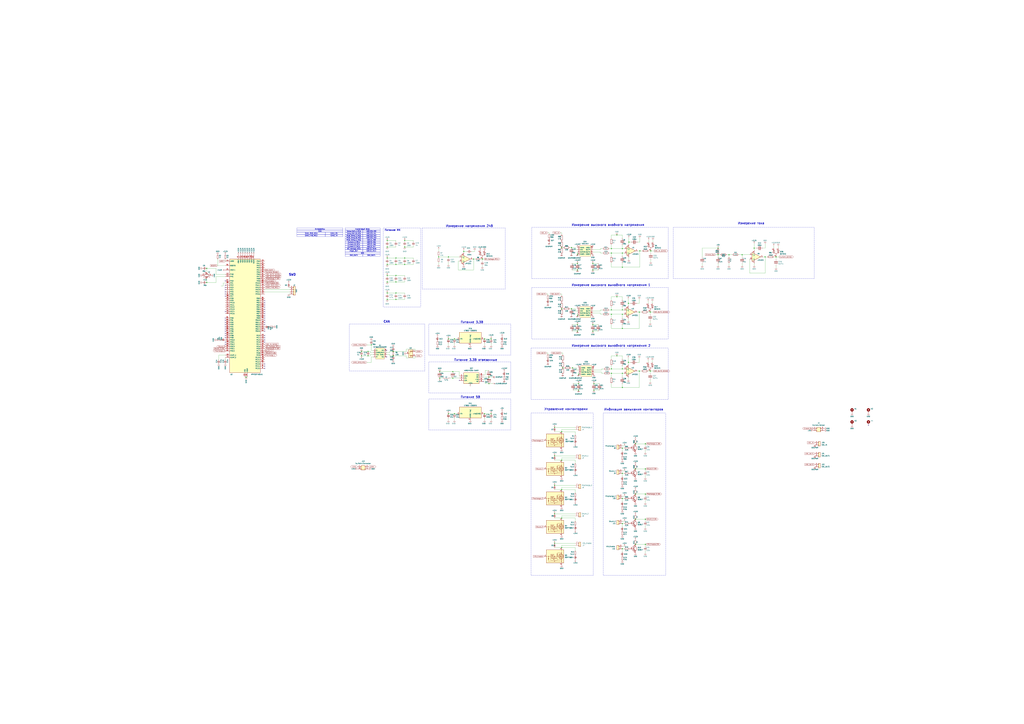
<source format=kicad_sch>
(kicad_sch (version 20231120) (generator "eeschema") (generator_version "8.0")
  (paper "A0")
  (junction (at 755.015 362.585))
  (junction (at 663.575 287.655))
  (junction (at 671.83 434.975))
  (junction (at 688.34 377.19))
  (junction (at 509.27 298.45))
  (junction (at 689.61 445.77))
  (junction (at 722.63 579.12))
  (junction (at 643.89 596.9))
  (junction (at 722.63 428.625))
  (junction (at 419.735 408.305))
  (junction (at 737.87 632.46))
  (junction (at 652.145 534.67))
  (junction (at 520.7 480.695))
  (junction (at 652.145 636.27))
  (junction (at 709.93 360.045))
  (junction (at 449.58 287.02))
  (junction (at 742.315 362.585))
  (junction (at 716.28 344.805))
  (junction (at 722.63 637.54))
  (junction (at 525.78 439.42))
  (junction (at 709.93 288.925))
  (junction (at 469.9 299.72))
  (junction (at 722.63 381.635))
  (junction (at 689.61 453.39))
  (junction (at 240.03 328.295))
  (junction (at 643.89 631.19))
  (junction (at 671.83 453.39))
  (junction (at 722.63 433.705))
  (junction (at 459.74 347.98))
  (junction (at 670.56 384.81))
  (junction (at 427.355 413.385))
  (junction (at 427.355 408.305))
  (junction (at 652.145 287.655))
  (junction (at 722.63 549.91))
  (junction (at 567.69 445.77))
  (junction (at 449.58 299.72))
  (junction (at 459.74 327.66))
  (junction (at 527.685 393.7))
  (junction (at 901.065 298.45))
  (junction (at 459.74 340.36))
  (junction (at 459.74 307.34))
  (junction (at 562.61 480.695))
  (junction (at 737.87 544.83))
  (junction (at 456.565 408.305))
  (junction (at 670.56 377.19))
  (junction (at 833.755 295.91))
  (junction (at 570.23 393.7))
  (junction (at 722.63 365.125))
  (junction (at 520.7 298.45))
  (junction (at 742.315 431.165))
  (junction (at 737.87 603.25))
  (junction (at 709.93 294.005))
  (junction (at 709.93 365.125))
  (junction (at 449.58 279.4))
  (junction (at 833.755 288.29))
  (junction (at 716.28 413.385))
  (junction (at 419.735 413.385))
  (junction (at 730.25 281.305))
  (junction (at 449.58 320.04))
  (junction (at 431.165 400.685))
  (junction (at 560.07 300.99))
  (junction (at 653.415 427.355))
  (junction (at 549.91 300.99))
  (junction (at 737.87 515.62))
  (junction (at 722.63 310.515))
  (junction (at 449.58 327.66))
  (junction (at 469.9 279.4))
  (junction (at 688.34 313.69))
  (junction (at 652.145 358.775))
  (junction (at 722.63 288.925))
  (junction (at 652.145 568.96))
  (junction (at 664.845 427.355))
  (junction (at 722.63 520.7))
  (junction (at 562.61 393.7))
  (junction (at 643.89 496.57))
  (junction (at 525.78 431.8))
  (junction (at 459.74 320.04))
  (junction (at 671.83 445.77))
  (junction (at 749.3 603.25))
  (junction (at 527.685 480.695))
  (junction (at 570.23 480.695))
  (junction (at 722.63 294.005))
  (junction (at 749.3 544.83))
  (junction (at 449.58 307.34))
  (junction (at 643.89 529.59))
  (junction (at 688.34 306.07))
  (junction (at 670.56 306.07))
  (junction (at 670.56 295.275))
  (junction (at 538.48 292.1))
  (junction (at 459.74 299.72))
  (junction (at 520.7 393.7))
  (junction (at 716.28 273.05))
  (junction (at 285.75 438.15))
  (junction (at 510.54 431.8))
  (junction (at 888.365 298.45))
  (junction (at 510.54 439.42))
  (junction (at 875.665 288.29))
  (junction (at 652.145 501.65))
  (junction (at 729.615 421.005))
  (junction (at 670.56 366.395))
  (junction (at 449.58 340.36))
  (junction (at 240.03 311.785))
  (junction (at 755.65 291.465))
  (junction (at 722.63 608.33))
  (junction (at 729.615 352.425))
  (junction (at 663.575 358.775))
  (junction (at 722.63 450.215))
  (junction (at 652.145 601.98))
  (junction (at 722.63 360.045))
  (junction (at 709.93 428.625))
  (junction (at 449.58 347.98))
  (junction (at 567.69 438.15))
  (junction (at 846.455 295.91))
  (junction (at 670.56 313.69))
  (junction (at 737.87 574.04))
  (junction (at 861.695 295.91))
  (junction (at 688.34 384.81))
  (junction (at 456.565 413.385))
  (junction (at 749.3 632.46))
  (junction (at 469.9 307.34))
  (junction (at 469.9 287.02))
  (junction (at 709.93 433.705))
  (junction (at 749.3 515.62))
  (junction (at 749.3 574.04))
  (junction (at 742.95 291.465))
  (junction (at 755.015 431.165))
  (junction (at 643.89 563.88))
  (no_connect (at 261.62 369.57))
  (no_connect (at 261.62 400.05))
  (no_connect (at 307.34 369.57))
  (no_connect (at 307.34 394.97))
  (no_connect (at 307.34 397.51))
  (no_connect (at 448.945 414.655))
  (no_connect (at 261.62 344.17))
  (no_connect (at 307.34 427.99))
  (no_connect (at 261.62 341.63))
  (no_connect (at 261.62 382.27))
  (no_connect (at 307.34 377.19))
  (no_connect (at 261.62 379.73))
  (no_connect (at 261.62 339.09))
  (no_connect (at 261.62 387.35))
  (no_connect (at 307.34 372.11))
  (no_connect (at 261.62 392.43))
  (no_connect (at 261.62 389.89))
  (no_connect (at 307.34 425.45))
  (no_connect (at 307.34 364.49))
  (no_connect (at 261.62 384.81))
  (no_connect (at 533.4 441.96))
  (no_connect (at 261.62 372.11))
  (no_connect (at 307.34 422.91))
  (no_connect (at 307.34 351.79))
  (no_connect (at 261.62 361.95))
  (no_connect (at 261.62 377.19))
  (no_connect (at 307.34 384.81))
  (no_connect (at 1008.38 494.03))
  (no_connect (at 261.62 334.01))
  (no_connect (at 261.62 326.39))
  (no_connect (at 261.62 397.51))
  (no_connect (at 307.34 349.25))
  (no_connect (at 307.34 389.89))
  (no_connect (at 307.34 374.65))
  (no_connect (at 307.34 392.43))
  (no_connect (at 261.62 331.47))
  (no_connect (at 561.34 443.23))
  (no_connect (at 448.945 407.035))
  (no_connect (at 307.34 356.87))
  (no_connect (at 307.34 382.27))
  (no_connect (at 261.62 374.65))
  (no_connect (at 261.62 336.55))
  (no_connect (at 307.34 367.03))
  (no_connect (at 307.34 354.33))
  (no_connect (at 307.34 359.41))
  (no_connect (at 307.34 361.95))
  (wire (pts (xy 668.02 636.27) (xy 652.145 636.27)))
  (wire (pts (xy 429.895 408.305) (xy 429.895 409.575)))
  (wire (pts (xy 652.145 341.63) (xy 652.145 343.535)))
  (wire (pts (xy 875.665 288.29) (xy 878.205 288.29)))
  (wire (pts (xy 635 410.21) (xy 636.27 410.21)))
  (wire (pts (xy 729.615 352.425) (xy 732.155 352.425)))
  (wire (pts (xy 901.065 308.61) (xy 901.065 311.15)))
  (wire (pts (xy 567.69 438.15) (xy 572.135 438.15)))
  (wire (pts (xy 688.34 306.07) (xy 694.69 306.07)))
  (wire (pts (xy 562.61 485.775) (xy 562.61 488.315)))
  (wire (pts (xy 729.615 370.205) (xy 729.615 372.745)))
  (wire (pts (xy 749.3 574.04) (xy 749.3 576.58)))
  (wire (pts (xy 509.27 298.45) (xy 509.27 299.72)))
  (wire (pts (xy 459.74 346.71) (xy 459.74 347.98)))
  (wire (pts (xy 469.9 321.31) (xy 469.9 320.04)))
  (wire (pts (xy 870.585 300.99) (xy 870.585 317.5)))
  (wire (pts (xy 742.315 450.215) (xy 742.315 431.165)))
  (wire (pts (xy 240.03 328.295) (xy 250.825 328.295)))
  (wire (pts (xy 730.25 281.305) (xy 732.79 281.305)))
  (wire (pts (xy 527.685 401.32) (xy 527.685 398.78)))
  (wire (pts (xy 846.455 298.45) (xy 846.455 295.91)))
  (wire (pts (xy 755.65 291.465) (xy 759.46 291.465)))
  (wire (pts (xy 755.015 362.585) (xy 758.825 362.585)))
  (wire (pts (xy 722.63 294.005) (xy 722.63 297.815)))
  (wire (pts (xy 742.315 415.925) (xy 742.315 421.005)))
  (wire (pts (xy 459.74 307.34) (xy 449.58 307.34)))
  (wire (pts (xy 749.3 581.66) (xy 749.3 584.2)))
  (wire (pts (xy 742.315 362.585) (xy 744.855 362.585)))
  (wire (pts (xy 697.23 288.925) (xy 697.23 290.195)))
  (wire (pts (xy 698.5 429.895) (xy 689.61 429.895)))
  (wire (pts (xy 749.3 603.25) (xy 750.57 603.25)))
  (wire (pts (xy 570.23 488.315) (xy 570.23 485.775)))
  (wire (pts (xy 755.015 431.165) (xy 755.015 433.705)))
  (wire (pts (xy 722.63 547.37) (xy 725.17 547.37)))
  (wire (pts (xy 716.28 344.805) (xy 722.63 344.805)))
  (wire (pts (xy 643.89 596.9) (xy 668.02 596.9)))
  (wire (pts (xy 480.06 279.4) (xy 480.06 280.67)))
  (wire (pts (xy 668.02 534.67) (xy 652.145 534.67)))
  (wire (pts (xy 709.93 284.48) (xy 709.93 288.925)))
  (wire (pts (xy 665.48 445.77) (xy 671.83 445.77)))
  (wire (pts (xy 532.13 303.53) (xy 533.4 303.53)))
  (wire (pts (xy 653.415 427.355) (xy 655.32 427.355)))
  (wire (pts (xy 815.34 308.61) (xy 815.34 306.07)))
  (wire (pts (xy 261.62 328.93) (xy 259.08 328.93)))
  (wire (pts (xy 471.805 405.765) (xy 471.805 408.305)))
  (wire (pts (xy 240.03 311.785) (xy 240.03 316.23)))
  (wire (pts (xy 722.63 549.91) (xy 725.17 549.91)))
  (wire (pts (xy 699.77 360.045) (xy 697.23 360.045)))
  (wire (pts (xy 888.365 298.45) (xy 890.905 298.45)))
  (wire (pts (xy 742.315 352.425) (xy 739.775 352.425)))
  (wire (pts (xy 480.06 299.72) (xy 469.9 299.72)))
  (wire (pts (xy 730.25 281.305) (xy 730.25 283.845)))
  (wire (pts (xy 250.825 321.31) (xy 250.825 328.295)))
  (wire (pts (xy 722.63 608.33) (xy 725.17 608.33)))
  (wire (pts (xy 707.39 360.045) (xy 709.93 360.045)))
  (wire (pts (xy 903.605 285.75) (xy 903.605 288.29)))
  (wire (pts (xy 563.245 445.77) (xy 567.69 445.77)))
  (wire (pts (xy 709.93 428.625) (xy 722.63 428.625)))
  (wire (pts (xy 888.365 288.29) (xy 885.825 288.29)))
  (wire (pts (xy 753.11 278.765) (xy 753.11 281.305)))
  (wire (pts (xy 709.93 294.005) (xy 722.63 294.005)))
  (wire (pts (xy 701.04 433.705) (xy 698.5 433.705)))
  (wire (pts (xy 661.67 287.655) (xy 663.575 287.655)))
  (wire (pts (xy 532.13 303.53) (xy 532.13 313.69)))
  (wire (pts (xy 561.34 440.69) (xy 563.245 440.69)))
  (wire (pts (xy 563.245 430.53) (xy 567.69 430.53)))
  (wire (pts (xy 742.315 362.585) (xy 739.775 362.585)))
  (wire (pts (xy 448.945 409.575) (xy 452.755 409.575)))
  (wire (pts (xy 722.63 635) (xy 725.17 635)))
  (wire (pts (xy 749.3 610.87) (xy 749.3 613.41)))
  (wire (pts (xy 456.565 413.385) (xy 471.805 413.385)))
  (wire (pts (xy 709.93 433.705) (xy 709.93 438.15)))
  (wire (pts (xy 709.93 273.05) (xy 716.28 273.05)))
  (wire (pts (xy 250.825 318.77) (xy 250.825 311.785)))
  (wire (pts (xy 650.875 270.51) (xy 652.145 270.51)))
  (wire (pts (xy 459.74 347.98) (xy 449.58 347.98)))
  (wire (pts (xy 742.95 276.225) (xy 742.95 281.305)))
  (wire (pts (xy 456.565 408.305) (xy 471.805 408.305)))
  (wire (pts (xy 697.23 290.195) (xy 688.34 290.195)))
  (wire (pts (xy 709.93 344.805) (xy 716.28 344.805)))
  (wire (pts (xy 753.11 291.465) (xy 755.65 291.465)))
  (wire (pts (xy 533.4 431.8) (xy 525.78 431.8)))
  (wire (pts (xy 742.95 281.305) (xy 740.41 281.305)))
  (wire (pts (xy 427.355 408.305) (xy 429.895 408.305)))
  (wire (pts (xy 722.63 288.925) (xy 725.17 288.925)))
  (wire (pts (xy 469.9 341.63) (xy 469.9 340.36)))
  (wire (pts (xy 861.695 295.91) (xy 861.695 298.45)))
  (wire (pts (xy 459.74 299.72) (xy 459.74 300.99)))
  (wire (pts (xy 722.63 433.705) (xy 722.63 438.15)))
  (wire (pts (xy 250.825 311.785) (xy 240.03 311.785)))
  (wire (pts (xy 549.91 300.99) (xy 549.91 313.69)))
  (wire (pts (xy 426.085 400.685) (xy 431.165 400.685)))
  (wire (pts (xy 469.9 285.75) (xy 469.9 287.02)))
  (wire (pts (xy 661.67 358.775) (xy 663.575 358.775)))
  (wire (pts (xy 875.665 306.07) (xy 875.665 308.61)))
  (wire (pts (xy 888.365 317.5) (xy 888.365 298.45)))
  (wire (pts (xy 669.29 429.895) (xy 671.83 429.895)))
  (wire (pts (xy 567.69 445.77) (xy 572.135 445.77)))
  (wire (pts (xy 254 412.75) (xy 261.62 412.75)))
  (wire (pts (xy 459.74 306.07) (xy 459.74 307.34)))
  (wire (pts (xy 742.315 381.635) (xy 722.63 381.635)))
  (wire (pts (xy 755.65 301.625) (xy 755.65 304.165)))
  (wire (pts (xy 664.21 377.19) (xy 670.56 377.19)))
  (wire (pts (xy 815.34 298.45) (xy 815.34 288.29)))
  (wire (pts (xy 722.63 310.515) (xy 742.95 310.515)))
  (wire (pts (xy 670.56 292.735) (xy 670.56 295.275)))
  (wire (pts (xy 259.08 328.93) (xy 259.08 332.105)))
  (wire (pts (xy 833.755 295.91) (xy 833.755 298.45)))
  (wire (pts (xy 749.3 515.62) (xy 749.3 518.16)))
  (wire (pts (xy 652.145 358.775) (xy 654.05 358.775)))
  (wire (pts (xy 636.27 341.63) (xy 636.27 342.9)))
  (wire (pts (xy 419.735 413.385) (xy 427.355 413.385)))
  (wire (pts (xy 563.245 440.69) (xy 563.245 445.77)))
  (wire (pts (xy 742.95 310.515) (xy 742.95 291.465)))
  (wire (pts (xy 730.25 276.225) (xy 730.25 281.305)))
  (wire (pts (xy 846.455 306.07) (xy 846.455 308.61)))
  (wire (pts (xy 752.475 431.165) (xy 755.015 431.165)))
  (wire (pts (xy 652.145 633.73) (xy 652.145 636.27)))
  (wire (pts (xy 538.48 292.1) (xy 542.29 292.1)))
  (wire (pts (xy 689.61 445.77) (xy 695.96 445.77)))
  (wire (pts (xy 709.93 360.045) (xy 722.63 360.045)))
  (wire (pts (xy 708.66 433.705) (xy 709.93 433.705)))
  (wire (pts (xy 722.63 344.805) (xy 722.63 348.615)))
  (wire (pts (xy 449.58 340.36) (xy 449.58 341.63)))
  (wire (pts (xy 562.61 393.7) (xy 570.23 393.7)))
  (wire (pts (xy 469.9 346.71) (xy 469.9 347.98)))
  (wire (pts (xy 662.94 427.355) (xy 664.845 427.355)))
  (wire (pts (xy 521.97 439.42) (xy 525.78 439.42)))
  (wire (pts (xy 449.58 320.04) (xy 449.58 321.31)))
  (wire (pts (xy 716.28 273.05) (xy 722.63 273.05)))
  (wire (pts (xy 755.015 431.165) (xy 758.825 431.165)))
  (wire (pts (xy 509.27 297.18) (xy 509.27 298.45)))
  (wire (pts (xy 520.7 393.7) (xy 527.685 393.7)))
  (wire (pts (xy 668.02 505.46) (xy 668.02 501.65)))
  (wire (pts (xy 697.23 294.005) (xy 699.77 294.005)))
  (wire (pts (xy 722.63 428.625) (xy 724.535 428.625)))
  (wire (pts (xy 670.56 363.855) (xy 670.56 366.395)))
  (wire (pts (xy 510.54 431.8) (xy 525.78 431.8)))
  (wire (pts (xy 716.28 413.385) (xy 722.63 413.385)))
  (wire (pts (xy 730.25 299.085) (xy 730.25 301.625)))
  (wire (pts (xy 643.89 631.19) (xy 668.02 631.19)))
  (wire (pts (xy 429.895 413.385) (xy 429.895 412.115)))
  (wire (pts (xy 722.63 433.705) (xy 724.535 433.705)))
  (wire (pts (xy 459.74 327.66) (xy 449.58 327.66)))
  (wire (pts (xy 252.73 300.99) (xy 252.73 308.61)))
  (wire (pts (xy 652.145 532.13) (xy 652.145 534.67)))
  (wire (pts (xy 722.63 637.54) (xy 725.17 637.54)))
  (wire (pts (xy 752.475 362.585) (xy 755.015 362.585)))
  (wire (pts (xy 722.63 579.12) (xy 722.63 582.93)))
  (wire (pts (xy 707.39 294.005) (xy 709.93 294.005)))
  (wire (pts (xy 708.66 428.625) (xy 709.93 428.625)))
  (wire (pts (xy 449.58 299.72) (xy 449.58 300.99)))
  (wire (pts (xy 888.365 283.21) (xy 888.365 288.29)))
  (wire (pts (xy 285.75 438.15) (xy 287.02 438.15)))
  (wire (pts (xy 449.58 320.04) (xy 459.74 320.04)))
  (wire (pts (xy 561.34 438.15) (xy 567.69 438.15)))
  (wire (pts (xy 527.685 488.315) (xy 527.685 485.775)))
  (wire (pts (xy 525.78 439.42) (xy 533.4 439.42)))
  (wire (pts (xy 652.145 633.73) (xy 668.02 633.73)))
  (wire (pts (xy 755.65 291.465) (xy 755.65 294.005)))
  (wire (pts (xy 557.53 300.99) (xy 560.07 300.99)))
  (wire (pts (xy 722.63 445.77) (xy 722.63 450.215)))
  (wire (pts (xy 459.74 299.72) (xy 469.9 299.72)))
  (wire (pts (xy 833.755 308.61) (xy 833.755 306.07)))
  (wire (pts (xy 729.615 421.005) (xy 729.615 423.545)))
  (wire (pts (xy 637.54 270.51) (xy 637.54 271.78)))
  (wire (pts (xy 643.89 529.59) (xy 668.02 529.59)))
  (wire (pts (xy 459.74 326.39) (xy 459.74 327.66)))
  (wire (pts (xy 709.93 417.195) (xy 709.93 413.385)))
  (wire (pts (xy 722.63 360.045) (xy 724.535 360.045)))
  (wire (pts (xy 285.75 438.15) (xy 284.48 438.15)))
  (wire (pts (xy 742.315 347.345) (xy 742.315 352.425)))
  (wire (pts (xy 547.37 292.1) (xy 551.18 292.1)))
  (wire (pts (xy 510.54 439.42) (xy 514.35 439.42)))
  (wire (pts (xy 261.62 300.99) (xy 261.62 303.53)))
  (wire (pts (xy 709.93 365.125) (xy 709.93 369.57)))
  (wire (pts (xy 433.705 407.035) (xy 431.165 407.035)))
  (wire (pts (xy 815.34 288.29) (xy 833.755 288.29)))
  (wire (pts (xy 709.93 433.705) (xy 722.63 433.705)))
  (wire (pts (xy 688.34 292.735) (xy 697.23 292.735)))
  (wire (pts (xy 870.585 317.5) (xy 888.365 317.5)))
  (wire (pts (xy 668.02 538.48) (xy 668.02 534.67)))
  (wire (pts (xy 635 341.63) (xy 636.27 341.63)))
  (wire (pts (xy 875.665 288.29) (xy 875.665 290.83)))
  (wire (pts (xy 688.34 384.81) (xy 694.69 384.81)))
  (wire (pts (xy 722.63 549.91) (xy 722.63 553.72)))
  (wire (pts (xy 698.5 428.625) (xy 698.5 429.895)))
  (wire (pts (xy 901.065 298.45) (xy 904.875 298.45)))
  (wire (pts (xy 643.89 636.27) (xy 652.145 636.27)))
  (wire (pts (xy 469.9 306.07) (xy 469.9 307.34)))
  (wire (pts (xy 724.535 365.125) (xy 722.63 365.125)))
  (wire (pts (xy 722.63 520.7) (xy 725.17 520.7)))
  (wire (pts (xy 481.965 413.385) (xy 481.965 415.925)))
  (wire (pts (xy 737.87 632.46) (xy 749.3 632.46)))
  (wire (pts (xy 699.77 365.125) (xy 697.23 365.125)))
  (wire (pts (xy 689.61 453.39) (xy 695.96 453.39)))
  (wire (pts (xy 254 417.83) (xy 254 412.75)))
  (wire (pts (xy 722.63 518.16) (xy 725.17 518.16)))
  (wire (pts (xy 459.74 279.4) (xy 459.74 280.67)))
  (wire (pts (xy 563.245 435.61) (xy 563.245 430.53)))
  (wire (pts (xy 481.965 415.925) (xy 471.805 415.925)))
  (wire (pts (xy 898.525 285.75) (xy 898.525 288.29)))
  (wire (pts (xy 833.755 295.91) (xy 836.295 295.91)))
  (wire (pts (xy 664.21 306.07) (xy 670.56 306.07)))
  (wire (pts (xy 737.87 544.83) (xy 749.3 544.83)))
  (wire (pts (xy 755.015 362.585) (xy 755.015 365.125)))
  (wire (pts (xy 729.615 421.005) (xy 732.155 421.005)))
  (wire (pts (xy 469.9 279.4) (xy 469.9 280.67)))
  (wire (pts (xy 709.93 276.86) (xy 709.93 273.05)))
  (wire (pts (xy 752.475 349.885) (xy 752.475 352.425)))
  (wire (pts (xy 698.5 433.705) (xy 698.5 432.435)))
  (wire (pts (xy 722.63 637.54) (xy 722.63 641.35)))
  (wire (pts (xy 709.93 413.385) (xy 716.28 413.385)))
  (wire (pts (xy 643.89 496.57) (xy 668.02 496.57)))
  (wire (pts (xy 561.34 480.695) (xy 562.61 480.695)))
  (wire (pts (xy 722.63 273.05) (xy 722.63 276.86)))
  (wire (pts (xy 898.525 298.45) (xy 901.065 298.45)))
  (wire (pts (xy 452.755 409.575) (xy 452.755 408.305)))
  (wire (pts (xy 709.93 305.435) (xy 709.93 310.515)))
  (wire (pts (xy 480.06 306.07) (xy 480.06 307.34)))
  (wire (pts (xy 527.685 480.695) (xy 530.86 480.695)))
  (wire (pts (xy 643.89 601.98) (xy 652.145 601.98)))
  (wire (pts (xy 888.365 298.45) (xy 885.825 298.45)))
  (wire (pts (xy 560.07 300.99) (xy 560.07 303.53)))
  (wire (pts (xy 480.06 285.75) (xy 480.06 287.02)))
  (wire (pts (xy 459.74 320.04) (xy 459.74 321.31)))
  (wire (pts (xy 419.735 408.305) (xy 427.355 408.305)))
  (wire (pts (xy 336.55 341.63) (xy 335.28 341.63)))
  (wire (pts (xy 520.7 304.8) (xy 520.7 307.34)))
  (wire (pts (xy 755.015 372.745) (xy 755.015 375.285)))
  (wire (pts (xy 688.34 377.19) (xy 694.69 377.19)))
  (wire (pts (xy 459.74 341.63) (xy 459.74 340.36)))
  (wire (pts (xy 709.93 294.005) (xy 709.93 297.815)))
  (wire (pts (xy 520.7 298.45) (xy 520.7 299.72)))
  (wire (pts (xy 722.63 450.215) (xy 742.315 450.215)))
  (wire (pts (xy 532.13 313.69) (xy 549.91 313.69)))
  (wire (pts (xy 668.02 601.98) (xy 652.145 601.98)))
  (wire (pts (xy 643.89 568.96) (xy 652.145 568.96)))
  (wire (pts (xy 452.755 413.385) (xy 456.565 413.385)))
  (wire (pts (xy 650.875 341.63) (xy 652.145 341.63)))
  (wire (pts (xy 697.23 365.125) (xy 697.23 363.855)))
  (wire (pts (xy 509.27 289.56) (xy 509.27 292.1)))
  (wire (pts (xy 538.48 292.1) (xy 538.48 293.37)))
  (wire (pts (xy 709.93 445.77) (xy 709.93 450.215)))
  (wire (pts (xy 697.23 294.005) (xy 697.23 292.735)))
  (wire (pts (xy 449.58 306.07) (xy 449.58 307.34)))
  (wire (pts (xy 668.02 605.79) (xy 668.02 601.98)))
  (wire (pts (xy 527.685 393.7) (xy 530.86 393.7)))
  (wire (pts (xy 663.575 358.775) (xy 668.02 358.775)))
  (wire (pts (xy 480.06 307.34) (xy 469.9 307.34)))
  (wire (pts (xy 336.55 334.01) (xy 335.28 334.01)))
  (wire (pts (xy 722.63 365.125) (xy 722.63 369.57)))
  (wire (pts (xy 652.145 499.11) (xy 668.02 499.11)))
  (wire (pts (xy 709.93 377.19) (xy 709.93 381.635)))
  (wire (pts (xy 701.04 428.625) (xy 698.5 428.625)))
  (wire (pts (xy 875.665 283.21) (xy 875.665 288.29)))
  (wire (pts (xy 697.23 361.315) (xy 688.34 361.315)))
  (wire (pts (xy 307.34 339.09) (xy 336.55 339.09)))
  (wire (pts (xy 652.145 287.655) (xy 654.05 287.655)))
  (wire (pts (xy 429.895 409.575) (xy 433.705 409.575)))
  (wire (pts (xy 652.145 599.44) (xy 668.02 599.44)))
  (wire (pts (xy 749.3 552.45) (xy 749.3 554.99)))
  (wire (pts (xy 709.93 310.515) (xy 722.63 310.515)))
  (wire (pts (xy 459.74 340.36) (xy 469.9 340.36)))
  (wire (pts (xy 749.3 515.62) (xy 750.57 515.62)))
  (wire (pts (xy 752.475 418.465) (xy 752.475 421.005)))
  (wire (pts (xy 560.07 308.61) (xy 560.07 309.88)))
  (wire (pts (xy 857.885 295.91) (xy 861.695 295.91)))
  (wire (pts (xy 652.145 566.42) (xy 652.145 568.96)))
  (wire (pts (xy 469.9 326.39) (xy 469.9 327.66)))
  (wire (pts (xy 636.27 270.51) (xy 637.54 270.51)))
  (wire (pts (xy 663.575 287.655) (xy 668.02 287.655)))
  (wire (pts (xy 549.91 300.99) (xy 548.64 300.99)))
  (wire (pts (xy 240.03 323.85) (xy 240.03 328.295)))
  (wire (pts (xy 722.63 608.33) (xy 722.63 612.14)))
  (wire (pts (xy 643.89 501.65) (xy 652.145 501.65)))
  (wire (pts (xy 901.065 298.45) (xy 901.065 300.99)))
  (wire (pts (xy 742.315 431.165) (xy 744.855 431.165)))
  (wire (pts (xy 697.23 288.925) (xy 699.77 288.925)))
  (wire (pts (xy 426.085 421.005) (xy 431.165 421.005)))
  (wire (pts (xy 561.34 393.7) (xy 562.61 393.7)))
  (wire (pts (xy 481.965 405.765) (xy 471.805 405.765)))
  (wire (pts (xy 431.165 414.655) (xy 433.705 414.655)))
  (wire (pts (xy 570.23 401.32) (xy 570.23 398.78)))
  (wire (pts (xy 709.93 365.125) (xy 722.63 365.125)))
  (wire (pts (xy 737.87 603.25) (xy 749.3 603.25)))
  (wire (pts (xy 307.34 336.55) (xy 336.55 336.55)))
  (wire (pts (xy 643.89 534.67) (xy 652.145 534.67)))
  (wire (pts (xy 664.21 384.81) (xy 670.56 384.81)))
  (wire (pts (xy 431.165 421.005) (xy 431.165 414.655)))
  (wire (pts (xy 688.34 363.855) (xy 697.23 363.855)))
  (wire (pts (xy 471.805 415.925) (xy 471.805 413.385)))
  (wire (pts (xy 652.145 499.11) (xy 652.145 501.65)))
  (wire (pts (xy 722.63 413.385) (xy 722.63 417.195)))
  (wire (pts (xy 742.315 381.635) (xy 742.315 362.585)))
  (wire (pts (xy 448.945 412.115) (xy 452.755 412.115)))
  (wire (pts (xy 709.93 348.615) (xy 709.93 344.805)))
  (wire (pts (xy 722.63 424.815) (xy 722.63 428.625)))
  (wire (pts (xy 652.145 410.21) (xy 653.415 410.21)))
  (wire (pts (xy 449.58 279.4) (xy 459.74 279.4)))
  (wire (pts (xy 729.615 438.785) (xy 729.615 441.325)))
  (wire (pts (xy 861.695 295.91) (xy 870.585 295.91)))
  (wire (pts (xy 452.755 412.115) (xy 452.755 413.385)))
  (wire (pts (xy 459.74 320.04) (xy 469.9 320.04)))
  (wire (pts (xy 563.245 435.61) (xy 561.34 435.61)))
  (wire (pts (xy 668.02 290.195) (xy 670.56 290.195)))
  (wire (pts (xy 737.87 515.62) (xy 749.3 515.62)))
  (wire (pts (xy 729.615 352.425) (xy 729.615 354.965)))
  (wire (pts (xy 861.695 306.07) (xy 861.695 308.61)))
  (wire (pts (xy 449.58 299.72) (xy 459.74 299.72)))
  (wire (pts (xy 668.02 568.96) (xy 652.145 568.96)))
  (wire (pts (xy 261.62 415.29) (xy 261.62 417.83)))
  (wire (pts (xy 749.3 544.83) (xy 750.57 544.83)))
  (wire (pts (xy 509.27 304.8) (xy 509.27 307.34)))
  (wire (pts (xy 449.58 279.4) (xy 449.58 280.67)))
  (wire (pts (xy 664.21 313.69) (xy 670.56 313.69)))
  (wire (pts (xy 636.27 410.21) (xy 636.27 411.48)))
  (wire (pts (xy 668.02 501.65) (xy 652.145 501.65)))
  (wire (pts (xy 480.06 287.02) (xy 469.9 287.02)))
  (wire (pts (xy 652.145 270.51) (xy 652.145 272.415)))
  (wire (pts (xy 709.93 381.635) (xy 722.63 381.635)))
  (wire (pts (xy 668.02 640.08) (xy 668.02 636.27)))
  (wire (pts (xy 737.87 574.04) (xy 749.3 574.04)))
  (wire (pts (xy 758.19 278.765) (xy 758.19 281.305)))
  (wire (pts (xy 551.18 292.1) (xy 551.18 290.83)))
  (wire (pts (xy 549.91 300.99) (xy 552.45 300.99)))
  (wire (pts (xy 469.9 307.34) (xy 459.74 307.34)))
  (wire (pts (xy 689.61 432.435) (xy 698.5 432.435)))
  (wire (pts (xy 668.02 287.655) (xy 668.02 290.195)))
  (wire (pts (xy 669.29 427.355) (xy 669.29 429.895)))
  (wire (pts (xy 729.615 347.345) (xy 729.615 352.425)))
  (wire (pts (xy 533.4 436.88) (xy 533.4 431.8)))
  (wire (pts (xy 729.615 415.925) (xy 729.615 421.005)))
  (wire (pts (xy 709.93 356.235) (xy 709.93 360.045)))
  (wire (pts (xy 452.755 408.305) (xy 456.565 408.305)))
  (wire (pts (xy 560.07 300.99) (xy 562.61 300.99)))
  (wire (pts (xy 722.63 284.48) (xy 722.63 288.925)))
  (wire (pts (xy 722.63 579.12) (xy 725.17 579.12)))
  (wire (pts (xy 520.7 298.45) (xy 533.4 298.45)))
  (wire (pts (xy 749.3 603.25) (xy 749.3 605.79)))
  (wire (pts (xy 520.7 480.695) (xy 527.685 480.695)))
  (wire (pts (xy 652.145 566.42) (xy 668.02 566.42)))
  (wire (pts (xy 742.315 431.165) (xy 739.775 431.165)))
  (wire (pts (xy 722.63 520.7) (xy 722.63 524.51)))
  (wire (pts (xy 459.74 285.75) (xy 459.74 287.02)))
  (wire (pts (xy 757.555 418.465) (xy 757.555 421.005)))
  (wire (pts (xy 449.58 346.71) (xy 449.58 347.98)))
  (wire (pts (xy 668.02 361.315) (xy 670.56 361.315)))
  (wire (pts (xy 562.61 480.695) (xy 570.23 480.695)))
  (wire (pts (xy 697.23 360.045) (xy 697.23 361.315)))
  (wire (pts (xy 668.02 572.77) (xy 668.02 568.96)))
  (wire (pts (xy 709.93 424.815) (xy 709.93 428.625)))
  (wire (pts (xy 722.63 576.58) (xy 725.17 576.58)))
  (wire (pts (xy 843.915 295.91) (xy 846.455 295.91)))
  (wire (pts (xy 707.39 365.125) (xy 709.93 365.125)))
  (wire (pts (xy 459.74 287.02) (xy 449.58 287.02)))
  (wire (pts (xy 665.48 453.39) (xy 671.83 453.39)))
  (wire (pts (xy 688.34 313.69) (xy 694.69 313.69)))
  (wire (pts (xy 562.61 398.78) (xy 562.61 401.32)))
  (wire (pts (xy 749.3 523.24) (xy 749.3 525.78)))
  (wire (pts (xy 749.3 574.04) (xy 750.57 574.04)))
  (wire (pts (xy 520.7 488.315) (xy 520.7 485.775)))
  (wire (pts (xy 261.62 321.31) (xy 250.825 321.31)))
  (wire (pts (xy 449.58 285.75) (xy 449.58 287.02)))
  (wire (pts (xy 652.145 599.44) (xy 652.145 601.98)))
  (wire (pts (xy 755.015 441.325) (xy 755.015 443.865)))
  (wire (pts (xy 742.95 291.465) (xy 740.41 291.465)))
  (wire (pts (xy 707.39 288.925) (xy 709.93 288.925)))
  (wire (pts (xy 520.7 401.32) (xy 520.7 398.78)))
  (wire (pts (xy 742.315 421.005) (xy 739.775 421.005)))
  (wire (pts (xy 469.9 347.98) (xy 459.74 347.98)))
  (wire (pts (xy 449.58 326.39) (xy 449.58 327.66)))
  (wire (pts (xy 722.63 377.19) (xy 722.63 381.635)))
  (wire (pts (xy 709.93 450.215) (xy 722.63 450.215)))
  (wire (pts (xy 722.63 310.515) (xy 722.63 305.435)))
  (wire (pts (xy 671.83 432.435) (xy 671.83 434.975)))
  (wire (pts (xy 722.63 356.235) (xy 722.63 360.045)))
  (wire (pts (xy 664.845 427.355) (xy 669.29 427.355)))
  (wire (pts (xy 722.63 605.79) (xy 725.17 605.79)))
  (wire (pts (xy 449.58 340.36) (xy 459.74 340.36)))
  (wire (pts (xy 749.3 640.08) (xy 749.3 642.62)))
  (wire (pts (xy 429.895 412.115) (xy 433.705 412.115)))
  (wire (pts (xy 643.89 563.88) (xy 668.02 563.88)))
  (wire (pts (xy 538.48 290.83) (xy 538.48 292.1)))
  (wire (pts (xy 509.27 298.45) (xy 520.7 298.45)))
  (wire (pts (xy 259.08 332.105) (xy 256.54 332.105)))
  (wire (pts (xy 261.62 318.77) (xy 250.825 318.77)))
  (wire (pts (xy 481.965 408.305) (xy 481.965 405.765)))
  (wire (pts (xy 831.215 295.91) (xy 833.755 295.91)))
  (wire (pts (xy 469.9 279.4) (xy 480.06 279.4)))
  (wire (pts (xy 846.455 295.91) (xy 850.265 295.91)))
  (wire (pts (xy 469.9 327.66) (xy 459.74 327.66)))
  (wire (pts (xy 749.3 544.83) (xy 749.3 547.37)))
  (wire (pts (xy 749.3 632.46) (xy 749.3 635)))
  (wire (pts (xy 652.145 532.13) (xy 668.02 532.13)))
  (wire (pts (xy 749.3 632.46) (xy 750.57 632.46)))
  (wire (pts (xy 653.415 410.21) (xy 653.415 412.115)))
  (wire (pts (xy 668.02 358.775) (xy 668.02 361.315)))
  (wire (pts (xy 252.73 308.61) (xy 261.62 308.61)))
  (wire (pts (xy 480.06 300.99) (xy 480.06 299.72)))
  (wire (pts (xy 469.9 300.99) (xy 469.9 299.72)))
  (wire (pts (xy 757.555 349.885) (xy 757.555 352.425)))
  (wire (pts (xy 427.355 413.385) (xy 429.895 413.385)))
  (wire (pts (xy 431.165 400.685) (xy 431.165 407.035)))
  (wire (pts (xy 742.95 291.465) (xy 745.49 291.465)))
  (wire (pts (xy 722.63 294.005) (xy 725.17 294.005)))
  (wire (pts (xy 709.93 288.925) (xy 722.63 288.925)))
  (rectangle (start 781.812 264.16) (end 945.515 323.85) (stroke (width 0) (type dash)))
  (rectangle (start 445.135 264.795) (end 488.315 356.616) (stroke (width 0) (type dash)))
  (rectangle (start 700.405 480.06) (end 772.795 668.655) (stroke (width 0) (type dash)))
  (rectangle (start 405.765 376.555) (end 493.395 431.165) (stroke (width 0) (type dash)))
  (rectangle (start 497.84 376.555) (end 593.09 412.75) (stroke (width 0) (type dash)))
  (rectangle (start 616.585 404.495) (end 775.97 464.185) (stroke (width 0) (type dash)))
  (rectangle (start 616.585 480.06) (end 688.975 668.655) (stroke (width 0) (type dash)))
  (rectangle (start 497.84 463.55) (end 593.09 499.745) (stroke (width 0) (type dash)))
  (rectangle (start 617.22 334.01) (end 775.97 393.7) (stroke (width 0) (type dash)))
  (rectangle (start 617.22 264.16) (end 775.97 323.85) (stroke (width 0) (type dash)))
  (rectangle (start 497.84 420.37) (end 593.09 456.565) (stroke (width 0) (type dash)))
  (rectangle (start 490.22 264.795) (end 586.74 335.915) (stroke (width 0) (type dash)))
  (text_box "ADC123_IN0" (at 421.005 267.335 0) (size 20.32 2.54) (effects (font (size 1.27 1.27) (bold yes))))
  (text_box "ADC12_IN7" (at 421.005 285.115 0) (size 20.32 2.54) (effects (font (size 1.27 1.27) (bold yes))))
  (text_box "PCB_Temp_B_MCU" (at 400.685 274.955 0) (size 20.32 2.54) (effects (font (size 1.27 1.27) (bold yes))))
  (text_box "Аналоговый блок" (at 400.685 264.795 0) (size 40.64 2.54) (effects (font (size 1.27 1.27) (bold yes))))
  (text_box "ADC12_IN15" (at 421.005 287.655 0) (size 20.32 2.54) (effects (font (size 1.27 1.27) (bold yes))))
  (text_box "PCB_Temp_A_MCU" (at 400.685 272.415 0) (size 20.32 2.54) (effects (font (size 1.27 1.27) (bold yes))))
  (text_box "DAC_OUT1" (at 400.685 295.275 0) (size 20.32 2.54) (effects (font (size 1.27 1.27) (bold yes))))
  (text_box "DAC" (at 400.685 292.735 0) (size 40.64 2.54) (effects (font (size 1.27 1.27) (bold yes))))
  (text_box "CAN1_RXD_MCU" (at 344.805 269.875 0) (size 33.02 2.54) (effects (font (size 1.27 1.27) (bold yes))))
  (text_box "ADC123_IN3" (at 421.005 274.955 0) (size 20.32 2.54) (effects (font (size 1.27 1.27) (bold yes))))
  (text_box "DC_Voltage_MCU" (at 400.685 287.655 0) (size 20.32 2.54) (effects (font (size 1.27 1.27) (bold yes))))
  (text_box "ADC12_IN14" (at 421.005 290.195 0) (size 20.32 2.54) (effects (font (size 1.27 1.27) (bold yes))))
  (text_box "ADC123_IN2" (at 421.005 272.415 0) (size 20.32 2.54) (effects (font (size 1.27 1.27) (bold yes))))
  (text_box "CAN1_RX" (at 377.825 269.875 0) (size 20.32 2.54) (effects (font (size 1.27 1.27) (bold yes))))
  (text_box "CAN1_TXD_MCU" (at 344.805 272.415 0) (size 33.02 2.54) (effects (font (size 1.27 1.27) (bold yes))))
  (text_box "CAN1_TX" (at 377.825 272.415 0) (size 20.32 2.54) (effects (font (size 1.27 1.27) (bold yes))))
  (text_box "DAC_OUT1" (at 421.005 295.275 0) (size 20.32 2.54) (effects (font (size 1.27 1.27) (bold yes))))
  (text_box "Temp_Coil_A_MCU" (at 400.685 267.335 0) (size 20.32 2.54) (effects (font (size 1.27 1.27) (bold yes))))
  (text_box "Temp_Coil_B_MCU" (at 400.685 269.875 0) (size 20.32 2.54) (effects (font (size 1.27 1.27) (bold yes))))
  (text_box "ADC12_IN5" (at 421.005 280.035 0) (size 20.32 2.54) (effects (font (size 1.27 1.27) (bold yes))))
  (text_box "Current_A_MCU" (at 400.685 280.035 0) (size 20.32 2.54) (effects (font (size 1.27 1.27) (bold yes))))
  (text_box "Current_C_MCU" (at 400.685 285.115 0) (size 20.32 2.54) (effects (font (size 1.27 1.27) (bold yes))))
  (text_box "ADC12_IN8" (at 421.005 277.495 0) (size 20.32 2.54) (effects (font (size 1.27 1.27) (bold yes))))
  (text_box "Angle_OUT" (at 400.685 290.195 0) (size 20.32 2.54) (effects (font (size 1.27 1.27) (bold yes))))
  (text_box "Интерфейсы" (at 344.805 264.795 0) (size 53.34 2.54) (effects (font (size 1.27 1.27) (bold yes))))
  (text_box "CAN" (at 344.805 267.335 0) (size 53.34 2.54) (effects (font (size 1.27 1.27) (bold yes))))
  (text_box "ADC12_IN6" (at 421.005 282.575 0) (size 20.32 2.54) (effects (font (size 1.27 1.27) (bold yes))))
  (text_box "Current_B_MCU" (at 400.685 282.575 0) (size 20.32 2.54) (effects (font (size 1.27 1.27) (bold yes))))
  (text_box "ADC123_IN1" (at 421.005 269.875 0) (size 20.32 2.54) (effects (font (size 1.27 1.27) (bold yes))))
  (text_box "PCB_Temp_C_MCU" (at 400.685 277.495 0) (size 20.32 2.54) (effects (font (size 1.27 1.27) (bold yes))))
  (text "Измерение напряжения 24В" (at 517.525 264.16 0) (effects (font (size 2.5 2.5) (thickness 0.4) (bold yes)) (justify left bottom)))
  (text "Питание 5В" (at 534.67 462.915 0) (effects (font (size 2.5 2.5) (thickness 0.4) (bold yes)) (justify left bottom)))
  (text "Питание 3.3В" (at 534.67 375.92 0) (effects (font (size 2.5 2.5) (thickness 0.4) (bold yes)) (justify left bottom)))
  (text "Питание МК" (at 446.405 268.605 0) (effects (font (size 2 2) (thickness 0.4) (bold yes)) (justify left bottom)))
  (text "Измерение высокого выходного напряжения 1" (at 663.575 332.74 0) (effects (font (size 2.5 2.5) (thickness 0.4) (bold yes)) (justify left bottom)))
  (text "Измерение высокого входного напряжения " (at 663.575 262.89 0) (effects (font (size 2.5 2.5) (thickness 0.4) (bold yes)) (justify left bottom)))
  (text "Управление контакторами" (at 631.825 476.885 0) (effects (font (size 2.5 2.5) (thickness 0.4) (bold yes)) (justify left bottom)))
  (text "SWD" (at 335.28 320.675 0) (effects (font (size 2.5 2.5) (bold yes)) (justify left bottom)))
  (text "Индикация замыкания контакторов\n" (at 701.421 477.266 0) (effects (font (size 2.5 2.5) (thickness 0.4) (bold yes)) (justify left bottom)))
  (text "Измерение высокого выходного напряжения 2" (at 663.575 403.225 0) (effects (font (size 2.5 2.5) (thickness 0.4) (bold yes)) (justify left bottom)))
  (text "Питание 3.3В отвязанные" (at 527.05 419.735 0) (effects (font (size 2.5 2.5) (thickness 0.4) (bold yes)) (justify left bottom)))
  (text "CAN" (at 445.135 375.285 0) (effects (font (size 2.5 2.5) (bold yes)) (justify left bottom)))
  (text "Измерение тока" (at 856.615 260.985 0) (effects (font (size 2.5 2.5) (thickness 0.4) (bold yes)) (justify left bottom)))
  (global_label "Current_SENSE" (shape input) (at 307.34 316.23 0) (property "Intersheetrefs" "${INTERSHEET_REFS}" (effects (hide yes))))
  (global_label "~{Shunt_1_ON}" (shape input) (at 307.34 410.21 0) (property "Intersheetrefs" "${INTERSHEET_REFS}" (effects (hide yes))))
  (global_label "Current_SENSE" (shape output) (at 904.875 298.45 0) (property "Intersheetrefs" "${INTERSHEET_REFS}" (effects (hide yes))))
  (global_label "Crrent_Out" (shape input) (at 831.215 295.91 180) (property "Intersheetrefs" "${INTERSHEET_REFS}" (effects (hide yes))))
  (global_label "CAN1_TXD_MCU" (shape bidirectional) (at 426.085 400.685 180) (property "Intersheetrefs" "${INTERSHEET_REFS}" (effects (hide yes))))
  (global_label "~{Shunt_1_ON}" (shape output) (at 750.57 544.83 0) (property "Intersheetrefs" "${INTERSHEET_REFS}" (effects (hide yes))))
  (global_label "~{Precharge_1_ON}" (shape output) (at 750.57 515.62 0) (property "Intersheetrefs" "${INTERSHEET_REFS}" (effects (hide yes))))
  (global_label "VDC_IN" (shape input) (at 946.15 514.35 180) (property "Intersheetrefs" "${INTERSHEET_REFS}" (effects (hide yes))))
  (global_label "Shunt_1" (shape output) (at 307.34 407.67 0) (property "Intersheetrefs" "${INTERSHEET_REFS}" (effects (hide yes))))
  (global_label "~{VIN_Enable_ON}" (shape output) (at 750.57 632.46 0) (property "Intersheetrefs" "${INTERSHEET_REFS}" (effects (hide yes))))
  (global_label "DC_Voltage_MCU" (shape output) (at 562.61 300.99 0) (property "Intersheetrefs" "${INTERSHEET_REFS}" (effects (hide yes))))
  (global_label "DC_Voltage_MCU" (shape input) (at 307.34 402.59 0) (property "Intersheetrefs" "${INTERSHEET_REFS}" (effects (hide yes))))
  (global_label "Precharge_1" (shape output) (at 307.34 412.75 0) (property "Intersheetrefs" "${INTERSHEET_REFS}" (effects (hide yes))))
  (global_label "~{Precharge_2_ON}" (shape output) (at 750.57 574.04 0) (property "Intersheetrefs" "${INTERSHEET_REFS}" (effects (hide yes))))
  (global_label "~{Precharge_2_ON}" (shape input) (at 307.34 405.13 0) (property "Intersheetrefs" "${INTERSHEET_REFS}" (effects (hide yes))))
  (global_label "CANL" (shape bidirectional) (at 481.965 413.385 0) (property "Intersheetrefs" "${INTERSHEET_REFS}" (effects (hide yes))))
  (global_label "Precharge_2" (shape input) (at 631.825 579.12 180) (property "Intersheetrefs" "${INTERSHEET_REFS}" (effects (hide yes))))
  (global_label "CANL" (shape bidirectional) (at 415.29 542.29 180) (property "Intersheetrefs" "${INTERSHEET_REFS}" (effects (hide yes))))
  (global_label "VDC_OUT1" (shape input) (at 946.15 527.05 180) (property "Intersheetrefs" "${INTERSHEET_REFS}" (effects (hide yes))))
  (global_label "~{Precharge_1_ON}" (shape input) (at 307.34 323.85 0) (property "Intersheetrefs" "${INTERSHEET_REFS}" (effects (hide yes))))
  (global_label "VDC_IN_SENSE" (shape input) (at 307.34 400.05 0) (property "Intersheetrefs" "${INTERSHEET_REFS}" (effects (hide yes))))
  (global_label "VDC_OUT1" (shape input) (at 635 341.63 180) (property "Intersheetrefs" "${INTERSHEET_REFS}" (effects (hide yes))))
  (global_label "VDC_IN_SENSE" (shape output) (at 759.46 291.465 0) (property "Intersheetrefs" "${INTERSHEET_REFS}" (effects (hide yes))))
  (global_label "Shunt_2" (shape input) (at 631.825 612.14 180) (property "Intersheetrefs" "${INTERSHEET_REFS}" (effects (hide yes))))
  (global_label "VDC_OUT1_SENSE" (shape input) (at 307.34 321.31 0) (property "Intersheetrefs" "${INTERSHEET_REFS}" (effects (hide yes))))
  (global_label "CANH" (shape bidirectional) (at 481.965 408.305 0) (property "Intersheetrefs" "${INTERSHEET_REFS}" (effects (hide yes))))
  (global_label "VDC_OUT1" (shape input) (at 650.875 341.63 180) (property "Intersheetrefs" "${INTERSHEET_REFS}" (effects (hide yes))))
  (global_label "CANH" (shape bidirectional) (at 427.99 542.29 0) (property "Intersheetrefs" "${INTERSHEET_REFS}" (effects (hide yes))))
  (global_label "~{Shunt_2_ON}" (shape input) (at 261.62 405.13 180) (property "Intersheetrefs" "${INTERSHEET_REFS}" (effects (hide yes))))
  (global_label "CAN1_TXD_MCU" (shape bidirectional) (at 307.34 334.01 0) (property "Intersheetrefs" "${INTERSHEET_REFS}" (effects (hide yes))))
  (global_label "VDC_IN" (shape input) (at 636.27 270.51 180) (property "Intersheetrefs" "${INTERSHEET_REFS}" (effects (hide yes))))
  (global_label "Shunt_1" (shape input) (at 631.825 544.83 180) (property "Intersheetrefs" "${INTERSHEET_REFS}" (effects (hide yes))))
  (global_label "~{Shunt_2_ON}" (shape output) (at 750.57 603.25 0) (property "Intersheetrefs" "${INTERSHEET_REFS}" (effects (hide yes))))
  (global_label "VIN_Enable" (shape input) (at 631.825 646.43 180) (property "Intersheetrefs" "${INTERSHEET_REFS}" (effects (hide yes))))
  (global_label "VDC_OUT2" (shape input) (at 652.145 410.21 180) (property "Intersheetrefs" "${INTERSHEET_REFS}" (effects (hide yes))))
  (global_label "VDC_OUT1_SENSE" (shape output) (at 758.825 362.585 0) (property "Intersheetrefs" "${INTERSHEET_REFS}" (effects (hide yes))))
  (global_label "VDC_OUT2_SENSE" (shape input) (at 307.34 318.77 0) (property "Intersheetrefs" "${INTERSHEET_REFS}" (effects (hide yes))))
  (global_label "VIN_Enable" (shape output) (at 307.34 326.39 0) (property "Intersheetrefs" "${INTERSHEET_REFS}" (effects (hide yes))))
  (global_label "VDC_OUT2" (shape input) (at 635 410.21 180) (property "Intersheetrefs" "${INTERSHEET_REFS}" (effects (hide yes))))
  (global_label "NRST" (shape input) (at 261.62 303.53 180) (property "Intersheetrefs" "${INTERSHEET_REFS}" (effects (hide yes))))
  (global_label "~{VIN_Enable_ON}" (shape input) (at 307.34 328.93 0) (property "Intersheetrefs" "${INTERSHEET_REFS}" (effects (hide yes))))
  (global_label "CAN1_RXD_MCU" (shape bidirectional) (at 426.085 421.005 180) (property "Intersheetrefs" "${INTERSHEET_REFS}" (effects (hide yes))))
  (global_label "Shunt_2" (shape output) (at 261.62 402.59 180) (property "Intersheetrefs" "${INTERSHEET_REFS}" (effects (hide yes))))
  (global_label "Crrent_Out" (shape output) (at 944.245 497.84 180) (property "Intersheetrefs" "${INTERSHEET_REFS}" (effects (hide yes))))
  (global_label "Precharge_2" (shape output) (at 261.62 407.67 180) (property "Intersheetrefs" "${INTERSHEET_REFS}" (effects (hide yes))))
  (global_label "DAC_OUT1" (shape output) (at 307.34 313.69 0) (property "Intersheetrefs" "${INTERSHEET_REFS}" (effects (hide yes))))
  (global_label "VDC_OUT2" (shape input) (at 946.15 539.75 180) (property "Intersheetrefs" "${INTERSHEET_REFS}" (effects (hide yes))))
  (global_label "CAN1_RXD_MCU" (shape bidirectional) (at 307.34 331.47 0) (property "Intersheetrefs" "${INTERSHEET_REFS}" (effects (hide yes))))
  (global_label "VDC_IN" (shape input) (at 650.875 270.51 180) (property "Intersheetrefs" "${INTERSHEET_REFS}" (effects (hide yes))))
  (global_label "VDC_OUT2_SENSE" (shape output) (at 758.825 431.165 0) (property "Intersheetrefs" "${INTERSHEET_REFS}" (effects (hide yes))))
  (global_label "Precharge_1" (shape input) (at 631.825 511.81 180) (property "Intersheetrefs" "${INTERSHEET_REFS}" (effects (hide yes))))
  (global_label "BOOT0" (shape input) (at 252.73 308.61 180) (property "Intersheetrefs" "${INTERSHEET_REFS}" (effects (hide yes))))
  (symbol (lib_id "Power_Protection:NUP2105L") (at 476.885 410.845 270) (unit 1)
    (property "Reference" "D2" (at 476.885 404.495 90))
    (property "Value" "PESD2CAN" (effects (hide yes)))
    (property "Footprint" "Package_TO_SOT_SMD:SOT-23" (effects (hide yes)))
    (property "Datasheet" "http://www.onsemi.com/pub_link/Collateral/NUP2105L-D.PDF" (effects (hide yes)))
  )
  (symbol (lib_id "Device:R_Small") (at 722.63 619.76 0) (unit 1)
    (property "Reference" "R77" (at 723.9 621.03 0) (effects (justify left)))
    (property "Value" "5.1k" (at 723.9 618.49 0) (effects (justify left)))
    (property "Footprint" "Resistor_SMD:R_0805_2012Metric_Pad1.20x1.40mm_HandSolder" (effects (hide yes)))
    (property "Description" "Resistor, small symbol" (effects (hide yes)))
  )
  (symbol (lib_id "power:GNDPWR") (at 946.15 529.59 0) (unit 1)
    (property "Reference" "#PWR0171" (effects (hide yes)))
    (property "Value" "GNDPWR" (at 946.15 532.892 0))
    (property "Description" "Power symbol creates a global label with name \"GNDPWR\" , global ground" (effects (hide yes)))
  )
  (symbol (lib_id "Device:R_Small") (at 737.87 600.71 180) (unit 1)
    (property "Reference" "R72" (at 736.092 598.932 90) (effects (justify left)))
    (property "Value" "1k" (at 739.648 599.44 90) (effects (justify left)))
    (property "Footprint" "Resistor_SMD:R_0805_2012Metric_Pad1.20x1.40mm_HandSolder" (effects (hide yes)))
    (property "Description" "Resistor, small symbol" (effects (hide yes)))
  )
  (symbol (lib_id "Device:R") (at 846.455 302.26 0) (unit 1)
    (property "Reference" "R36" (at 848.36 302.26 90))
    (property "Value" "1k" (at 846.455 302.26 90))
    (property "Footprint" "Resistor_SMD:R_0805_2012Metric_Pad1.20x1.40mm_HandSolder" (effects (hide yes)))
  )
  (symbol (lib_id "Device:C") (at 755.015 368.935 0) (unit 1)
    (property "Reference" "C32" (at 757.936 368.1003 0) (effects (justify left)))
    (property "Value" "0.27u" (at 757.936 370.6372 0) (effects (justify left)))
    (property "Footprint" "Capacitor_SMD:C_0805_2012Metric_Pad1.18x1.45mm_HandSolder" (effects (hide yes)))
  )
  (symbol (lib_id "Mechanical:MountingHole_Pad") (at 1008.38 477.52 0) (unit 1) (exclude_from_sim yes) (in_bom no)
    (property "Reference" "H2" (at 1010.92 474.98 0) (effects (justify left)))
    (property "Value" "MountingHole_Pad" (effects (hide yes)))
    (property "Footprint" "MountingHole:MountingHole_4.3mm_M4_Pad_Via" (effects (hide yes)))
    (property "Description" "\\" (effects (hide yes)))
  )
  (symbol (lib_name "GND_1") (lib_id "power:GND") (at 749.3 642.62 0) (unit 1)
    (property "Reference" "#PWR0109" (effects (hide yes)))
    (property "Value" "GND" (at 749.3 646.43 0))
    (property "Description" "Power symbol creates a global label with name \"GND\" , ground" (effects (hide yes)))
  )
  (symbol (lib_id "power:GND") (at 755.015 375.285 0) (unit 1)
    (property "Reference" "#PWR081" (effects (hide yes)))
    (property "Value" "GND" (at 755.015 379.095 0))
  )
  (symbol (lib_id "Device:LED_Small") (at 309.88 379.73 180) (unit 1)
    (property "Reference" "D38" (at 311.785 382.905 90) (effects (justify right)))
    (property "Value" "LED_Small" (effects (hide yes)))
    (property "Footprint" "LED_SMD:LED_0805_2012Metric" (effects (hide yes)))
    (property "Description" "Light emitting diode, small symbol" (effects (hide yes)))
  )
  (symbol (lib_name "GND_1") (lib_id "power:GND") (at 652.145 589.28 0) (unit 1)
    (property "Reference" "#PWR034" (effects (hide yes)))
    (property "Value" "GND" (at 652.145 593.09 0))
    (property "Description" "Power symbol creates a global label with name \"GND\" , ground" (effects (hide yes)))
  )
  (symbol (lib_id "Device:R") (at 703.58 294.005 90) (unit 1)
    (property "Reference" "R29" (at 703.58 292.1 90))
    (property "Value" "1k" (at 703.58 294.005 90))
    (property "Footprint" "Resistor_SMD:R_0805_2012Metric_Pad1.20x1.40mm_HandSolder" (effects (hide yes)))
  )
  (symbol (lib_name "+24V_1") (lib_id "power:+24V") (at 508 391.16 0) (unit 1)
    (property "Reference" "#PWR064" (effects (hide yes)))
    (property "Value" "+24V" (at 508 387.35 0))
    (property "Description" "Power symbol creates a global label with name \"+24V\"" (effects (hide yes)))
  )
  (symbol (lib_id "Device:R") (at 653.415 431.165 180) (unit 1)
    (property "Reference" "R27" (at 648.97 429.895 0) (effects (justify right)))
    (property "Value" "240" (at 648.97 432.435 0) (effects (justify right)))
    (property "Footprint" "Resistor_SMD:R_1206_3216Metric" (effects (hide yes)))
  )
  (symbol (lib_id "power:GND") (at 861.695 308.61 0) (unit 1)
    (property "Reference" "#PWR0116" (effects (hide yes)))
    (property "Value" "GND" (at 861.695 312.42 0))
  )
  (symbol (lib_name "GND_1") (lib_id "power:GND") (at 722.63 563.88 0) (unit 1)
    (property "Reference" "#PWR0113" (effects (hide yes)))
    (property "Value" "GND" (at 722.63 567.69 0))
    (property "Description" "Power symbol creates a global label with name \"GND\" , ground" (effects (hide yes)))
  )
  (symbol (lib_id "Device:D_Small") (at 643.89 633.73 270) (unit 1)
    (property "Reference" "D13" (at 640.08 633.73 90) (effects (justify left)))
    (property "Value" "D_Small" (effects (hide yes)))
    (property "Footprint" "Diode_SMD:D_SMA_Handsoldering" (effects (hide yes)))
    (property "Description" "Diode, small symbol" (effects (hide yes)))
    (property "Sim.Device" "D" (effects (hide yes)))
    (property "Sim.Pins" "1=K 2=A" (effects (hide yes)))
  )
  (symbol (lib_id "Driver_FET:BSP75N") (at 644.525 646.43 0) (unit 1)
    (property "Reference" "Q5" (at 655.955 645.16 0) (effects (justify left)))
    (property "Value" "BSP75N" (at 655.955 647.7 0) (effects (justify left)))
    (property "Footprint" "Package_TO_SOT_SMD:SOT-223" (effects (hide yes)))
    (property "Datasheet" "https://www.infineon.com/dgdl/Infineon-BSP75N-DS-v01_04-en.pdf?fileId=db3a30431ed1d7b2011f471f5a0256d1" (effects (hide yes)))
    (property "Description" "Self-Protected Low Side Driver with Temperature and Current Limit, SOT−223" (effects (hide yes)))
  )
  (symbol (lib_id "Device:LED_Small") (at 508 393.7 90) (unit 1)
    (property "Reference" "D15" (at 509.905 393.7 90) (effects (justify right)))
    (property "Value" "LED_Small" (effects (hide yes)))
    (property "Footprint" "LED_SMD:LED_0805_2012Metric" (effects (hide yes)))
    (property "Description" "Light emitting diode, small symbol" (effects (hide yes)))
  )
  (symbol (lib_id "Device:C_Small") (at 449.58 323.85 0) (unit 1)
    (property "Reference" "C10" (at 452.12 323.2213 0) (effects (justify left)))
    (property "Value" "100n" (at 452.12 325.7613 0) (effects (justify left)))
    (property "Footprint" "Capacitor_SMD:C_0805_2012Metric_Pad1.18x1.45mm_HandSolder" (effects (hide yes)))
  )
  (symbol (lib_id "power:GND") (at 730.25 301.625 0) (unit 1)
    (property "Reference" "#PWR041" (effects (hide yes)))
    (property "Value" "GND" (at 730.25 305.435 0))
  )
  (symbol (lib_id "power:+3.3V") (at 688.34 306.07 0) (unit 1)
    (property "Reference" "#PWR0128" (effects (hide yes)))
    (property "Value" "+3.3V" (at 688.34 302.26 0))
  )
  (symbol (lib_id "power:+3.3V") (at 875.665 283.21 0) (unit 1)
    (property "Reference" "#PWR0118" (effects (hide yes)))
    (property "Value" "+3.3V" (at 875.665 279.4 0))
  )
  (symbol (lib_id "Driver_FET:BSP75N") (at 644.525 612.14 0) (unit 1)
    (property "Reference" "Q4" (at 655.955 610.87 0) (effects (justify left)))
    (property "Value" "BSP75N" (at 655.955 613.41 0) (effects (justify left)))
    (property "Footprint" "Package_TO_SOT_SMD:SOT-223" (effects (hide yes)))
    (property "Datasheet" "https://www.infineon.com/dgdl/Infineon-BSP75N-DS-v01_04-en.pdf?fileId=db3a30431ed1d7b2011f471f5a0256d1" (effects (hide yes)))
    (property "Description" "Self-Protected Low Side Driver with Temperature and Current Limit, SOT−223" (effects (hide yes)))
  )
  (symbol (lib_name "+24V_1") (lib_id "power:+24V") (at 643.89 563.88 0) (unit 1)
    (property "Reference" "#PWR033" (effects (hide yes)))
    (property "Value" "+24V" (at 643.89 560.07 0))
    (property "Description" "Power symbol creates a global label with name \"+24V\"" (effects (hide yes)))
  )
  (symbol (lib_id "Transistor_BJT:BC817") (at 735.33 608.33 0) (unit 1)
    (property "Reference" "Q9" (at 740.41 607.0599 0) (effects (justify left)))
    (property "Value" "BC817" (at 740.41 609.5999 0) (effects (justify left)))
    (property "Footprint" "Package_TO_SOT_SMD:SOT-23" (effects (hide yes)))
    (property "Datasheet" "https://www.onsemi.com/pub/Collateral/BC818-D.pdf" (effects (hide yes)))
    (property "Description" "0.8A Ic, 45V Vce, NPN Transistor, SOT-23" (effects (hide yes)))
  )
  (symbol (lib_name "+24V_1") (lib_id "power:+24V") (at 643.89 596.9 0) (unit 1)
    (property "Reference" "#PWR035" (effects (hide yes)))
    (property "Value" "+24V" (at 643.89 593.09 0))
    (property "Description" "Power symbol creates a global label with name \"+24V\"" (effects (hide yes)))
  )
  (symbol (lib_id "Device:C_Polarized") (at 525.78 435.61 0) (mirror x) (unit 1)
    (property "Reference" "C62" (at 526.415 437.515 0) (effects (justify left)))
    (property "Value" "1u" (at 526.415 433.705 0) (effects (justify left)))
    (property "Footprint" "Capacitor_Tantalum_SMD:CP_EIA-6032-28_Kemet-C_Pad2.25x2.35mm_HandSolder" (effects (hide yes)))
    (property "Description" "293D105X9050C2TE3" (effects (hide yes)))
  )
  (symbol (lib_id "Device:C_Small") (at 459.74 344.17 0) (unit 1)
    (property "Reference" "C74" (at 462.28 343.5413 0) (effects (justify left)))
    (property "Value" "100n" (at 462.28 346.0813 0) (effects (justify left)))
    (property "Footprint" "Capacitor_SMD:C_0805_2012Metric_Pad1.18x1.45mm_HandSolder" (effects (hide yes)))
  )
  (symbol (lib_name "GND_1") (lib_id "power:GND") (at 722.63 593.09 0) (unit 1)
    (property "Reference" "#PWR0112" (effects (hide yes)))
    (property "Value" "GND" (at 722.63 596.9 0))
    (property "Description" "Power symbol creates a global label with name \"GND\" , ground" (effects (hide yes)))
  )
  (symbol (lib_name "+24V_1") (lib_id "power:+24V") (at 668.02 582.93 180) (unit 1)
    (property "Reference" "#PWR059" (effects (hide yes)))
    (property "Value" "+24V" (at 668.02 586.74 0))
    (property "Description" "Power symbol creates a global label with name \"+24V\"" (effects (hide yes)))
  )
  (symbol (lib_id "Amplifier_Operational:LMV321") (at 541.02 300.99 0) (unit 1)
    (property "Reference" "U4" (at 546.1 303.53 0))
    (property "Value" "LMV321" (at 543.56 306.07 0))
    (property "Footprint" "Package_TO_SOT_SMD:SOT-23-5_HandSoldering" (effects (hide yes)))
    (property "Datasheet" "http://www.ti.com/lit/ds/symlink/lmv324.pdf" (effects (hide yes)))
  )
  (symbol (lib_id "Device:C") (at 736.6 281.305 90) (unit 1)
    (property "Reference" "C22" (at 736.6 275.4462 90))
    (property "Value" "100n" (at 736.6 277.9831 90))
    (property "Footprint" "Capacitor_SMD:C_0805_2012Metric_Pad1.18x1.45mm_HandSolder" (effects (hide yes)))
  )
  (symbol (lib_id "Device:C_Small") (at 419.735 410.845 0) (unit 1)
    (property "Reference" "C18" (at 414.655 409.575 0) (effects (justify left)))
    (property "Value" "1u" (at 414.655 412.115 0) (effects (justify left)))
    (property "Footprint" "Capacitor_SMD:C_0805_2012Metric_Pad1.18x1.45mm_HandSolder" (effects (hide yes)))
  )
  (symbol (lib_id "Device:C") (at 722.63 352.425 0) (unit 1)
    (property "Reference" "C30" (at 723.265 350.52 0) (effects (justify left)))
    (property "Value" "56p" (at 723.265 354.965 0) (effects (justify left)))
    (property "Footprint" "Capacitor_SMD:C_0805_2012Metric_Pad1.18x1.45mm_HandSolder" (effects (hide yes)))
  )
  (symbol (lib_id "Device:C") (at 722.63 373.38 0) (unit 1)
    (property "Reference" "C34" (at 723.265 371.475 0) (effects (justify left)))
    (property "Value" "56p" (at 723.265 375.92 0) (effects (justify left)))
    (property "Footprint" "Capacitor_SMD:C_0805_2012Metric_Pad1.18x1.45mm_HandSolder" (effects (hide yes)))
  )
  (symbol (lib_name "+24V_1") (lib_id "power:+24V") (at 725.17 605.79 0) (mirror y) (unit 1)
    (property "Reference" "#PWR099" (effects (hide yes)))
    (property "Value" "+24V" (at 725.17 601.98 0))
    (property "Description" "Power symbol creates a global label with name \"+24V\"" (effects (hide yes)))
  )
  (symbol (lib_id "Device:C_Small") (at 237.49 328.295 270) (unit 1)
    (property "Reference" "C13" (at 236.22 325.12 90) (effects (justify left)))
    (property "Value" "30p" (at 236.22 331.47 90) (effects (justify left)))
    (property "Footprint" "Capacitor_SMD:C_0805_2012Metric_Pad1.18x1.45mm_HandSolder" (effects (hide yes)))
  )
  (symbol (lib_id "Device:R") (at 709.93 352.425 0) (unit 1)
    (property "Reference" "R31" (at 711.2 351.155 0) (effects (justify left)))
    (property "Value" "1k" (at 711.2 353.695 0) (effects (justify left)))
    (property "Footprint" "Resistor_SMD:R_0805_2012Metric_Pad1.20x1.40mm_HandSolder" (effects (hide yes)))
  )
  (symbol (lib_id "Device:D_Small") (at 643.89 499.11 270) (unit 1)
    (property "Reference" "D7" (at 640.08 499.11 90) (effects (justify left)))
    (property "Value" "D_Small" (effects (hide yes)))
    (property "Footprint" "Diode_SMD:D_SMA_Handsoldering" (effects (hide yes)))
    (property "Description" "Diode, small symbol" (effects (hide yes)))
    (property "Sim.Device" "D" (effects (hide yes)))
    (property "Sim.Pins" "1=K 2=A" (effects (hide yes)))
  )
  (symbol (lib_name "GND_1") (lib_id "power:GND") (at 722.63 651.51 0) (unit 1)
    (property "Reference" "#PWR0110" (effects (hide yes)))
    (property "Value" "GND" (at 722.63 655.32 0))
    (property "Description" "Power symbol creates a global label with name \"GND\" , ground" (effects (hide yes)))
  )
  (symbol (lib_id "Device:R_Small") (at 727.71 637.54 90) (unit 1)
    (property "Reference" "R73" (at 729.488 635.762 90) (effects (justify left)))
    (property "Value" "2.2k" (at 729.742 639.572 90) (effects (justify left)))
    (property "Footprint" "Resistor_SMD:R_0805_2012Metric_Pad1.20x1.40mm_HandSolder" (effects (hide yes)))
    (property "Description" "Resistor, small symbol" (effects (hide yes)))
  )
  (symbol (lib_id "power:+3.3V") (at 287.02 295.91 0) (unit 1)
    (property "Reference" "#PWR053" (effects (hide yes)))
    (property "Value" "+3.3V" (at 287.02 290.83 90))
  )
  (symbol (lib_name "+24V_1") (lib_id "power:+24V") (at 725.17 547.37 0) (mirror y) (unit 1)
    (property "Reference" "#PWR093" (effects (hide yes)))
    (property "Value" "+24V" (at 725.17 543.56 0))
    (property "Description" "Power symbol creates a global label with name \"+24V\"" (effects (hide yes)))
  )
  (symbol (lib_id "Device:R") (at 748.665 362.585 90) (unit 1)
    (property "Reference" "R39" (at 748.665 357.8692 90))
    (property "Value" "49.9" (at 748.665 360.4061 90))
    (property "Footprint" "Resistor_SMD:R_0805_2012Metric_Pad1.20x1.40mm_HandSolder" (effects (hide yes)))
  )
  (symbol (lib_id "power:+3.3V") (at 729.615 415.925 0) (unit 1)
    (property "Reference" "#PWR084" (effects (hide yes)))
    (property "Value" "+3.3V" (at 729.615 412.115 0))
  )
  (symbol (lib_id "power:GND") (at 716.28 344.805 180) (unit 1)
    (property "Reference" "#PWR076" (effects (hide yes)))
    (property "Value" "GND" (at 716.28 340.995 0))
  )
  (symbol (lib_id "power:GND") (at 716.28 413.385 180) (unit 1)
    (property "Reference" "#PWR083" (effects (hide yes)))
    (property "Value" "GND" (at 716.28 409.575 0))
  )
  (symbol (lib_id "power:GND") (at 551.18 290.83 180) (unit 1)
    (property "Reference" "#PWR032" (effects (hide yes)))
    (property "Value" "GND" (at 551.18 287.02 0))
  )
  (symbol (lib_id "Device:C") (at 755.65 297.815 0) (unit 1)
    (property "Reference" "C23" (at 758.571 296.9803 0) (effects (justify left)))
    (property "Value" "0.27u" (at 758.571 299.5172 0) (effects (justify left)))
    (property "Footprint" "Capacitor_SMD:C_0805_2012Metric_Pad1.18x1.45mm_HandSolder" (effects (hide yes)))
  )
  (symbol (lib_id "Device:R") (at 709.93 301.625 0) (unit 1)
    (property "Reference" "R30" (at 711.2 300.355 0) (effects (justify left)))
    (property "Value" "1k" (at 711.2 302.895 0) (effects (justify left)))
    (property "Footprint" "Resistor_SMD:R_0805_2012Metric_Pad1.20x1.40mm_HandSolder" (effects (hide yes)))
  )
  (symbol (lib_id "Device:C_Small") (at 459.74 323.85 0) (unit 1)
    (property "Reference" "C11" (at 462.28 323.2213 0) (effects (justify left)))
    (property "Value" "100n" (at 462.28 325.7613 0) (effects (justify left)))
    (property "Footprint" "Capacitor_SMD:C_0805_2012Metric_Pad1.18x1.45mm_HandSolder" (effects (hide yes)))
  )
  (symbol (lib_id "power:GND") (at 234.95 320.04 270) (unit 1)
    (property "Reference" "#PWR052" (effects (hide yes)))
    (property "Value" "GND" (at 231.14 320.04 0))
  )
  (symbol (lib_id "Device:C") (at 694.69 309.88 0) (unit 1)
    (property "Reference" "C51" (at 695.325 307.975 0) (effects (justify left)))
    (property "Value" "0.1u" (at 695.325 311.785 0) (effects (justify left)))
    (property "Footprint" "Capacitor_SMD:C_0805_2012Metric_Pad1.18x1.45mm_HandSolder" (effects (hide yes)))
  )
  (symbol (lib_id "power:GNDPWR") (at 670.56 313.69 0) (unit 1)
    (property "Reference" "#PWR0122" (effects (hide yes)))
    (property "Value" "GNDPWR" (at 670.433 318.135 0))
    (property "Description" "Power symbol creates a global label with name \"GNDPWR\" , global ground" (effects (hide yes)))
  )
  (symbol (lib_id "Connector_Generic:Conn_01x02") (at 717.55 579.12 180) (unit 1)
    (property "Reference" "J10" (at 715.01 579.12 0) (effects (justify left)))
    (property "Value" "Precharge_2" (at 715.01 576.58 0) (effects (justify left)))
    (property "Footprint" "Connector_My:Mini-Fit_01x02_Vertical" (effects (hide yes)))
    (property "Description" "Generic connector, single row, 01x02, script generated (kicad-library-utils/schlib/autogen/connector/)" (effects (hide yes)))
  )
  (symbol (lib_id "power:GND") (at 252.73 295.91 180) (unit 1)
    (property "Reference" "#PWR03" (effects (hide yes)))
    (property "Value" "GND" (at 252.73 292.1 0))
  )
  (symbol (lib_id "Device:C") (at 755.015 437.515 0) (unit 1)
    (property "Reference" "C37" (at 757.936 436.6803 0) (effects (justify left)))
    (property "Value" "0.27u" (at 757.936 439.2172 0) (effects (justify left)))
    (property "Footprint" "Capacitor_SMD:C_0805_2012Metric_Pad1.18x1.45mm_HandSolder" (effects (hide yes)))
  )
  (symbol (lib_id "power:GND") (at 471.805 410.845 270) (unit 1)
    (property "Reference" "#PWR025" (effects (hide yes)))
    (property "Value" "GND" (at 467.995 410.845 0))
  )
  (symbol (lib_id "Device:LED_Small") (at 722.63 585.47 90) (unit 1)
    (property "Reference" "D22" (at 724.535 585.47 90) (effects (justify right)))
    (property "Value" "LED_Small" (effects (hide yes)))
    (property "Footprint" "LED_SMD:LED_0805_2012Metric" (effects (hide yes)))
    (property "Description" "Light emitting diode, small symbol" (effects (hide yes)))
  )
  (symbol (lib_id "power:GND") (at 570.23 488.315 0) (unit 1)
    (property "Reference" "#PWR0180" (effects (hide yes)))
    (property "Value" "GND" (at 571.5 492.125 0) (effects (justify right)))
  )
  (symbol (lib_id "power:+3.3V") (at 419.735 413.385 180) (unit 1)
    (property "Reference" "#PWR026" (effects (hide yes)))
    (property "Value" "+3.3V" (at 419.735 417.195 0))
  )
  (symbol (lib_id "power:+3.3V") (at 737.87 568.96 0) (unit 1)
    (property "Reference" "#PWR097" (effects (hide yes)))
    (property "Value" "+3.3V" (at 737.87 565.15 0))
  )
  (symbol (lib_name "+24V_1") (lib_id "power:+24V") (at 668.02 615.95 180) (unit 1)
    (property "Reference" "#PWR060" (effects (hide yes)))
    (property "Value" "+24V" (at 668.02 619.76 0))
    (property "Description" "Power symbol creates a global label with name \"+24V\"" (effects (hide yes)))
  )
  (symbol (lib_id "Device:R_Small") (at 737.87 629.92 180) (unit 1)
    (property "Reference" "R74" (at 736.092 628.142 90) (effects (justify left)))
    (property "Value" "1k" (at 739.648 628.65 90) (effects (justify left)))
    (property "Footprint" "Resistor_SMD:R_0805_2012Metric_Pad1.20x1.40mm_HandSolder" (effects (hide yes)))
    (property "Description" "Resistor, small symbol" (effects (hide yes)))
  )
  (symbol (lib_id "Device:LED_Small") (at 722.63 643.89 90) (unit 1)
    (property "Reference" "D20" (at 724.535 643.89 90) (effects (justify right)))
    (property "Value" "LED_Small" (effects (hide yes)))
    (property "Footprint" "LED_SMD:LED_0805_2012Metric" (effects (hide yes)))
    (property "Description" "Light emitting diode, small symbol" (effects (hide yes)))
  )
  (symbol (lib_id "power:+3.3V") (at 688.34 377.19 0) (unit 1)
    (property "Reference" "#PWR0135" (effects (hide yes)))
    (property "Value" "+3.3V" (at 688.34 373.38 0))
  )
  (symbol (lib_id "power:GND") (at 449.58 347.98 0) (unit 1)
    (property "Reference" "#PWR0190" (effects (hide yes)))
    (property "Value" "GND" (at 449.58 353.06 0))
  )
  (symbol (lib_id "Transistor_BJT:BC817") (at 735.33 520.7 0) (unit 1)
    (property "Reference" "Q6" (at 740.41 519.4299 0) (effects (justify left)))
    (property "Value" "BC817" (at 740.41 521.9699 0) (effects (justify left)))
    (property "Footprint" "Package_TO_SOT_SMD:SOT-23" (effects (hide yes)))
    (property "Datasheet" "https://www.onsemi.com/pub/Collateral/BC818-D.pdf" (effects (hide yes)))
    (property "Description" "0.8A Ic, 45V Vce, NPN Transistor, SOT-23" (effects (hide yes)))
  )
  (symbol (lib_name "+24V_1") (lib_id "power:+24V") (at 520.7 393.7 0) (unit 1)
    (property "Reference" "#PWR072" (effects (hide yes)))
    (property "Value" "+24V" (at 520.7 389.89 0))
    (property "Description" "Power symbol creates a global label with name \"+24V\"" (effects (hide yes)))
  )
  (symbol (lib_id "power:GND") (at 570.23 401.32 0) (unit 1)
    (property "Reference" "#PWR067" (effects (hide yes)))
    (property "Value" "GND" (at 571.5 405.13 0) (effects (justify right)))
  )
  (symbol (lib_name "GND_1") (lib_id "power:GND") (at 989.33 494.03 0) (unit 1)
    (property "Reference" "#PWR0167" (effects (hide yes)))
    (property "Value" "GND" (at 989.33 497.84 0))
    (property "Description" "Power symbol creates a global label with name \"GND\" , ground" (effects (hide yes)))
  )
  (symbol (lib_id "Device:R") (at 709.93 421.005 0) (unit 1)
    (property "Reference" "R48" (at 711.2 419.735 0) (effects (justify left)))
    (property "Value" "1k" (at 711.2 422.275 0) (effects (justify left)))
    (property "Footprint" "Resistor_SMD:R_0805_2012Metric_Pad1.20x1.40mm_HandSolder" (effects (hide yes)))
  )
  (symbol (lib_id "Amplifier_Operational:LMV321") (at 732.79 291.465 0) (unit 1)
    (property "Reference" "U1" (at 735.33 287.655 0))
    (property "Value" "LMV321" (at 737.87 295.275 0))
    (property "Footprint" "Package_TO_SOT_SMD:SOT-23-5" (effects (hide yes)))
    (property "Datasheet" "http://www.ti.com/lit/ds/symlink/lmv324.pdf" (effects (hide yes)))
  )
  (symbol (lib_id "Connector_Generic:Conn_01x04") (at 341.63 339.09 0) (mirror x) (unit 1)
    (property "Reference" "J3" (at 341.63 331.47 0))
    (property "Value" "SWD" (at 344.17 337.82 90))
    (property "Footprint" "Connector_PinHeader_2.54mm:PinHeader_1x04_P2.54mm_Vertical" (effects (hide yes)))
  )
  (symbol (lib_id "power:GNDPWR") (at 670.56 366.395 0) (unit 1)
    (property "Reference" "#PWR0138" (effects (hide yes)))
    (property "Value" "GNDPWR" (at 670.433 370.84 0))
    (property "Description" "Power symbol creates a global label with name \"GNDPWR\" , global ground" (effects (hide yes)))
  )
  (symbol (lib_id "Device:C") (at 663.575 362.585 0) (unit 1)
    (property "Reference" "C52" (at 664.21 360.68 0) (effects (justify left)))
    (property "Value" "56p" (at 664.21 364.49 0) (effects (justify left)))
    (property "Footprint" "Capacitor_SMD:C_0805_2012Metric_Pad1.18x1.45mm_HandSolder" (effects (hide yes)))
  )
  (symbol (lib_id "Device:D_Small") (at 643.89 566.42 270) (unit 1)
    (property "Reference" "D4" (at 640.08 566.42 90) (effects (justify left)))
    (property "Value" "D_Small" (effects (hide yes)))
    (property "Footprint" "Diode_SMD:D_SMA_Handsoldering" (effects (hide yes)))
    (property "Description" "Diode, small symbol" (effects (hide yes)))
    (property "Sim.Device" "D" (effects (hide yes)))
    (property "Sim.Pins" "1=K 2=A" (effects (hide yes)))
  )
  (symbol (lib_id "power:GNDPWR") (at 671.83 453.39 0) (unit 1)
    (property "Reference" "#PWR0153" (effects (hide yes)))
    (property "Value" "GNDPWR" (at 671.703 457.835 0))
    (property "Description" "Power symbol creates a global label with name \"GNDPWR\" , global ground" (effects (hide yes)))
  )
  (symbol (lib_id "power:+3.3VP") (at 670.56 358.775 0) (unit 1)
    (property "Reference" "#PWR0134" (effects (hide yes)))
    (property "Value" "+3.3VP" (at 670.56 354.965 0))
    (property "Description" "Power symbol creates a global label with name \"+3.3VP\"" (effects (hide yes)))
  )
  (symbol (lib_id "Device:C_Polarized_Small") (at 562.61 483.235 0) (unit 1)
    (property "Reference" "C70" (at 564.515 481.965 0) (effects (justify left)))
    (property "Value" "330u" (at 564.515 484.505 0) (effects (justify left)))
    (property "Footprint" "Capacitor_Tantalum_SMD:CP_EIA-6032-28_Kemet-C_Pad2.25x2.35mm_HandSolder" (effects (hide yes)))
    (property "Datasheet" "CA45-C6R3K337T" (effects (hide yes)))
    (property "Description" "6.3V" (effects (hide yes)))
  )
  (symbol (lib_id "Device:C_Small") (at 527.685 483.235 180) (unit 1)
    (property "Reference" "C69" (at 528.955 481.965 0) (effects (justify right)))
    (property "Value" "10u" (at 529.59 484.505 0) (effects (justify right)))
    (property "Footprint" "Capacitor_SMD:C_1210_3225Metric_Pad1.33x2.70mm_HandSolder" (effects (hide yes)))
    (property "Description" "50V" (effects (hide yes)))
  )
  (symbol (lib_id "Device:C_Small") (at 469.9 323.85 0) (unit 1)
    (property "Reference" "C12" (at 472.44 323.2213 0) (effects (justify left)))
    (property "Value" "100n" (at 472.44 325.7613 0) (effects (justify left)))
    (property "Footprint" "Capacitor_SMD:C_0805_2012Metric_Pad1.18x1.45mm_HandSolder" (effects (hide yes)))
  )
  (symbol (lib_id "power:GNDPWR") (at 671.83 434.975 0) (unit 1)
    (property "Reference" "#PWR0149" (effects (hide yes)))
    (property "Value" "GNDPWR" (at 671.703 439.42 0))
    (property "Description" "Power symbol creates a global label with name \"GNDPWR\" , global ground" (effects (hide yes)))
  )
  (symbol (lib_id "Device:R_Small") (at 727.71 549.91 90) (unit 1)
    (property "Reference" "R67" (at 729.488 548.132 90) (effects (justify left)))
    (property "Value" "2.2k" (at 729.742 551.942 90) (effects (justify left)))
    (property "Footprint" "Resistor_SMD:R_0805_2012Metric_Pad1.20x1.40mm_HandSolder" (effects (hide yes)))
    (property "Description" "Resistor, small symbol" (effects (hide yes)))
  )
  (symbol (lib_name "+24V_1") (lib_id "power:+24V") (at 725.17 576.58 0) (mirror y) (unit 1)
    (property "Reference" "#PWR096" (effects (hide yes)))
    (property "Value" "+24V" (at 725.17 572.77 0))
    (property "Description" "Power symbol creates a global label with name \"+24V\"" (effects (hide yes)))
  )
  (symbol (lib_id "power:GND") (at 562.61 401.32 0) (unit 1)
    (property "Reference" "#PWR069" (effects (hide yes)))
    (property "Value" "GND" (at 563.88 405.13 0) (effects (justify right)))
  )
  (symbol (lib_id "Device:LED_Small") (at 582.93 393.7 90) (unit 1)
    (property "Reference" "D19" (at 584.835 393.7 90) (effects (justify right)))
    (property "Value" "LED_Small" (effects (hide yes)))
    (property "Footprint" "LED_SMD:LED_0805_2012Metric" (effects (hide yes)))
    (property "Description" "Light emitting diode, small symbol" (effects (hide yes)))
  )
  (symbol (lib_id "Device:C") (at 735.965 421.005 90) (unit 1)
    (property "Reference" "C36" (at 735.965 415.1462 90))
    (property "Value" "100n" (at 735.965 417.6831 90))
    (property "Footprint" "Capacitor_SMD:C_0805_2012Metric_Pad1.18x1.45mm_HandSolder" (effects (hide yes)))
  )
  (symbol (lib_id "power:+3.3V") (at 689.61 445.77 0) (unit 1)
    (property "Reference" "#PWR0141" (effects (hide yes)))
    (property "Value" "+3.3V" (at 689.61 441.96 0))
  )
  (symbol (lib_id "Device:C") (at 664.21 309.88 180) (unit 1)
    (property "Reference" "C48" (at 664.845 307.975 0) (effects (justify right)))
    (property "Value" "2.2u" (at 664.845 311.785 0) (effects (justify right)))
    (property "Footprint" "Capacitor_SMD:C_0805_2012Metric_Pad1.18x1.45mm_HandSolder" (effects (hide yes)))
  )
  (symbol (lib_id "Device:R") (at 748.665 431.165 90) (unit 1)
    (property "Reference" "R56" (at 748.665 426.4492 90))
    (property "Value" "49.9" (at 748.665 428.9861 90))
    (property "Footprint" "Resistor_SMD:R_0805_2012Metric_Pad1.20x1.40mm_HandSolder" (effects (hide yes)))
  )
  (symbol (lib_id "power:GND") (at 285.75 438.15 0) (unit 1)
    (property "Reference" "#PWR020" (effects (hide yes)))
    (property "Value" "GND" (at 285.75 443.23 90))
  )
  (symbol (lib_id "power:+3.3V") (at 538.48 290.83 0) (unit 1)
    (property "Reference" "#PWR021" (effects (hide yes)))
    (property "Value" "+3.3V" (at 538.48 287.02 0))
  )
  (symbol (lib_id "Amplifier_Operational:LMV321") (at 732.155 431.165 0) (unit 1)
    (property "Reference" "U5" (at 734.695 427.355 0))
    (property "Value" "LMV321" (at 737.235 434.975 0))
    (property "Footprint" "Package_TO_SOT_SMD:SOT-23-5" (effects (hide yes)))
    (property "Datasheet" "http://www.ti.com/lit/ds/symlink/lmv324.pdf" (effects (hide yes)))
  )
  (symbol (lib_id "power:GND") (at 956.945 497.84 90) (unit 1)
    (property "Reference" "#PWR0154" (effects (hide yes)))
    (property "Value" "GND" (at 961.39 497.84 90))
  )
  (symbol (lib_id "Device:R_Small") (at 582.93 485.775 0) (unit 1)
    (property "Reference" "R38" (at 584.2 487.045 0) (effects (justify left)))
    (property "Value" "1.1k" (at 584.2 484.505 0) (effects (justify left)))
    (property "Footprint" "Resistor_SMD:R_0805_2012Metric_Pad1.20x1.40mm_HandSolder" (effects (hide yes)))
    (property "Description" "Resistor, small symbol" (effects (hide yes)))
  )
  (symbol (lib_name "GND_1") (lib_id "power:GND") (at 737.87 584.2 0) (unit 1)
    (property "Reference" "#PWR098" (effects (hide yes)))
    (property "Value" "GND" (at 737.87 588.01 0))
    (property "Description" "Power symbol creates a global label with name \"GND\" , ground" (effects (hide yes)))
  )
  (symbol (lib_id "power:GND") (at 903.605 285.75 180) (unit 1)
    (property "Reference" "#PWR0120" (effects (hide yes)))
    (property "Value" "GND" (at 903.605 281.94 0))
  )
  (symbol (lib_id "power:+5VA") (at 546.1 448.945 0) (unit 1)
    (property "Reference" "#PWR0169" (effects (hide yes)))
    (property "Value" "+5VA" (at 546.1 445.135 0))
    (property "Description" "Power symbol creates a global label with name \"+5VA\"" (effects (hide yes)))
  )
  (symbol (lib_name "GND_1") (lib_id "power:GND") (at 510.54 431.8 180) (unit 1)
    (property "Reference" "#PWR0158" (effects (hide yes)))
    (property "Value" "GND" (at 510.54 427.99 0))
    (property "Description" "Power symbol creates a global label with name \"GND\" , ground" (effects (hide yes)))
  )
  (symbol (lib_id "Device:C_Polarized_Small") (at 562.61 396.24 0) (unit 1)
    (property "Reference" "C26" (at 564.515 394.97 0) (effects (justify left)))
    (property "Value" "330u" (at 564.515 397.51 0) (effects (justify left)))
    (property "Footprint" "Capacitor_Tantalum_SMD:CP_EIA-6032-28_Kemet-C_Pad2.25x2.35mm_HandSolder" (effects (hide yes)))
    (property "Datasheet" "CA45-C6R3K337T" (effects (hide yes)))
    (property "Description" "6.3V" (effects (hide yes)))
  )
  (symbol (lib_id "Device:R_Small") (at 668.02 608.33 180) (unit 1)
    (property "Reference" "R11" (at 666.75 607.06 0) (effects (justify left)))
    (property "Value" "5.1k" (at 666.75 609.6 0) (effects (justify left)))
    (property "Footprint" "Resistor_SMD:R_0805_2012Metric_Pad1.20x1.40mm_HandSolder" (effects (hide yes)))
    (property "Description" "Resistor, small symbol" (effects (hide yes)))
  )
  (symbol (lib_id "Device:C_Small") (at 480.06 303.53 0) (unit 1)
    (property "Reference" "C7" (at 482.6 302.9013 0) (effects (justify left)))
    (property "Value" "100n" (at 482.6 305.4413 0) (effects (justify left)))
    (property "Footprint" "Capacitor_SMD:C_0805_2012Metric_Pad1.18x1.45mm_HandSolder" (effects (hide yes)))
  )
  (symbol (lib_id "Device:R_Small") (at 585.47 439.42 0) (unit 1)
    (property "Reference" "R37" (at 586.74 440.69 0) (effects (justify left)))
    (property "Value" "750" (at 586.74 438.15 0) (effects (justify left)))
    (property "Footprint" "Resistor_SMD:R_0805_2012Metric_Pad1.20x1.40mm_HandSolder" (effects (hide yes)))
    (property "Description" "Resistor, small symbol" (effects (hide yes)))
  )
  (symbol (lib_id "Device:R") (at 749.3 291.465 90) (unit 1)
    (property "Reference" "R22" (at 749.3 286.7492 90))
    (property "Value" "49.9" (at 749.3 289.2861 90))
    (property "Footprint" "Resistor_SMD:R_0805_2012Metric_Pad1.20x1.40mm_HandSolder" (effects (hide yes)))
  )
  (symbol (lib_id "power:+3.3V") (at 752.475 418.465 0) (unit 1)
    (property "Reference" "#PWR086" (effects (hide yes)))
    (property "Value" "+3.3V" (at 752.475 414.655 0))
  )
  (symbol (lib_id "Device:C") (at 861.695 302.26 0) (unit 1)
    (property "Reference" "C46" (at 862.33 300.355 0) (effects (justify left)))
    (property "Value" "56p" (at 862.33 304.165 0) (effects (justify left)))
    (property "Footprint" "Capacitor_SMD:C_0805_2012Metric_Pad1.18x1.45mm_HandSolder" (effects (hide yes)))
  )
  (symbol (lib_name "+3.3V_1") (lib_id "power:+3.3V") (at 582.93 391.16 0) (unit 1)
    (property "Reference" "#PWR047" (effects (hide yes)))
    (property "Value" "+3.3V" (at 582.93 386.715 0))
    (property "Description" "Power symbol creates a global label with name \"+3.3V\"" (effects (hide yes)))
  )
  (symbol (lib_id "Device:C_Small") (at 749.3 579.12 0) (unit 1)
    (property "Reference" "C41" (at 750.062 577.596 0) (effects (justify left)))
    (property "Value" "2.2u" (at 750.316 580.898 0) (effects (justify left)))
    (property "Footprint" "Capacitor_SMD:C_0805_2012Metric_Pad1.18x1.45mm_HandSolder" (effects (hide yes)))
  )
  (symbol (lib_id "power:+3.3V") (at 449.58 299.72 0) (unit 1)
    (property "Reference" "#PWR09" (effects (hide yes)))
    (property "Value" "+3.3V" (at 449.58 295.91 0))
  )
  (symbol (lib_id "power:+3.3V") (at 449.58 320.04 0) (unit 1)
    (property "Reference" "#PWR015" (effects (hide yes)))
    (property "Value" "+3.3V" (at 449.58 316.23 0))
  )
  (symbol (lib_id "Device:R_Small") (at 637.54 274.32 0) (unit 1)
    (property "Reference" "R83" (at 638.81 275.59 0) (effects (justify left)))
    (property "Value" "100k" (at 638.81 273.05 0) (effects (justify left)))
    (property "Footprint" "Resistor_SMD:R_1206_3216Metric_Pad1.30x1.75mm_HandSolder" (effects (hide yes)))
    (property "Description" "Resistor, small symbol" (effects (hide yes)))
  )
  (symbol (lib_id "power:GND") (at 520.7 401.32 0) (unit 1)
    (property "Reference" "#PWR071" (effects (hide yes)))
    (property "Value" "GND" (at 521.97 405.13 0) (effects (justify right)))
  )
  (symbol (lib_id "power:GND") (at 431.165 395.605 180) (unit 1)
    (property "Reference" "#PWR022" (effects (hide yes)))
    (property "Value" "GND" (at 431.165 391.795 0))
  )
  (symbol (lib_id "Device:C_Small") (at 749.3 549.91 0) (unit 1)
    (property "Reference" "C40" (at 750.062 548.386 0) (effects (justify left)))
    (property "Value" "2.2u" (at 750.316 551.688 0) (effects (justify left)))
    (property "Footprint" "Capacitor_SMD:C_0805_2012Metric_Pad1.18x1.45mm_HandSolder" (effects (hide yes)))
  )
  (symbol (lib_id "Device:LED_Small") (at 636.27 419.1 90) (unit 1)
    (property "Reference" "D25" (at 638.175 419.1 90) (effects (justify right)))
    (property "Value" "LED_Small" (effects (hide yes)))
    (property "Footprint" "LED_SMD:LED_0805_2012Metric" (effects (hide yes)))
    (property "Description" "Light emitting diode, small symbol" (effects (hide yes)))
  )
  (symbol (lib_id "Device:R_Small") (at 456.565 410.845 180) (unit 1)
    (property "Reference" "R6" (at 459.105 409.575 0) (effects (justify right)))
    (property "Value" "120" (at 459.105 412.115 0) (effects (justify right)))
    (property "Footprint" "Resistor_SMD:R_0805_2012Metric_Pad1.20x1.40mm_HandSolder" (effects (hide yes)))
  )
  (symbol (lib_id "Device:R_Small") (at 668.02 642.62 180) (unit 1)
    (property "Reference" "R12" (at 666.75 641.35 0) (effects (justify left)))
    (property "Value" "5.1k" (at 666.75 643.89 0) (effects (justify left)))
    (property "Footprint" "Resistor_SMD:R_0805_2012Metric_Pad1.20x1.40mm_HandSolder" (effects (hide yes)))
    (property "Description" "Resistor, small symbol" (effects (hide yes)))
  )
  (symbol (lib_id "power:GND") (at 755.65 304.165 0) (unit 1)
    (property "Reference" "#PWR040" (effects (hide yes)))
    (property "Value" "GND" (at 755.65 307.975 0))
  )
  (symbol (lib_id "Device:R_Small") (at 737.87 571.5 180) (unit 1)
    (property "Reference" "R70" (at 736.092 569.722 90) (effects (justify left)))
    (property "Value" "1k" (at 739.648 570.23 90) (effects (justify left)))
    (property "Footprint" "Resistor_SMD:R_0805_2012Metric_Pad1.20x1.40mm_HandSolder" (effects (hide yes)))
    (property "Description" "Resistor, small symbol" (effects (hide yes)))
  )
  (symbol (lib_id "Device:LED_Small") (at 668.02 513.08 270) (unit 1)
    (property "Reference" "D9" (at 666.115 513.08 90) (effects (justify right)))
    (property "Value" "LED_Small" (effects (hide yes)))
    (property "Footprint" "LED_SMD:LED_0805_2012Metric" (effects (hide yes)))
    (property "Description" "Light emitting diode, small symbol" (effects (hide yes)))
  )
  (symbol (lib_id "power:GNDPWR") (at 664.845 434.975 0) (unit 1)
    (property "Reference" "#PWR0148" (effects (hide yes)))
    (property "Value" "GNDPWR" (at 664.718 439.42 0))
    (property "Description" "Power symbol creates a global label with name \"GNDPWR\" , global ground" (effects (hide yes)))
  )
  (symbol (lib_id "Device:R") (at 704.85 433.705 90) (unit 1)
    (property "Reference" "R28" (at 704.85 431.8 90))
    (property "Value" "1k" (at 704.85 433.705 90))
    (property "Footprint" "Resistor_SMD:R_0805_2012Metric_Pad1.20x1.40mm_HandSolder" (effects (hide yes)))
  )
  (symbol (lib_name "GND_1") (lib_id "power:GND") (at 508 401.32 0) (unit 1)
    (property "Reference" "#PWR065" (effects (hide yes)))
    (property "Value" "GND" (at 508 405.13 0))
    (property "Description" "Power symbol creates a global label with name \"GND\" , ground" (effects (hide yes)))
  )
  (symbol (lib_id "Device:R_Small") (at 722.63 561.34 0) (unit 1)
    (property "Reference" "R79" (at 723.9 562.61 0) (effects (justify left)))
    (property "Value" "5.1k" (at 723.9 560.07 0) (effects (justify left)))
    (property "Footprint" "Resistor_SMD:R_0805_2012Metric_Pad1.20x1.40mm_HandSolder" (effects (hide yes)))
    (property "Description" "Resistor, small symbol" (effects (hide yes)))
  )
  (symbol (lib_id "power:GND") (at 846.455 308.61 0) (unit 1)
    (property "Reference" "#PWR0115" (effects (hide yes)))
    (property "Value" "GND" (at 846.455 312.42 0))
  )
  (symbol (lib_id "power:GND") (at 251.46 394.97 270) (unit 1)
    (property "Reference" "#PWR0155" (effects (hide yes)))
    (property "Value" "GND" (at 247.65 394.97 0))
  )
  (symbol (lib_id "Device:R") (at 652.145 362.585 180) (unit 1)
    (property "Reference" "R18" (at 647.7 361.315 0) (effects (justify right)))
    (property "Value" "240" (at 647.7 363.855 0) (effects (justify right)))
    (property "Footprint" "Resistor_SMD:R_1206_3216Metric" (effects (hide yes)))
  )
  (symbol (lib_id "power:GND") (at 562.61 290.83 180) (unit 1)
    (property "Reference" "#PWR0185" (effects (hide yes)))
    (property "Value" "GND" (at 562.61 287.02 0))
  )
  (symbol (lib_id "Driver_FET:BSP75N") (at 644.525 544.83 0) (unit 1)
    (property "Reference" "Q2" (at 655.955 543.56 0) (effects (justify left)))
    (property "Value" "BSP75N" (at 655.955 546.1 0) (effects (justify left)))
    (property "Footprint" "Package_TO_SOT_SMD:SOT-223" (effects (hide yes)))
    (property "Datasheet" "https://www.infineon.com/dgdl/Infineon-BSP75N-DS-v01_04-en.pdf?fileId=db3a30431ed1d7b2011f471f5a0256d1" (effects (hide yes)))
    (property "Description" "Self-Protected Low Side Driver with Temperature and Current Limit, SOT−223" (effects (hide yes)))
  )
  (symbol (lib_id "Device:R_Small") (at 737.87 513.08 180) (unit 1)
    (property "Reference" "R66" (at 736.092 511.302 90) (effects (justify left)))
    (property "Value" "1k" (at 739.648 511.81 90) (effects (justify left)))
    (property "Footprint" "Resistor_SMD:R_0805_2012Metric_Pad1.20x1.40mm_HandSolder" (effects (hide yes)))
    (property "Description" "Resistor, small symbol" (effects (hide yes)))
  )
  (symbol (lib_name "+24V_1") (lib_id "power:+24V") (at 668.02 650.24 180) (unit 1)
    (property "Reference" "#PWR062" (effects (hide yes)))
    (property "Value" "+24V" (at 668.02 654.05 0))
    (property "Description" "Power symbol creates a global label with name \"+24V\"" (effects (hide yes)))
  )
  (symbol (lib_id "Device:C") (at 665.48 449.58 180) (unit 1)
    (property "Reference" "C58" (at 666.115 447.675 0) (effects (justify right)))
    (property "Value" "2.2u" (at 666.115 451.485 0) (effects (justify right)))
    (property "Footprint" "Capacitor_SMD:C_0805_2012Metric_Pad1.18x1.45mm_HandSolder" (effects (hide yes)))
  )
  (symbol (lib_id "power:+3.3V") (at 752.475 349.885 0) (unit 1)
    (property "Reference" "#PWR077" (effects (hide yes)))
    (property "Value" "+3.3V" (at 752.475 346.075 0))
  )
  (symbol (lib_id "power:GND") (at 758.19 278.765 180) (unit 1)
    (property "Reference" "#PWR039" (effects (hide yes)))
    (property "Value" "GND" (at 758.19 274.955 0))
  )
  (symbol (lib_id "power:GND") (at 956.945 500.38 90) (unit 1)
    (property "Reference" "#PWR0161" (effects (hide yes)))
    (property "Value" "GND" (at 961.39 500.38 90))
  )
  (symbol (lib_id "power:GNDPWR") (at 636.27 353.06 0) (unit 1)
    (property "Reference" "#PWR0133" (effects (hide yes)))
    (property "Value" "GNDPWR" (at 636.143 357.505 0))
    (property "Description" "Power symbol creates a global label with name \"GNDPWR\" , global ground" (effects (hide yes)))
  )
  (symbol (lib_id "Device:R_Small") (at 509.27 294.64 0) (unit 1)
    (property "Reference" "R7" (at 511.175 294.005 0) (effects (justify left)))
    (property "Value" "14k" (at 511.175 296.545 0) (effects (justify left)))
    (property "Footprint" "Resistor_SMD:R_0805_2012Metric_Pad1.20x1.40mm_HandSolder" (effects (hide yes)))
  )
  (symbol (lib_id "Device:C") (at 688.34 381 180) (unit 1)
    (property "Reference" "C55" (at 688.975 379.095 0) (effects (justify right)))
    (property "Value" "2.2u" (at 688.975 382.905 0) (effects (justify right)))
    (property "Footprint" "Capacitor_SMD:C_0805_2012Metric_Pad1.18x1.45mm_HandSolder" (effects (hide yes)))
  )
  (symbol (lib_id "power:GNDPWR") (at 572.135 438.15 90) (unit 1)
    (property "Reference" "#PWR0162" (effects (hide yes)))
    (property "Value" "GNDPWR" (at 575.31 438.15 90) (effects (justify right)))
    (property "Description" "Power symbol creates a global label with name \"GNDPWR\" , global ground" (effects (hide yes)))
  )
  (symbol (lib_id "Device:C") (at 735.965 352.425 90) (unit 1)
    (property "Reference" "C31" (at 735.965 346.5662 90))
    (property "Value" "100n" (at 735.965 349.1031 90))
    (property "Footprint" "Capacitor_SMD:C_0805_2012Metric_Pad1.18x1.45mm_HandSolder" (effects (hide yes)))
  )
  (symbol (lib_id "Connector_Generic:Conn_01x02") (at 673.1 532.13 0) (mirror x) (unit 1)
    (property "Reference" "J2" (at 675.64 532.13 0) (effects (justify left)))
    (property "Value" "Shunt_1" (at 675.64 529.59 0) (effects (justify left)))
    (property "Footprint" "Connector_My:Mini-Fit_01x02_Vertical" (effects (hide yes)))
    (property "Description" "Generic connector, single row, 01x02, script generated (kicad-library-utils/schlib/autogen/connector/)" (effects (hide yes)))
  )
  (symbol (lib_id "CAN_My:SIT65HVD232DR") (at 441.325 404.495 0) (unit 1)
    (property "Reference" "D1" (at 441.325 401.32 0))
    (property "Value" "SIT65HVD232DR" (at 441.325 403.225 0))
    (property "Footprint" "Package_SO:SOIC-8_3.9x4.9mm_P1.27mm" (effects (hide yes)))
  )
  (symbol (lib_id "Transistor_BJT:BC817") (at 735.33 549.91 0) (unit 1)
    (property "Reference" "Q7" (at 740.41 548.6399 0) (effects (justify left)))
    (property "Value" "BC817" (at 740.41 551.1799 0) (effects (justify left)))
    (property "Footprint" "Package_TO_SOT_SMD:SOT-23" (effects (hide yes)))
    (property "Datasheet" "https://www.onsemi.com/pub/Collateral/BC818-D.pdf" (effects (hide yes)))
    (property "Description" "0.8A Ic, 45V Vce, NPN Transistor, SOT-23" (effects (hide yes)))
  )
  (symbol (lib_id "power:GND") (at 527.685 488.315 0) (unit 1)
    (property "Reference" "#PWR0177" (effects (hide yes)))
    (property "Value" "GND" (at 528.955 492.125 0) (effects (justify right)))
  )
  (symbol (lib_id "Device:R") (at 652.145 291.465 180) (unit 1)
    (property "Reference" "R87" (at 647.7 290.195 0) (effects (justify right)))
    (property "Value" "240" (at 647.7 292.735 0) (effects (justify right)))
    (property "Footprint" "Resistor_SMD:R_1206_3216Metric" (effects (hide yes)))
  )
  (symbol (lib_id "Connector_Generic:Conn_01x02") (at 673.1 633.73 0) (mirror x) (unit 1)
    (property "Reference" "J7" (at 676.275 633.73 0) (effects (justify left)))
    (property "Value" "VIN_Enable" (at 676.275 631.19 0) (effects (justify left)))
    (property "Footprint" "Connector_My:Mini-Fit_01x02_Vertical" (effects (hide yes)))
    (property "Description" "Generic connector, single row, 01x02, script generated (kicad-library-utils/schlib/autogen/connector/)" (effects (hide yes)))
  )
  (symbol (lib_id "power:GND") (at 335.28 341.63 0) (mirror y) (unit 1)
    (property "Reference" "#PWR029" (effects (hide yes)))
    (property "Value" "GND" (at 335.28 345.44 0))
  )
  (symbol (lib_id "Device:R") (at 652.145 283.845 180) (unit 1)
    (property "Reference" "R88" (at 647.7 282.575 0) (effects (justify right)))
    (property "Value" "47k" (at 647.7 285.115 0) (effects (justify right)))
    (property "Footprint" "Resistor_SMD:R_1206_3216Metric" (effects (hide yes)))
  )
  (symbol (lib_id "Device:Crystal_GND24") (at 240.03 320.04 90) (unit 1)
    (property "Reference" "Y2" (at 242.57 316.23 90))
    (property "Value" "X322516MOB4SI" (effects (hide yes)))
    (property "Footprint" "Crystal:Crystal_SMD_SeikoEpson_FA238-4Pin_3.2x2.5mm" (effects (hide yes)))
    (property "Description" "Four pin crystal, GND on pins 2 and 4" (effects (hide yes)))
  )
  (symbol (lib_id "power:GND") (at 469.9 287.02 0) (unit 1)
    (property "Reference" "#PWR0188" (effects (hide yes)))
    (property "Value" "GND" (at 469.9 292.1 0))
  )
  (symbol (lib_id "Device:R_Small") (at 727.71 520.7 90) (unit 1)
    (property "Reference" "R65" (at 729.488 518.922 90) (effects (justify left)))
    (property "Value" "2.2k" (at 729.742 522.732 90) (effects (justify left)))
    (property "Footprint" "Resistor_SMD:R_0805_2012Metric_Pad1.20x1.40mm_HandSolder" (effects (hide yes)))
    (property "Description" "Resistor, small symbol" (effects (hide yes)))
  )
  (symbol (lib_id "power:GND") (at 546.1 401.32 0) (unit 1)
    (property "Reference" "#PWR066" (effects (hide yes)))
    (property "Value" "GND" (at 547.37 405.13 0) (effects (justify right)))
  )
  (symbol (lib_id "power:+3.3V") (at 335.28 328.93 0) (mirror y) (unit 1)
    (property "Reference" "#PWR028" (effects (hide yes)))
    (property "Value" "+3.3V" (at 335.28 325.12 0))
  )
  (symbol (lib_name "GND_1") (lib_id "power:GND") (at 582.93 401.32 0) (unit 1)
    (property "Reference" "#PWR048" (effects (hide yes)))
    (property "Value" "GND" (at 582.93 405.13 0))
    (property "Description" "Power symbol creates a global label with name \"GND\" , ground" (effects (hide yes)))
  )
  (symbol (lib_id "power:GND") (at 449.58 287.02 0) (unit 1)
    (property "Reference" "#PWR0186" (effects (hide yes)))
    (property "Value" "GND" (at 449.58 292.1 0))
  )
  (symbol (lib_id "power:GNDPWR") (at 663.575 295.275 0) (unit 1)
    (property "Reference" "#PWR0130" (effects (hide yes)))
    (property "Value" "GNDPWR" (at 663.448 299.72 0))
    (property "Description" "Power symbol creates a global label with name \"GNDPWR\" , global ground" (effects (hide yes)))
  )
  (symbol (lib_name "GND_1") (lib_id "power:GND") (at 652.145 656.59 0) (unit 1)
    (property "Reference" "#PWR063" (effects (hide yes)))
    (property "Value" "GND" (at 652.145 660.4 0))
    (property "Description" "Power symbol creates a global label with name \"GND\" , ground" (effects (hide yes)))
  )
  (symbol (lib_id "power:+3.3V") (at 261.62 295.91 0) (unit 1)
    (property "Reference" "#PWR04" (effects (hide yes)))
    (property "Value" "+3.3V" (at 261.62 292.1 0))
  )
  (symbol (lib_id "power:+3.3V") (at 449.58 279.4 0) (unit 1)
    (property "Reference" "#PWR0170" (effects (hide yes)))
    (property "Value" "+3.3V" (at 449.58 275.59 0))
  )
  (symbol (lib_id "Device:L") (at 518.16 439.42 90) (mirror x) (unit 1)
    (property "Reference" "L1" (at 518.16 438.15 90))
    (property "Value" "4.7u" (at 518.16 441.325 90))
    (property "Footprint" "Inductor_SMD:L_1812_4532Metric_Pad1.30x3.40mm_HandSolder" (effects (hide yes)))
    (property "Description" "NLC453232T-4R7K-PF" (effects (hide yes)))
  )
  (symbol (lib_id "Connector_Generic:Conn_02x02_Odd_Even") (at 420.37 542.29 0) (unit 1)
    (property "Reference" "J13" (at 421.64 535.94 0))
    (property "Value" "To_Main_Connector" (at 421.64 538.48 0))
    (property "Footprint" "Connector_Molex:Molex_Mini-Fit_Jr_5566-04A_2x02_P4.20mm_Vertical" (effects (hide yes)))
    (property "Description" "Generic connector, double row, 02x02, odd/even pin numbering scheme (row 1 odd numbers, row 2 even numbers), script generated (kicad-library-utils/schlib/autogen/connector/)" (effects (hide yes)))
  )
  (symbol (lib_name "GND_1") (lib_id "power:GND") (at 737.87 525.78 0) (unit 1)
    (property "Reference" "#PWR091" (effects (hide yes)))
    (property "Value" "GND" (at 737.87 529.59 0))
    (property "Description" "Power symbol creates a global label with name \"GND\" , ground" (effects (hide yes)))
  )
  (symbol (lib_name "+24V_1") (lib_id "power:+24V") (at 668.02 548.64 180) (unit 1)
    (property "Reference" "#PWR058" (effects (hide yes)))
    (property "Value" "+24V" (at 668.02 552.45 0))
    (property "Description" "Power symbol creates a global label with name \"+24V\"" (effects (hide yes)))
  )
  (symbol (lib_id "Device:C_Small") (at 449.58 303.53 0) (unit 1)
    (property "Reference" "C4" (at 452.12 302.9013 0) (effects (justify left)))
    (property "Value" "100n" (at 452.12 305.4413 0) (effects (justify left)))
    (property "Footprint" "Capacitor_SMD:C_0805_2012Metric_Pad1.18x1.45mm_HandSolder" (effects (hide yes)))
  )
  (symbol (lib_id "power:GND") (at 888.365 283.21 180) (unit 1)
    (property "Reference" "#PWR0117" (effects (hide yes)))
    (property "Value" "GND" (at 888.365 279.4 0))
  )
  (symbol (lib_id "power:GND") (at 520.7 307.34 0) (unit 1)
    (property "Reference" "#PWR02" (effects (hide yes)))
    (property "Value" "GND" (at 520.7 311.15 0))
  )
  (symbol (lib_id "power:GNDPWR") (at 946.15 542.29 0) (unit 1)
    (property "Reference" "#PWR0159" (effects (hide yes)))
    (property "Value" "GNDPWR" (at 946.15 545.592 0))
    (property "Description" "Power symbol creates a global label with name \"GNDPWR\" , global ground" (effects (hide yes)))
  )
  (symbol (lib_id "power:GND") (at 234.95 328.295 270) (unit 1)
    (property "Reference" "#PWR018" (effects (hide yes)))
    (property "Value" "GND" (at 231.14 328.295 0))
  )
  (symbol (lib_id "power:GND") (at 427.99 544.83 90) (unit 1)
    (property "Reference" "#PWR0183" (effects (hide yes)))
    (property "Value" "GND" (at 431.165 544.83 90) (effects (justify right)))
  )
  (symbol (lib_id "Device:C_Small") (at 544.83 292.1 90) (unit 1)
    (property "Reference" "C21" (at 546.1 288.29 90) (effects (justify left)))
    (property "Value" "100n" (at 547.37 295.91 90) (effects (justify left)))
    (property "Footprint" "Capacitor_SMD:C_0805_2012Metric_Pad1.18x1.45mm_HandSolder" (effects (hide yes)))
  )
  (symbol (lib_id "power:GND") (at 757.555 418.465 180) (unit 1)
    (property "Reference" "#PWR087" (effects (hide yes)))
    (property "Value" "GND" (at 757.555 414.655 0))
  )
  (symbol (lib_id "power:GND") (at 729.615 372.745 0) (unit 1)
    (property "Reference" "#PWR0129" (effects (hide yes)))
    (property "Value" "GND" (at 729.615 376.555 0))
  )
  (symbol (lib_id "Device:R_Small") (at 727.71 608.33 90) (unit 1)
    (property "Reference" "R71" (at 729.488 606.552 90) (effects (justify left)))
    (property "Value" "2.2k" (at 729.742 610.362 90) (effects (justify left)))
    (property "Footprint" "Resistor_SMD:R_0805_2012Metric_Pad1.20x1.40mm_HandSolder" (effects (hide yes)))
    (property "Description" "Resistor, small symbol" (effects (hide yes)))
  )
  (symbol (lib_id "power:GND") (at 815.34 308.61 0) (unit 1)
    (property "Reference" "#PWR043" (effects (hide yes)))
    (property "Value" "GND" (at 815.34 312.42 0))
  )
  (symbol (lib_id "Driver_FET:BSP75N") (at 644.525 511.81 0) (unit 1)
    (property "Reference" "Q1" (at 656.59 510.5399 0) (effects (justify left)))
    (property "Value" "BSP75N" (at 656.59 513.0799 0) (effects (justify left)))
    (property "Footprint" "Package_TO_SOT_SMD:SOT-223" (effects (hide yes)))
    (property "Datasheet" "https://www.infineon.com/dgdl/Infineon-BSP75N-DS-v01_04-en.pdf?fileId=db3a30431ed1d7b2011f471f5a0256d1" (effects (hide yes)))
    (property "Description" "Self-Protected Low Side Driver with Temperature and Current Limit, SOT−223" (effects (hide yes)))
  )
  (symbol (lib_id "power:GND") (at 456.565 403.225 180) (unit 1)
    (property "Reference" "#PWR023" (effects (hide yes)))
    (property "Value" "GND" (at 456.565 399.415 0))
  )
  (symbol (lib_id "power:GND") (at 261.62 422.91 0) (unit 1)
    (property "Reference" "#PWR056" (effects (hide yes)))
    (property "Value" "GND" (at 261.62 427.355 90))
  )
  (symbol (lib_id "Device:R_Small") (at 722.63 590.55 0) (unit 1)
    (property "Reference" "R78" (at 723.9 591.82 0) (effects (justify left)))
    (property "Value" "5.1k" (at 723.9 589.28 0) (effects (justify left)))
    (property "Footprint" "Resistor_SMD:R_0805_2012Metric_Pad1.20x1.40mm_HandSolder" (effects (hide yes)))
    (property "Description" "Resistor, small symbol" (effects (hide yes)))
  )
  (symbol (lib_id "Mechanical:MountingHole_Pad") (at 1008.38 491.49 0) (unit 1) (exclude_from_sim yes) (in_bom no)
    (property "Reference" "H4" (at 1010.92 488.95 0) (effects (justify left)))
    (property "Value" "MountingHole_Pad" (effects (hide yes)))
    (property "Footprint" "MountingHole:MountingHole_4.3mm_M4" (effects (hide yes)))
    (property "Description" "Mounting Hole with connection" (effects (hide yes)))
  )
  (symbol (lib_id "Connector_Generic:Conn_01x02") (at 673.1 599.44 0) (mirror x) (unit 1)
    (property "Reference" "J6" (at 675.64 599.44 0) (effects (justify left)))
    (property "Value" "Shunt_2" (at 675.64 596.9 0) (effects (justify left)))
    (property "Footprint" "Connector_My:Mini-Fit_01x02_Vertical" (effects (hide yes)))
    (property "Description" "Generic connector, single row, 01x02, script generated (kicad-library-utils/schlib/autogen/connector/)" (effects (hide yes)))
  )
  (symbol (lib_id "Device:R") (at 894.715 298.45 90) (unit 1)
    (property "Reference" "R84" (at 894.715 293.7342 90))
    (property "Value" "49.9" (at 894.715 296.2711 90))
    (property "Footprint" "Resistor_SMD:R_0805_2012Metric_Pad1.20x1.40mm_HandSolder" (effects (hide yes)))
  )
  (symbol (lib_id "Device:C_Small") (at 469.9 283.21 0) (unit 1)
    (property "Reference" "C3" (at 472.44 282.5813 0) (effects (justify left)))
    (property "Value" "100n" (at 472.44 285.1213 0) (effects (justify left)))
    (property "Footprint" "Capacitor_SMD:C_0805_2012Metric_Pad1.18x1.45mm_HandSolder" (effects (hide yes)))
  )
  (symbol (lib_id "Device:LED_Small") (at 668.02 647.7 270) (unit 1)
    (property "Reference" "D14" (at 666.115 647.7 90) (effects (justify right)))
    (property "Value" "LED_Small" (effects (hide yes)))
    (property "Footprint" "LED_SMD:LED_0805_2012Metric" (effects (hide yes)))
    (property "Description" "Light emitting diode, small symbol" (effects (hide yes)))
  )
  (symbol (lib_id "Device:C") (at 671.83 449.58 0) (unit 1)
    (property "Reference" "C59" (at 672.465 447.675 0) (effects (justify left)))
    (property "Value" "0.1u" (at 672.465 451.485 0) (effects (justify left)))
    (property "Footprint" "Capacitor_SMD:C_0805_2012Metric_Pad1.18x1.45mm_HandSolder" (effects (hide yes)))
  )
  (symbol (lib_id "power:GND") (at 546.1 488.315 0) (unit 1)
    (property "Reference" "#PWR0178" (effects (hide yes)))
    (property "Value" "GND" (at 547.37 492.125 0) (effects (justify right)))
  )
  (symbol (lib_id "power:GND") (at 901.065 311.15 0) (unit 1)
    (property "Reference" "#PWR0123" (effects (hide yes)))
    (property "Value" "GND" (at 901.065 314.96 0))
  )
  (symbol (lib_id "Connector_Generic:Conn_01x02") (at 717.55 520.7 180) (unit 1)
    (property "Reference" "J8" (at 715.01 520.7 0) (effects (justify left)))
    (property "Value" "Precharge_1" (at 715.01 518.16 0) (effects (justify left)))
    (property "Footprint" "Connector_My:Mini-Fit_01x02_Vertical" (effects (hide yes)))
    (property "Description" "Generic connector, single row, 01x02, script generated (kicad-library-utils/schlib/autogen/connector/)" (effects (hide yes)))
  )
  (symbol (lib_name "+24V_1") (lib_id "power:+24V") (at 725.17 518.16 0) (mirror y) (unit 1)
    (property "Reference" "#PWR090" (effects (hide yes)))
    (property "Value" "+24V" (at 725.17 514.35 0))
    (property "Description" "Power symbol creates a global label with name \"+24V\"" (effects (hide yes)))
  )
  (symbol (lib_id "MORNSUN:WRB_S-3WR2") (at 547.37 439.42 0) (unit 1)
    (property "Reference" "D37" (at 547.37 427.99 0))
    (property "Value" "WRB2403S-3WR2" (at 547.37 430.53 0))
    (property "Footprint" "MORNSUN:WRB_S-3WR2" (effects (hide yes)))
  )
  (symbol (lib_id "MORNSUN:K78xx-1000R3") (at 546.1 480.695 0) (unit 1)
    (property "Reference" "D41" (at 546.1 468.63 0))
    (property "Value" "K7805-1000R3" (at 546.1 471.17 0))
    (property "Footprint" "MORNSUN:K78xx-1000R3" (effects (hide yes)))
  )
  (symbol (lib_name "+24V_1") (lib_id "power:+24V") (at 510.54 439.42 180) (unit 1)
    (property "Reference" "#PWR0157" (effects (hide yes)))
    (property "Value" "+24V" (at 510.54 443.23 0))
    (property "Description" "Power symbol creates a global label with name \"+24V\"" (effects (hide yes)))
  )
  (symbol (lib_id "power:GND") (at 449.58 327.66 0) (unit 1)
    (property "Reference" "#PWR017" (effects (hide yes)))
    (property "Value" "GND" (at 449.58 332.74 0))
  )
  (symbol (lib_id "Device:C_Polarized") (at 567.69 441.96 180) (unit 1)
    (property "Reference" "C64" (at 567.055 443.865 0) (effects (justify left)))
    (property "Value" "100u" (at 567.055 440.055 0) (effects (justify left)))
    (property "Footprint" "Capacitor_Tantalum_SMD:CP_EIA-3528-21_Kemet-B_Pad1.50x2.35mm_HandSolder" (effects (hide yes)))
    (property "Description" "293D107X96R3B2TE3" (effects (hide yes)))
  )
  (symbol (lib_id "power:+3.3VP") (at 670.56 287.655 0) (unit 1)
    (property "Reference" "#PWR0125" (effects (hide yes)))
    (property "Value" "+3.3VP" (at 670.56 283.845 0))
    (property "Description" "Power symbol creates a global label with name \"+3.3VP\"" (effects (hide yes)))
  )
  (symbol (lib_id "Device:R") (at 709.93 441.96 0) (unit 1)
    (property "Reference" "R64" (at 711.2 440.69 0) (effects (justify left)))
    (property "Value" "1k" (at 711.2 443.23 0) (effects (justify left)))
    (property "Footprint" "Resistor_SMD:R_0805_2012Metric_Pad1.20x1.40mm_HandSolder" (effects (hide yes)))
  )
  (symbol (lib_id "power:+3.3VP") (at 671.83 445.77 0) (unit 1)
    (property "Reference" "#PWR0151" (effects (hide yes)))
    (property "Value" "+3.3VP" (at 671.83 441.96 0))
    (property "Description" "Power symbol creates a global label with name \"+3.3VP\"" (effects (hide yes)))
  )
  (symbol (lib_id "power:GND") (at 688.34 366.395 0) (unit 1)
    (property "Reference" "#PWR0139" (effects (hide yes)))
    (property "Value" "GND" (at 688.34 370.205 0))
  )
  (symbol (lib_id "power:+3.3V") (at 898.525 285.75 0) (unit 1)
    (property "Reference" "#PWR0119" (effects (hide yes)))
    (property "Value" "+3.3V" (at 898.525 281.94 0))
  )
  (symbol (lib_id "Amplifier_Operational:LMV321") (at 732.155 362.585 0) (unit 1)
    (property "Reference" "U3" (at 734.695 358.775 0))
    (property "Value" "LMV321" (at 737.235 366.395 0))
    (property "Footprint" "Package_TO_SOT_SMD:SOT-23-5" (effects (hide yes)))
    (property "Datasheet" "http://www.ti.com/lit/ds/symlink/lmv324.pdf" (effects (hide yes)))
  )
  (symbol (lib_id "Device:C_Small") (at 449.58 344.17 0) (unit 1)
    (property "Reference" "C73" (at 452.12 342.9062 0) (effects (justify left)))
    (property "Value" "4.7u" (at 452.12 345.4462 0) (effects (justify left)))
    (property "Footprint" "Capacitor_SMD:C_0805_2012Metric_Pad1.18x1.45mm_HandSolder" (effects (hide yes)))
  )
  (symbol (lib_id "power:+3.3V") (at 279.4 295.91 0) (unit 1)
    (property "Reference" "#PWR010" (effects (hide yes)))
    (property "Value" "+3.3V" (at 279.4 290.83 90))
  )
  (symbol (lib_id "Device:R_Small") (at 509.27 302.26 0) (unit 1)
    (property "Reference" "R9" (at 511.81 301.625 0) (effects (justify left)))
    (property "Value" "1k" (at 511.81 304.165 0) (effects (justify left)))
    (property "Footprint" "Resistor_SMD:R_0805_2012Metric_Pad1.20x1.40mm_HandSolder" (effects (hide yes)))
  )
  (symbol (lib_id "Device:C") (at 722.63 301.625 0) (unit 1)
    (property "Reference" "C29" (at 723.265 299.72 0) (effects (justify left)))
    (property "Value" "56p" (at 723.265 304.165 0) (effects (justify left)))
    (property "Footprint" "Capacitor_SMD:C_0805_2012Metric_Pad1.18x1.45mm_HandSolder" (effects (hide yes)))
  )
  (symbol (lib_id "power:+3.3VP") (at 671.83 427.355 0) (unit 1)
    (property "Reference" "#PWR0145" (effects (hide yes)))
    (property "Value" "+3.3VP" (at 671.83 423.545 0))
    (property "Description" "Power symbol creates a global label with name \"+3.3VP\"" (effects (hide yes)))
  )
  (symbol (lib_id "power:GND") (at 456.565 418.465 0) (unit 1)
    (property "Reference" "#PWR027" (effects (hide yes)))
    (property "Value" "GND" (at 456.565 422.275 0))
  )
  (symbol (lib_id "Device:D_Small") (at 335.28 331.47 90) (mirror x) (unit 1)
    (property "Reference" "D3" (at 333.375 331.47 90) (effects (justify left)))
    (property "Value" "D_Small" (effects (hide yes)))
    (property "Footprint" "Diode_SMD:D_SOD-323_HandSoldering" (effects (hide yes)))
    (property "Sim.Device" "D" (effects (hide yes)))
    (property "Sim.Pins" "1=K 2=A" (effects (hide yes)))
  )
  (symbol (lib_id "Device:LED_Small") (at 668.02 546.1 270) (unit 1)
    (property "Reference" "D10" (at 666.115 546.1 90) (effects (justify right)))
    (property "Value" "LED_Small" (effects (hide yes)))
    (property "Footprint" "LED_SMD:LED_0805_2012Metric" (effects (hide yes)))
    (property "Description" "Light emitting diode, small symbol" (effects (hide yes)))
  )
  (symbol (lib_id "power:GNDPWR") (at 653.415 434.975 0) (unit 1)
    (property "Reference" "#PWR0147" (effects (hide yes)))
    (property "Value" "GNDPWR" (at 653.288 439.42 0))
    (property "Description" "Power symbol creates a global label with name \"GNDPWR\" , global ground" (effects (hide yes)))
  )
  (symbol (lib_id "Connector_Generic:Conn_01x02") (at 717.55 637.54 180) (unit 1)
    (property "Reference" "J12" (at 714.375 637.54 0) (effects (justify left)))
    (property "Value" "VIN_Enable" (at 714.375 635 0) (effects (justify left)))
    (property "Footprint" "Connector_My:Mini-Fit_01x02_Vertical" (effects (hide yes)))
    (property "Description" "Generic connector, single row, 01x02, script generated (kicad-library-utils/schlib/autogen/connector/)" (effects (hide yes)))
  )
  (symbol (lib_name "+24V_1") (lib_id "power:+24V") (at 643.89 631.19 0) (unit 1)
    (property "Reference" "#PWR061" (effects (hide yes)))
    (property "Value" "+24V" (at 643.89 627.38 0))
    (property "Description" "Power symbol creates a global label with name \"+24V\"" (effects (hide yes)))
  )
  (symbol (lib_name "GND_1") (lib_id "power:GND") (at 989.33 480.06 0) (unit 1)
    (property "Reference" "#PWR0160" (effects (hide yes)))
    (property "Value" "GND" (at 989.33 483.87 0))
    (property "Description" "Power symbol creates a global label with name \"GND\" , ground" (effects (hide yes)))
  )
  (symbol (lib_id "Device:D_Small") (at 643.89 599.44 270) (unit 1)
    (property "Reference" "D8" (at 640.08 599.44 90) (effects (justify left)))
    (property "Value" "D_Small" (effects (hide yes)))
    (property "Footprint" "Diode_SMD:D_SMA_Handsoldering" (effects (hide yes)))
    (property "Description" "Diode, small symbol" (effects (hide yes)))
    (property "Sim.Device" "D" (effects (hide yes)))
    (property "Sim.Pins" "1=K 2=A" (effects (hide yes)))
  )
  (symbol (lib_id "power:+3.3VP") (at 572.135 445.77 270) (unit 1)
    (property "Reference" "#PWR0163" (effects (hide yes)))
    (property "Value" "+3.3VP" (at 577.85 445.77 90))
    (property "Description" "Power symbol creates a global label with name \"+3.3VP\"" (effects (hide yes)))
  )
  (symbol (lib_id "Device:C") (at 833.755 302.26 0) (unit 1)
    (property "Reference" "C67" (at 834.39 300.355 0) (effects (justify left)))
    (property "Value" "2.2n" (at 834.39 304.165 0) (effects (justify left)))
    (property "Footprint" "Capacitor_SMD:C_0805_2012Metric_Pad1.18x1.45mm_HandSolder" (effects (hide yes)))
  )
  (symbol (lib_id "power:GND") (at 875.665 308.61 0) (unit 1)
    (property "Reference" "#PWR0121" (effects (hide yes)))
    (property "Value" "GND" (at 875.665 312.42 0))
  )
  (symbol (lib_id "Device:C_Polarized_Small") (at 520.7 396.24 0) (unit 1)
    (property "Reference" "C33" (at 522.605 394.97 0) (effects (justify left)))
    (property "Value" "22u" (at 522.605 397.51 0) (effects (justify left)))
    (property "Footprint" "Capacitor_Tantalum_SMD:CP_EIA-7343-43_Kemet-X_Pad2.25x2.55mm_HandSolder" (effects (hide yes)))
    (property "Datasheet" "CA45L-E050K226TE400" (effects (hide yes)))
    (property "Description" "50V" (effects (hide yes)))
  )
  (symbol (lib_id "Device:R") (at 704.85 428.625 90) (unit 1)
    (property "Reference" "R26" (at 704.85 426.72 90))
    (property "Value" "1k" (at 704.85 428.625 90))
    (property "Footprint" "Resistor_SMD:R_0805_2012Metric_Pad1.20x1.40mm_HandSolder" (effects (hide yes)))
  )
  (symbol (lib_id "power:+24V") (at 509.27 289.56 0) (unit 1)
    (property "Reference" "#PWR030" (effects (hide yes)))
    (property "Value" "+24V" (at 509.27 285.75 0))
  )
  (symbol (lib_id "Device:C_Small") (at 431.165 398.145 0) (unit 1)
    (property "Reference" "C16" (at 432.435 396.24 0) (effects (justify left)))
    (property "Value" "56p" (at 432.435 400.05 0) (effects (justify left)))
    (property "Footprint" "Capacitor_SMD:C_0805_2012Metric_Pad1.18x1.45mm_HandSolder" (effects (hide yes)))
  )
  (symbol (lib_id "power:+3.3V") (at 729.615 347.345 0) (unit 1)
    (property "Reference" "#PWR079" (effects (hide yes)))
    (property "Value" "+3.3V" (at 729.615 343.535 0))
  )
  (symbol (lib_id "power:+3.3V") (at 557.53 290.83 0) (unit 1)
    (property "Reference" "#PWR0184" (effects (hide yes)))
    (property "Value" "+3.3V" (at 557.53 287.02 0))
  )
  (symbol (lib_id "Device:R") (at 703.58 288.925 90) (unit 1)
    (property "Reference" "R21" (at 703.58 287.02 90))
    (property "Value" "1k" (at 703.58 288.925 90))
    (property "Footprint" "Resistor_SMD:R_0805_2012Metric_Pad1.20x1.40mm_HandSolder" (effects (hide yes)))
  )
  (symbol (lib_id "Device:C") (at 695.96 449.58 0) (unit 1)
    (property "Reference" "C61" (at 696.595 447.675 0) (effects (justify left)))
    (property "Value" "0.1u" (at 696.595 451.485 0) (effects (justify left)))
    (property "Footprint" "Capacitor_SMD:C_0805_2012Metric_Pad1.18x1.45mm_HandSolder" (effects (hide yes)))
  )
  (symbol (lib_id "Device:D_Dual_Series_AKC_Parallel") (at 755.65 286.385 90) (unit 1)
    (property "Reference" "D5" (at 760.222 285.4868 90) (effects (justify right)))
    (property "Value" "BAT54S" (at 760.222 288.0237 90) (effects (justify right)))
    (property "Footprint" "Package_TO_SOT_SMD:SOT-23" (effects (hide yes)))
  )
  (symbol (lib_name "GND_1") (lib_id "power:GND") (at 749.3 525.78 0) (unit 1)
    (property "Reference" "#PWR0105" (effects (hide yes)))
    (property "Value" "GND" (at 749.3 529.59 0))
    (property "Description" "Power symbol creates a global label with name \"GND\" , ground" (effects (hide yes)))
  )
  (symbol (lib_id "Device:R") (at 840.105 295.91 270) (unit 1)
    (property "Reference" "R32" (at 840.105 297.815 90))
    (property "Value" "665" (at 840.105 295.91 90))
    (property "Footprint" "Resistor_SMD:R_0805_2012Metric_Pad1.20x1.40mm_HandSolder" (effects (hide yes)))
  )
  (symbol (lib_id "Device:R") (at 652.145 354.965 180) (unit 1)
    (property "Reference" "R16" (at 647.7 353.695 0) (effects (justify right)))
    (property "Value" "47k" (at 647.7 356.235 0) (effects (justify right)))
    (property "Footprint" "Resistor_SMD:R_1206_3216Metric" (effects (hide yes)))
  )
  (symbol (lib_id "power:+3.3V") (at 737.87 598.17 0) (unit 1)
    (property "Reference" "#PWR0100" (effects (hide yes)))
    (property "Value" "+3.3V" (at 737.87 594.36 0))
  )
  (symbol (lib_id "Connector_Generic:Conn_01x02") (at 951.23 539.75 0) (unit 1)
    (property "Reference" "J22" (at 953.77 539.75 0) (effects (justify left)))
    (property "Value" "VDC_OUT2" (at 953.77 542.29 0) (effects (justify left)))
    (property "Footprint" "Connector_My:Mini-Fit_01x02_Vertical" (effects (hide yes)))
    (property "Description" "Generic connector, single row, 01x02, script generated (kicad-library-utils/schlib/autogen/connector/)" (effects (hide yes)))
  )
  (symbol (lib_name "GND_1") (lib_id "power:GND") (at 652.145 554.99 0) (unit 1)
    (property "Reference" "#PWR046" (effects (hide yes)))
    (property "Value" "GND" (at 652.145 558.8 0))
    (property "Description" "Power symbol creates a global label with name \"GND\" , ground" (effects (hide yes)))
  )
  (symbol (lib_name "GND_1") (lib_id "power:GND") (at 722.63 534.67 0) (unit 1)
    (property "Reference" "#PWR0114" (effects (hide yes)))
    (property "Value" "GND" (at 722.63 538.48 0))
    (property "Description" "Power symbol creates a global label with name \"GND\" , ground" (effects (hide yes)))
  )
  (symbol (lib_id "Device:R") (at 657.86 358.775 270) (unit 1)
    (property "Reference" "R17" (at 657.86 356.87 90))
    (property "Value" "120" (at 657.86 361.315 90))
    (property "Footprint" "Resistor_SMD:R_0805_2012Metric_Pad1.20x1.40mm_HandSolder" (effects (hide yes)))
  )
  (symbol (lib_id "Device:R_Small") (at 508 398.78 0) (unit 1)
    (property "Reference" "R13" (at 509.27 400.05 0) (effects (justify left)))
    (property "Value" "5.1k" (at 509.27 397.51 0) (effects (justify left)))
    (property "Footprint" "Resistor_SMD:R_0805_2012Metric_Pad1.20x1.40mm_HandSolder" (effects (hide yes)))
    (property "Description" "Resistor, small symbol" (effects (hide yes)))
  )
  (symbol (lib_name "GND_1") (lib_id "power:GND") (at 737.87 554.99 0) (unit 1)
    (property "Reference" "#PWR095" (effects (hide yes)))
    (property "Value" "GND" (at 737.87 558.8 0))
    (property "Description" "Power symbol creates a global label with name \"GND\" , ground" (effects (hide yes)))
  )
  (symbol (lib_id "Device:R_Small") (at 668.02 575.31 180) (unit 1)
    (property "Reference" "R10" (at 666.75 574.04 0) (effects (justify left)))
    (property "Value" "5.1k" (at 666.75 576.58 0) (effects (justify left)))
    (property "Footprint" "Resistor_SMD:R_0805_2012Metric_Pad1.20x1.40mm_HandSolder" (effects (hide yes)))
    (property "Description" "Resistor, small symbol" (effects (hide yes)))
  )
  (symbol (lib_id "power:GND") (at 449.58 307.34 0) (unit 1)
    (property "Reference" "#PWR012" (effects (hide yes)))
    (property "Value" "GND" (at 449.58 312.42 0))
  )
  (symbol (lib_id "Device:C") (at 694.69 381 0) (unit 1)
    (property "Reference" "C56" (at 695.325 379.095 0) (effects (justify left)))
    (property "Value" "0.1u" (at 695.325 382.905 0) (effects (justify left)))
    (property "Footprint" "Capacitor_SMD:C_0805_2012Metric_Pad1.18x1.45mm_HandSolder" (effects (hide yes)))
  )
  (symbol (lib_id "power:GND") (at 419.735 408.305 180) (unit 1)
    (property "Reference" "#PWR024" (effects (hide yes)))
    (property "Value" "GND" (at 419.735 404.495 0))
  )
  (symbol (lib_id "Device:R_Small") (at 636.27 345.44 0) (unit 1)
    (property "Reference" "R82" (at 637.54 346.71 0) (effects (justify left)))
    (property "Value" "100k" (at 637.54 344.17 0) (effects (justify left)))
    (property "Footprint" "Resistor_SMD:R_1206_3216Metric_Pad1.30x1.75mm_HandSolder" (effects (hide yes)))
    (property "Description" "Resistor, small symbol" (effects (hide yes)))
  )
  (symbol (lib_id "Device:R_Small") (at 254 394.97 270) (unit 1)
    (property "Reference" "R34" (at 254.635 391.16 0) (effects (justify left)))
    (property "Value" "1k" (at 252.73 392.43 0) (effects (justify left)))
    (property "Footprint" "Resistor_SMD:R_0805_2012Metric_Pad1.20x1.40mm_HandSolder" (effects (hide yes)))
    (property "Description" "Resistor, small symbol" (effects (hide yes)))
  )
  (symbol (lib_id "MORNSUN:K78xx-1000R3") (at 546.1 393.7 0) (unit 1)
    (property "Reference" "D16" (at 546.1 381.635 0))
    (property "Value" "K7803-1000R3" (at 546.1 384.175 0))
    (property "Footprint" "MORNSUN:K78xx-1000R3" (effects (hide yes)))
  )
  (symbol (lib_id "Device:R") (at 709.93 280.67 0) (unit 1)
    (property "Reference" "R14" (at 711.2 279.4 0) (effects (justify left)))
    (property "Value" "1k" (at 711.2 281.94 0) (effects (justify left)))
    (property "Footprint" "Resistor_SMD:R_0805_2012Metric_Pad1.20x1.40mm_HandSolder" (effects (hide yes)))
  )
  (symbol (lib_id "power:GNDPWR") (at 652.145 366.395 0) (unit 1)
    (property "Reference" "#PWR0136" (effects (hide yes)))
    (property "Value" "GNDPWR" (at 652.018 370.84 0))
    (property "Description" "Power symbol creates a global label with name \"GNDPWR\" , global ground" (effects (hide yes)))
  )
  (symbol (lib_id "Device:C") (at 664.21 381 180) (unit 1)
    (property "Reference" "C53" (at 664.845 379.095 0) (effects (justify right)))
    (property "Value" "2.2u" (at 664.845 382.905 0) (effects (justify right)))
    (property "Footprint" "Capacitor_SMD:C_0805_2012Metric_Pad1.18x1.45mm_HandSolder" (effects (hide yes)))
  )
  (symbol (lib_id "Device:C") (at 670.56 381 0) (unit 1)
    (property "Reference" "C54" (at 671.195 379.095 0) (effects (justify left)))
    (property "Value" "0.1u" (at 671.195 382.905 0) (effects (justify left)))
    (property "Footprint" "Capacitor_SMD:C_0805_2012Metric_Pad1.18x1.45mm_HandSolder" (effects (hide yes)))
  )
  (symbol (lib_id "power:+3.3V") (at 469.9 279.4 0) (unit 1)
    (property "Reference" "#PWR0187" (effects (hide yes)))
    (property "Value" "+3.3V" (at 469.9 275.59 0))
  )
  (symbol (lib_id "Device:C_Small") (at 254 420.37 0) (unit 1)
    (property "Reference" "C14" (at 251.46 421.64 90) (effects (justify left)))
    (property "Value" "2.2u" (at 256.54 421.64 90) (effects (justify left)))
    (property "Footprint" "Capacitor_SMD:C_0805_2012Metric_Pad1.18x1.45mm_HandSolder" (effects (hide yes)))
  )
  (symbol (lib_id "Mechanical:MountingHole_Pad") (at 989.33 477.52 0) (unit 1) (exclude_from_sim yes) (in_bom no)
    (property "Reference" "H1" (at 991.87 474.98 0) (effects (justify left)))
    (property "Value" "MountingHole_Pad" (effects (hide yes)))
    (property "Footprint" "MountingHole:MountingHole_4.3mm_M4_Pad_Via" (effects (hide yes)))
    (property "Description" "Mounting Hole with connection" (effects (hide yes)))
  )
  (symbol (lib_id "Connector_Generic:Conn_01x02") (at 673.1 499.11 0) (mirror x) (unit 1)
    (property "Reference" "J4" (at 675.64 499.11 0) (effects (justify left)))
    (property "Value" "Precharge_1" (at 675.64 496.57 0) (effects (justify left)))
    (property "Footprint" "Connector_My:Mini-Fit_01x02_Vertical" (effects (hide yes)))
    (property "Description" "Generic connector, single row, 01x02, script generated (kicad-library-utils/schlib/autogen/connector/)" (effects (hide yes)))
  )
  (symbol (lib_name "GND_1") (lib_id "power:GND") (at 722.63 622.3 0) (unit 1)
    (property "Reference" "#PWR0111" (effects (hide yes)))
    (property "Value" "GND" (at 722.63 626.11 0))
    (property "Description" "Power symbol creates a global label with name \"GND\" , ground" (effects (hide yes)))
  )
  (symbol (lib_id "power:+5V") (at 582.93 478.155 0) (unit 1)
    (property "Reference" "#PWR0164" (effects (hide yes)))
    (property "Value" "+5V" (at 582.93 474.345 0))
    (property "Description" "Power symbol creates a global label with name \"+5V\"" (effects (hide yes)))
  )
  (symbol (lib_id "Device:C") (at 688.34 309.88 180) (unit 1)
    (property "Reference" "C50" (at 688.975 307.975 0) (effects (justify right)))
    (property "Value" "2.2u" (at 688.975 311.785 0) (effects (justify right)))
    (property "Footprint" "Capacitor_SMD:C_0805_2012Metric_Pad1.18x1.45mm_HandSolder" (effects (hide yes)))
  )
  (symbol (lib_id "power:+3.3V") (at 689.61 427.355 0) (unit 1)
    (property "Reference" "#PWR0146" (effects (hide yes)))
    (property "Value" "+3.3V" (at 689.61 423.545 0))
  )
  (symbol (lib_id "Device:C_Small") (at 459.74 283.21 0) (unit 1)
    (property "Reference" "C2" (at 462.28 282.448 0) (effects (justify left)))
    (property "Value" "1u" (at 462.28 284.988 0) (effects (justify left)))
    (property "Footprint" "Capacitor_SMD:C_0805_2012Metric_Pad1.18x1.45mm_HandSolder" (effects (hide yes)))
  )
  (symbol (lib_id "power:GND") (at 689.61 453.39 0) (unit 1)
    (property "Reference" "#PWR0150" (effects (hide yes)))
    (property "Value" "GND" (at 689.61 457.2 0))
  )
  (symbol (lib_id "Device:LED_Small") (at 585.47 434.34 90) (unit 1)
    (property "Reference" "D40" (at 587.375 434.34 90) (effects (justify right)))
    (property "Value" "LED_Small" (effects (hide yes)))
    (property "Footprint" "LED_SMD:LED_0805_2012Metric" (effects (hide yes)))
    (property "Description" "Light emitting diode, small symbol" (effects (hide yes)))
  )
  (symbol (lib_id "power:GND") (at 688.34 313.69 0) (unit 1)
    (property "Reference" "#PWR074" (effects (hide yes)))
    (property "Value" "GND" (at 688.34 317.5 0))
  )
  (symbol (lib_id "power:+3.3V") (at 737.87 627.38 0) (unit 1)
    (property "Reference" "#PWR0103" (effects (hide yes)))
    (property "Value" "+3.3V" (at 737.87 623.57 0))
  )
  (symbol (lib_id "power:+3.3V") (at 261.62 313.69 90) (unit 1)
    (property "Reference" "#PWR014" (effects (hide yes)))
    (property "Value" "+3.3V" (at 257.8602 313.69 90) (effects (justify left)))
  )
  (symbol (lib_id "Device:C_Small") (at 570.23 396.24 0) (unit 1)
    (property "Reference" "C24" (at 572.77 394.9763 0) (effects (justify left)))
    (property "Value" "22u" (at 572.77 397.5163 0) (effects (justify left)))
    (property "Footprint" "Capacitor_SMD:C_1210_3225Metric_Pad1.33x2.70mm_HandSolder" (effects (hide yes)))
    (property "Description" "16V" (effects (hide yes)))
  )
  (symbol (lib_id "Device:C_Small") (at 749.3 637.54 0) (unit 1)
    (property "Reference" "C43" (at 750.062 636.016 0) (effects (justify left)))
    (property "Value" "2.2u" (at 750.316 639.318 0) (effects (justify left)))
    (property "Footprint" "Capacitor_SMD:C_0805_2012Metric_Pad1.18x1.45mm_HandSolder" (effects (hide yes)))
  )
  (symbol (lib_name "GND_1") (lib_id "power:GND") (at 749.3 554.99 0) (unit 1)
    (property "Reference" "#PWR0106" (effects (hide yes)))
    (property "Value" "GND" (at 749.3 558.8 0))
    (property "Description" "Power symbol creates a global label with name \"GND\" , ground" (effects (hide yes)))
  )
  (symbol (lib_name "GND_1") (lib_id "power:GND") (at 737.87 613.41 0) (unit 1)
    (property "Reference" "#PWR0101" (effects (hide yes)))
    (property "Value" "GND" (at 737.87 617.22 0))
    (property "Description" "Power symbol creates a global label with name \"GND\" , ground" (effects (hide yes)))
  )
  (symbol (lib_id "Transistor_BJT:BC817") (at 735.33 637.54 0) (unit 1)
    (property "Reference" "Q10" (at 740.41 636.2699 0) (effects (justify left)))
    (property "Value" "BC817" (at 740.41 638.8099 0) (effects (justify left)))
    (property "Footprint" "Package_TO_SOT_SMD:SOT-23" (effects (hide yes)))
    (property "Datasheet" "https://www.onsemi.com/pub/Collateral/BC818-D.pdf" (effects (hide yes)))
    (property "Description" "0.8A Ic, 45V Vce, NPN Transistor, SOT-23" (effects (hide yes)))
  )
  (symbol (lib_id "Connector_Generic:Conn_01x02") (at 951.23 527.05 0) (unit 1)
    (property "Reference" "J21" (at 953.77 527.0499 0) (effects (justify left)))
    (property "Value" "VDC_OUT1" (at 953.77 529.5899 0) (effects (justify left)))
    (property "Footprint" "Connector_My:Mini-Fit_01x02_Vertical" (effects (hide yes)))
    (property "Description" "Generic connector, single row, 01x02, script generated (kicad-library-utils/schlib/autogen/connector/)" (effects (hide yes)))
  )
  (symbol (lib_id "power:GND") (at 254 422.91 0) (unit 1)
    (property "Reference" "#PWR019" (effects (hide yes)))
    (property "Value" "GND" (at 254 427.355 90))
  )
  (symbol (lib_id "Device:D_Dual_Series_AKC_Parallel") (at 901.065 293.37 90) (unit 1)
    (property "Reference" "D28" (at 905.637 292.4718 90) (effects (justify right)))
    (property "Value" "BAT54S" (at 905.637 295.0087 90) (effects (justify right)))
    (property "Footprint" "Package_TO_SOT_SMD:SOT-23" (effects (hide yes)))
  )
  (symbol (lib_id "Device:R") (at 854.075 295.91 90) (unit 1)
    (property "Reference" "R85" (at 854.075 293.37 90))
    (property "Value" "120" (at 854.075 295.91 90))
    (property "Footprint" "Resistor_SMD:R_0805_2012Metric_Pad1.20x1.40mm_HandSolder" (effects (hide yes)))
  )
  (symbol (lib_id "Device:C_Small") (at 456.565 415.925 0) (unit 1)
    (property "Reference" "C20" (at 452.755 414.655 0) (effects (justify left)))
    (property "Value" "56p" (at 452.755 417.83 0) (effects (justify left)))
    (property "Footprint" "Capacitor_SMD:C_0805_2012Metric_Pad1.18x1.45mm_HandSolder" (effects (hide yes)))
  )
  (symbol (lib_id "Device:C") (at 901.065 304.8 0) (unit 1)
    (property "Reference" "C45" (at 903.986 303.9653 0) (effects (justify left)))
    (property "Value" "0.27u" (at 903.986 306.5022 0) (effects (justify left)))
    (property "Footprint" "Capacitor_SMD:C_0805_2012Metric_Pad1.18x1.45mm_HandSolder" (effects (hide yes)))
  )
  (symbol (lib_id "power:GND") (at 520.7 488.315 0) (unit 1)
    (property "Reference" "#PWR0176" (effects (hide yes)))
    (property "Value" "GND" (at 521.97 492.125 0) (effects (justify right)))
  )
  (symbol (lib_id "power:GND") (at 742.315 347.345 180) (unit 1)
    (property "Reference" "#PWR078" (effects (hide yes)))
    (property "Value" "GND" (at 742.315 343.535 0))
  )
  (symbol (lib_id "power:GND") (at 538.48 308.61 0) (unit 1)
    (property "Reference" "#PWR05" (effects (hide yes)))
    (property "Value" "GND" (at 538.48 312.42 0))
  )
  (symbol (lib_id "MCU_ST_STM32F4:STM32F407VETx") (at 284.48 367.03 0) (unit 1)
    (property "Reference" "U2" (at 267.335 434.975 0) (effects (justify left)))
    (property "Value" "APM32F405xG" (at 291.465 434.975 0) (effects (justify left)))
    (property "Footprint" "Package_QFP:LQFP-100_14x14mm_P0.5mm" (effects (hide yes)))
    (property "Datasheet" "https://www.st.com/resource/en/datasheet/stm32f407ve.pdf" (effects (hide yes)))
  )
  (symbol (lib_id "NOVSENSE:NSI1311") (at 680.72 427.355 0) (unit 1)
    (property "Reference" "D36" (at 680.72 420.37 0))
    (property "Value" "NSI1311" (at 680.72 422.91 0))
    (property "Footprint" "Package_SO:SOIC-8_7.5x5.85mm_P1.27mm" (effects (hide yes)))
  )
  (symbol (lib_id "power:GND") (at 742.95 276.225 180) (unit 1)
    (property "Reference" "#PWR038" (effects (hide yes)))
    (property "Value" "GND" (at 742.95 272.415 0))
  )
  (symbol (lib_id "Connector_Generic:Conn_01x02") (at 717.55 608.33 180) (unit 1)
    (property "Reference" "J11" (at 715.01 608.33 0) (effects (justify left)))
    (property "Value" "Shunt_2" (at 715.01 605.79 0) (effects (justify left)))
    (property "Footprint" "Connector_My:Mini-Fit_01x02_Vertical" (effects (hide yes)))
    (property "Description" "Generic connector, single row, 01x02, script generated (kicad-library-utils/schlib/autogen/connector/)" (effects (hide yes)))
  )
  (symbol (lib_id "Device:R") (at 709.93 373.38 0) (unit 1)
    (property "Reference" "R47" (at 711.2 372.11 0) (effects (justify left)))
    (property "Value" "1k" (at 711.2 374.65 0) (effects (justify left)))
    (property "Footprint" "Resistor_SMD:R_0805_2012Metric_Pad1.20x1.40mm_HandSolder" (effects (hide yes)))
  )
  (symbol (lib_name "GND_1") (lib_id "power:GND") (at 1008.38 480.06 0) (unit 1)
    (property "Reference" "#PWR0168" (effects (hide yes)))
    (property "Value" "GND" (at 1008.38 483.87 0))
    (property "Description" "Power symbol creates a global label with name \"GND\" , ground" (effects (hide yes)))
  )
  (symbol (lib_id "Device:C") (at 670.56 309.88 0) (unit 1)
    (property "Reference" "C47" (at 671.195 307.975 0) (effects (justify left)))
    (property "Value" "0.1u" (at 671.195 311.785 0) (effects (justify left)))
    (property "Footprint" "Capacitor_SMD:C_0805_2012Metric_Pad1.18x1.45mm_HandSolder" (effects (hide yes)))
  )
  (symbol (lib_id "power:+3.3V") (at 292.1 295.91 0) (unit 1)
    (property "Reference" "#PWR055" (effects (hide yes)))
    (property "Value" "+3.3V" (at 292.1 290.83 90))
  )
  (symbol (lib_id "Device:C_Polarized") (at 567.69 434.34 0) (unit 1)
    (property "Reference" "C65" (at 568.325 432.435 0) (effects (justify left)))
    (property "Value" "10u" (at 568.325 436.245 0) (effects (justify left)))
    (property "Footprint" "Capacitor_Tantalum_SMD:CP_EIA-3528-21_Kemet-B_Pad1.50x2.35mm_HandSolder" (effects (hide yes)))
    (property "Description" "293D106X96R3B2TE3" (effects (hide yes)))
  )
  (symbol (lib_id "power:GND") (at 562.61 488.315 0) (unit 1)
    (property "Reference" "#PWR0179" (effects (hide yes)))
    (property "Value" "GND" (at 563.88 492.125 0) (effects (justify right)))
  )
  (symbol (lib_id "Device:R_Small") (at 252.73 298.45 0) (unit 1)
    (property "Reference" "R2" (at 254 297.18 0) (effects (justify left)))
    (property "Value" "1k" (at 254 299.085 0) (effects (justify left)))
    (property "Footprint" "Resistor_SMD:R_0805_2012Metric_Pad1.20x1.40mm_HandSolder" (effects (hide yes)))
  )
  (symbol (lib_id "Device:R_Small") (at 722.63 532.13 0) (unit 1)
    (property "Reference" "R80" (at 723.9 533.4 0) (effects (justify left)))
    (property "Value" "5.1k" (at 723.9 530.86 0) (effects (justify left)))
    (property "Footprint" "Resistor_SMD:R_0805_2012Metric_Pad1.20x1.40mm_HandSolder" (effects (hide yes)))
    (property "Description" "Resistor, small symbol" (effects (hide yes)))
  )
  (symbol (lib_id "power:GND") (at 833.755 308.61 0) (unit 1)
    (property "Reference" "#PWR073" (effects (hide yes)))
    (property "Value" "GND" (at 833.755 312.42 0))
  )
  (symbol (lib_id "Device:C_Small") (at 749.3 520.7 0) (unit 1)
    (property "Reference" "C39" (at 750.062 519.176 0) (effects (justify left)))
    (property "Value" "2.2u" (at 750.316 522.478 0) (effects (justify left)))
    (property "Footprint" "Capacitor_SMD:C_0805_2012Metric_Pad1.18x1.45mm_HandSolder" (effects (hide yes)))
  )
  (symbol (lib_id "Device:LED_Small") (at 722.63 527.05 90) (unit 1)
    (property "Reference" "D24" (at 724.535 527.05 90) (effects (justify right)))
    (property "Value" "LED_Small" (effects (hide yes)))
    (property "Footprint" "LED_SMD:LED_0805_2012Metric" (effects (hide yes)))
    (property "Description" "Light emitting diode, small symbol" (effects (hide yes)))
  )
  (symbol (lib_id "Amplifier_Operational:LMV321") (at 878.205 298.45 0) (unit 1)
    (property "Reference" "U6" (at 880.745 294.64 0))
    (property "Value" "LMV321" (at 883.285 302.26 0))
    (property "Footprint" "Package_TO_SOT_SMD:SOT-23-5" (effects (hide yes)))
    (property "Datasheet" "http://www.ti.com/lit/ds/symlink/lmv324.pdf" (effects (hide yes)))
  )
  (symbol (lib_id "Device:R_Small") (at 722.63 648.97 0) (unit 1)
    (property "Reference" "R76" (at 723.9 650.24 0) (effects (justify left)))
    (property "Value" "5.1k" (at 723.9 647.7 0) (effects (justify left)))
    (property "Footprint" "Resistor_SMD:R_0805_2012Metric_Pad1.20x1.40mm_HandSolder" (effects (hide yes)))
    (property "Description" "Resistor, small symbol" (effects (hide yes)))
  )
  (symbol (lib_id "Device:C") (at 815.34 302.26 0) (unit 1)
    (property "Reference" "C68" (at 815.975 300.355 0) (effects (justify left)))
    (property "Value" "47n" (at 815.975 304.165 0) (effects (justify left)))
    (property "Footprint" "Capacitor_SMD:C_0805_2012Metric_Pad1.18x1.45mm_HandSolder" (effects (hide yes)))
  )
  (symbol (lib_id "Device:LED_Small") (at 582.93 480.695 90) (unit 1)
    (property "Reference" "D42" (at 584.835 480.695 90) (effects (justify right)))
    (property "Value" "LED_Small" (effects (hide yes)))
    (property "Footprint" "LED_SMD:LED_0805_2012Metric" (effects (hide yes)))
    (property "Description" "Light emitting diode, small symbol" (effects (hide yes)))
  )
  (symbol (lib_id "power:+5V") (at 833.755 288.29 0) (unit 1)
    (property "Reference" "#PWR0166" (effects (hide yes)))
    (property "Value" "+5V" (at 833.755 284.48 0))
    (property "Description" "Power symbol creates a global label with name \"+5V\"" (effects (hide yes)))
  )
  (symbol (lib_id "Device:C_Small") (at 527.685 396.24 180) (unit 1)
    (property "Reference" "C25" (at 528.955 394.97 0) (effects (justify right)))
    (property "Value" "10u" (at 529.59 397.51 0) (effects (justify right)))
    (property "Footprint" "Capacitor_SMD:C_1210_3225Metric_Pad1.33x2.70mm_HandSolder" (effects (hide yes)))
    (property "Description" "50V" (effects (hide yes)))
  )
  (symbol (lib_id "Device:R_Small") (at 554.99 300.99 90) (unit 1)
    (property "Reference" "R8" (at 554.99 299.212 90))
    (property "Value" "120" (at 554.99 302.768 90))
    (property "Footprint" "Resistor_SMD:R_0805_2012Metric_Pad1.20x1.40mm_HandSolder" (effects (hide yes)))
  )
  (symbol (lib_id "Device:D_Small") (at 643.89 532.13 270) (unit 1)
    (property "Reference" "D6" (at 640.08 532.13 90) (effects (justify left)))
    (property "Value" "D_Small" (effects (hide yes)))
    (property "Footprint" "Diode_SMD:D_SMA_Handsoldering" (effects (hide yes)))
    (property "Description" "Diode, small symbol" (effects (hide yes)))
    (property "Sim.Device" "D" (effects (hide yes)))
    (property "Sim.Pins" "1=K 2=A" (effects (hide yes)))
  )
  (symbol (lib_id "power:GND") (at 688.34 295.275 0) (unit 1)
    (property "Reference" "#PWR075" (effects (hide yes)))
    (property "Value" "GND" (at 688.34 299.085 0))
  )
  (symbol (lib_id "Device:C_Small") (at 449.58 283.21 0) (unit 1)
    (property "Reference" "C1" (at 452.12 282.5813 0) (effects (justify left)))
    (property "Value" "100n" (at 452.12 285.1213 0) (effects (justify left)))
    (property "Footprint" "Capacitor_SMD:C_0805_2012Metric_Pad1.18x1.45mm_HandSolder" (effects (hide yes)))
  )
  (symbol (lib_id "Device:LED_Small") (at 259.08 394.97 0) (unit 1)
    (property "Reference" "D39" (at 257.175 391.795 90) (effects (justify right)))
    (property "Value" "LED_Small" (effects (hide yes)))
    (property "Footprint" "LED_SMD:LED_0805_2012Metric" (effects (hide yes)))
    (property "Description" "Light emitting diode, small symbol" (effects (hide yes)))
  )
  (symbol (lib_id "power:+5V") (at 944.245 500.38 90) (unit 1)
    (property "Reference" "#PWR0165" (effects (hide yes)))
    (property "Value" "+5V" (at 939.8 500.38 90))
    (property "Description" "Power symbol creates a global label with name \"+5V\"" (effects (hide yes)))
  )
  (symbol (lib_id "power:+3.3V") (at 289.56 295.91 0) (unit 1)
    (property "Reference" "#PWR054" (effects (hide yes)))
    (property "Value" "+3.3V" (at 289.56 290.83 90))
  )
  (symbol (lib_id "Device:C_Small") (at 456.565 405.765 0) (unit 1)
    (property "Reference" "C17" (at 452.755 403.86 0) (effects (justify left)))
    (property "Value" "56p" (at 452.755 407.035 0) (effects (justify left)))
    (property "Footprint" "Capacitor_SMD:C_0805_2012Metric_Pad1.18x1.45mm_HandSolder" (effects (hide yes)))
  )
  (symbol (lib_id "Device:R") (at 833.755 292.1 180) (unit 1)
    (property "Reference" "R35" (at 831.85 292.1 90))
    (property "Value" "DNP" (at 833.755 292.1 90))
    (property "Footprint" "Resistor_SMD:R_0805_2012Metric_Pad1.20x1.40mm_HandSolder" (effects (hide yes)))
  )
  (symbol (lib_id "Device:R_Small") (at 582.93 398.78 0) (unit 1)
    (property "Reference" "R75" (at 584.2 400.05 0) (effects (justify left)))
    (property "Value" "750" (at 584.2 397.51 0) (effects (justify left)))
    (property "Footprint" "Resistor_SMD:R_0805_2012Metric_Pad1.20x1.40mm_HandSolder" (effects (hide yes)))
    (property "Description" "Resistor, small symbol" (effects (hide yes)))
  )
  (symbol (lib_id "Connector_Generic:Conn_01x02") (at 717.55 549.91 180) (unit 1)
    (property "Reference" "J9" (at 715.01 549.91 0) (effects (justify left)))
    (property "Value" "Shunt_1" (at 715.01 547.37 0) (effects (justify left)))
    (property "Footprint" "Connector_My:Mini-Fit_01x02_Vertical" (effects (hide yes)))
    (property "Description" "Generic connector, single row, 01x02, script generated (kicad-library-utils/schlib/autogen/connector/)" (effects (hide yes)))
  )
  (symbol (lib_name "GND_1") (lib_id "power:GND") (at 652.145 622.3 0) (unit 1)
    (property "Reference" "#PWR036" (effects (hide yes)))
    (property "Value" "GND" (at 652.145 626.11 0))
    (property "Description" "Power symbol creates a global label with name \"GND\" , ground" (effects (hide yes)))
  )
  (symbol (lib_id "power:+3.3V") (at 449.58 340.36 0) (unit 1)
    (property "Reference" "#PWR0189" (effects (hide yes)))
    (property "Value" "+3.3V" (at 449.58 336.55 0))
  )
  (symbol (lib_id "power:+3.3VP") (at 670.56 377.19 0) (unit 1)
    (property "Reference" "#PWR0140" (effects (hide yes)))
    (property "Value" "+3.3VP" (at 670.56 373.38 0))
    (property "Description" "Power symbol creates a global label with name \"+3.3VP\"" (effects (hide yes)))
  )
  (symbol (lib_id "power:GND") (at 245.11 320.04 90) (unit 1)
    (property "Reference" "#PWR051" (effects (hide yes)))
    (property "Value" "GND" (at 248.92 320.04 0))
  )
  (symbol (lib_id "power:GND") (at 757.555 349.885 180) (unit 1)
    (property "Reference" "#PWR080" (effects (hide yes)))
    (property "Value" "GND" (at 757.555 346.075 0))
  )
  (symbol (lib_id "power:GNDPWR") (at 946.15 516.89 0) (unit 1)
    (property "Reference" "#PWR0172" (effects (hide yes)))
    (property "Value" "GNDPWR" (at 946.15 520.192 0))
    (property "Description" "Power symbol creates a global label with name \"GNDPWR\" , global ground" (effects (hide yes)))
  )
  (symbol (lib_id "Transistor_BJT:BC817") (at 735.33 579.12 0) (unit 1)
    (property "Reference" "Q8" (at 740.41 577.8499 0) (effects (justify left)))
    (property "Value" "BC817" (at 740.41 580.3899 0) (effects (justify left)))
    (property "Footprint" "Package_TO_SOT_SMD:SOT-23" (effects (hide yes)))
    (property "Datasheet" "https://www.onsemi.com/pub/Collateral/BC818-D.pdf" (effects (hide yes)))
    (property "Description" "0.8A Ic, 45V Vce, NPN Transistor, SOT-23" (effects (hide yes)))
  )
  (symbol (lib_id "Connector_Generic:Conn_01x02") (at 673.1 566.42 0) (mirror x) (unit 1)
    (property "Reference" "J5" (at 675.64 566.42 0) (effects (justify left)))
    (property "Value" "Precharge_2" (at 675.64 563.88 0) (effects (justify left)))
    (property "Footprint" "Connector_My:Mini-Fit_01x02_Vertical" (effects (hide yes)))
    (property "Description" "Generic connector, single row, 01x02, script generated (kicad-library-utils/schlib/autogen/connector/)" (effects (hide yes)))
  )
  (symbol (lib_id "Device:R") (at 703.58 360.045 90) (unit 1)
    (property "Reference" "R19" (at 703.58 358.14 90))
    (property "Value" "1k" (at 703.58 360.045 90))
    (property "Footprint" "Resistor_SMD:R_0805_2012Metric_Pad1.20x1.40mm_HandSolder" (effects (hide yes)))
  )
  (symbol (lib_id "power:+3.3V") (at 281.94 295.91 0) (unit 1)
    (property "Reference" "#PWR011" (effects (hide yes)))
    (property "Value" "+3.3V" (at 281.94 290.83 90))
  )
  (symbol (lib_name "+24V_1") (lib_id "power:+24V") (at 643.89 529.59 0) (unit 1)
    (property "Reference" "#PWR045" (effects (hide yes)))
    (property "Value" "+24V" (at 643.89 525.78 0))
    (property "Description" "Power symbol creates a global label with name \"+24V\"" (effects (hide yes)))
  )
  (symbol (lib_id "Device:C_Small") (at 427.355 410.845 0) (unit 1)
    (property "Reference" "C19" (at 422.275 409.575 0) (effects (justify left)))
    (property "Value" "1u" (at 422.275 412.115 0) (effects (justify left)))
    (property "Footprint" "Capacitor_SMD:C_0805_2012Metric_Pad1.18x1.45mm_HandSolder" (effects (hide yes)))
  )
  (symbol (lib_id "power:GND") (at 755.015 443.865 0) (unit 1)
    (property "Reference" "#PWR088" (effects (hide yes)))
    (property "Value" "GND" (at 755.015 447.675 0))
  )
  (symbol (lib_id "power:GND") (at 689.61 434.975 0) (unit 1)
    (property "Reference" "#PWR0144" (effects (hide yes)))
    (property "Value" "GND" (at 689.61 438.785 0))
  )
  (symbol (lib_id "power:GND") (at 688.34 384.81 0) (unit 1)
    (property "Reference" "#PWR0143" (effects (hide yes)))
    (property "Value" "GND" (at 688.34 388.62 0))
  )
  (symbol (lib_id "Device:C_Small") (at 520.7 302.26 0) (unit 1)
    (property "Reference" "C27" (at 523.24 301.6313 0) (effects (justify left)))
    (property "Value" "100n" (at 523.24 304.1713 0) (effects (justify left)))
    (property "Footprint" "Capacitor_SMD:C_0805_2012Metric_Pad1.18x1.45mm_HandSolder" (effects (hide yes)))
  )
  (symbol (lib_id "Device:R_Small") (at 668.02 541.02 180) (unit 1)
    (property "Reference" "R5" (at 666.75 539.75 0) (effects (justify left)))
    (property "Value" "5.1k" (at 666.75 542.29 0) (effects (justify left)))
    (property "Footprint" "Resistor_SMD:R_0805_2012Metric_Pad1.20x1.40mm_HandSolder" (effects (hide yes)))
    (property "Description" "Resistor, small symbol" (effects (hide yes)))
  )
  (symbol (lib_id "power:GNDPWR") (at 663.575 366.395 0) (unit 1)
    (property "Reference" "#PWR0137" (effects (hide yes)))
    (property "Value" "GNDPWR" (at 663.448 370.84 0))
    (property "Description" "Power symbol creates a global label with name \"GNDPWR\" , global ground" (effects (hide yes)))
  )
  (symbol (lib_id "power:+3.3V") (at 688.34 287.655 0) (unit 1)
    (property "Reference" "#PWR031" (effects (hide yes)))
    (property "Value" "+3.3V" (at 688.34 283.845 0))
  )
  (symbol (lib_id "Device:LED_Small") (at 722.63 614.68 90) (unit 1)
    (property "Reference" "D21" (at 724.535 614.68 90) (effects (justify right)))
    (property "Value" "LED_Small" (effects (hide yes)))
    (property "Footprint" "LED_SMD:LED_0805_2012Metric" (effects (hide yes)))
    (property "Description" "Light emitting diode, small symbol" (effects (hide yes)))
  )
  (symbol (lib_name "+24V_1") (lib_id "power:+24V") (at 415.29 544.83 90) (unit 1)
    (property "Reference" "#PWR0182" (effects (hide yes)))
    (property "Value" "+24V" (at 410.21 544.83 90))
    (property "Description" "Power symbol creates a global label with name \"+24V\"" (effects (hide yes)))
  )
  (symbol (lib_id "Device:C_Small") (at 237.49 311.785 90) (unit 1)
    (property "Reference" "C9" (at 238.125 308.61 90) (effects (justify left)))
    (property "Value" "30p" (at 238.76 314.96 90) (effects (justify left)))
    (property "Footprint" "Capacitor_SMD:C_0805_2012Metric_Pad1.18x1.45mm_HandSolder" (effects (hide yes)))
  )
  (symbol (lib_id "Device:R_Small") (at 314.96 379.73 90) (unit 1)
    (property "Reference" "R33" (at 314.325 383.54 0) (effects (justify left)))
    (property "Value" "1k" (at 316.23 382.27 0) (effects (justify left)))
    (property "Footprint" "Resistor_SMD:R_0805_2012Metric_Pad1.20x1.40mm_HandSolder" (effects (hide yes)))
    (property "Description" "Resistor, small symbol" (effects (hide yes)))
  )
  (symbol (lib_id "power:+3.3V") (at 737.87 510.54 0) (unit 1)
    (property "Reference" "#PWR092" (effects (hide yes)))
    (property "Value" "+3.3V" (at 737.87 506.73 0))
  )
  (symbol (lib_id "Device:R") (at 703.58 365.125 90) (unit 1)
    (property "Reference" "R20" (at 703.58 363.22 90))
    (property "Value" "1k" (at 703.58 365.125 90))
    (property "Footprint" "Resistor_SMD:R_0805_2012Metric_Pad1.20x1.40mm_HandSolder" (effects (hide yes)))
  )
  (symbol (lib_id "power:+5V") (at 570.23 480.695 0) (unit 1)
    (property "Reference" "#PWR0152" (effects (hide yes)))
    (property "Value" "+5V" (at 570.23 476.885 0))
    (property "Description" "Power symbol creates a global label with name \"+5V\"" (effects (hide yes)))
  )
  (symbol (lib_id "Device:C") (at 663.575 291.465 0) (unit 1)
    (property "Reference" "C49" (at 664.21 289.56 0) (effects (justify left)))
    (property "Value" "56p" (at 664.21 293.37 0) (effects (justify left)))
    (property "Footprint" "Capacitor_SMD:C_0805_2012Metric_Pad1.18x1.45mm_HandSolder" (effects (hide yes)))
  )
  (symbol (lib_id "Device:C_Small") (at 261.62 420.37 0) (unit 1)
    (property "Reference" "C15" (at 259.08 421.64 90) (effects (justify left)))
    (property "Value" "2.2u" (at 264.16 421.64 90) (effects (justify left)))
    (property "Footprint" "Capacitor_SMD:C_0805_2012Metric_Pad1.18x1.45mm_HandSolder" (effects (hide yes)))
  )
  (symbol (lib_id "power:GND") (at 742.315 415.925 180) (unit 1)
    (property "Reference" "#PWR085" (effects (hide yes)))
    (property "Value" "GND" (at 742.315 412.115 0))
  )
  (symbol (lib_id "power:+3.3V") (at 753.11 278.765 0) (unit 1)
    (property "Reference" "#PWR044" (effects (hide yes)))
    (property "Value" "+3.3V" (at 753.11 274.955 0))
  )
  (symbol (lib_id "Device:R") (at 652.145 347.345 180) (unit 1)
    (property "Reference" "R15" (at 647.7 346.075 0) (effects (justify right)))
    (property "Value" "47k" (at 647.7 348.615 0) (effects (justify right)))
    (property "Footprint" "Resistor_SMD:R_1206_3216Metric" (effects (hide yes)))
  )
  (symbol (lib_id "Connector_Generic:Conn_02x02_Odd_Even") (at 949.325 497.84 0) (unit 1)
    (property "Reference" "J1" (at 950.595 491.49 0))
    (property "Value" "Current_Sensor" (at 950.595 494.03 0))
    (property "Footprint" "Connector_Molex:Molex_Mini-Fit_Jr_5566-04A_2x02_P4.20mm_Vertical" (effects (hide yes)))
    (property "Description" "Generic connector, double row, 02x02, odd/even pin numbering scheme (row 1 odd numbers, row 2 even numbers), script generated (kicad-library-utils/schlib/autogen/connector/)" (effects (hide yes)))
  )
  (symbol (lib_id "NOVSENSE:NSI1311") (at 679.45 358.775 0) (unit 1)
    (property "Reference" "D35" (at 679.45 351.79 0))
    (property "Value" "NSI1311" (at 679.45 354.33 0))
    (property "Footprint" "Package_SO:SOIC-8_7.5x5.85mm_P1.27mm" (effects (hide yes)))
  )
  (symbol (lib_id "Device:C") (at 722.63 280.67 0) (unit 1)
    (property "Reference" "C8" (at 723.265 278.765 0) (effects (justify left)))
    (property "Value" "56p" (at 723.265 283.21 0) (effects (justify left)))
    (property "Footprint" "Capacitor_SMD:C_0805_2012Metric_Pad1.18x1.45mm_HandSolder" (effects (hide yes)))
  )
  (symbol (lib_id "power:GNDPWR") (at 652.145 295.275 0) (unit 1)
    (property "Reference" "#PWR0126" (effects (hide yes)))
    (property "Value" "GNDPWR" (at 652.018 299.72 0))
    (property "Description" "Power symbol creates a global label with name \"GNDPWR\" , global ground" (effects (hide yes)))
  )
  (symbol (lib_id "Device:C_Polarized") (at 510.54 435.61 0) (mirror x) (unit 1)
    (property "Reference" "C63" (at 511.175 437.515 0) (effects (justify left)))
    (property "Value" "10u" (at 511.175 433.705 0) (effects (justify left)))
    (property "Footprint" "Capacitor_Tantalum_SMD:CP_EIA-7360-38_Kemet-E_Pad2.25x4.25mm_HandSolder" (effects (hide yes)))
    (property "Description" "293D106X9050E2TE3" (effects (hide yes)))
  )
  (symbol (lib_id "Device:D_Dual_Series_AKC_Parallel") (at 560.07 295.91 90) (unit 1)
    (property "Reference" "D43" (at 564.642 295.0118 90) (effects (justify right)))
    (property "Value" "BAT54S" (at 564.642 297.5487 90) (effects (justify right)))
    (property "Footprint" "Package_TO_SOT_SMD:SOT-23" (effects (hide yes)))
  )
  (symbol (lib_id "power:+3.3V") (at 294.64 295.91 0) (unit 1)
    (property "Reference" "#PWR08" (effects (hide yes)))
    (property "Value" "+3.3V" (at 294.64 290.83 90))
  )
  (symbol (lib_id "power:GNDPWR") (at 670.56 295.275 0) (unit 1)
    (property "Reference" "#PWR0131" (effects (hide yes)))
    (property "Value" "GNDPWR" (at 670.433 299.72 0))
    (property "Description" "Power symbol creates a global label with name \"GNDPWR\" , global ground" (effects (hide yes)))
  )
  (symbol (lib_id "power:+3.3V") (at 730.25 276.225 0) (unit 1)
    (property "Reference" "#PWR042" (effects (hide yes)))
    (property "Value" "+3.3V" (at 730.25 272.415 0))
  )
  (symbol (lib_id "power:+3.3V") (at 688.34 358.775 0) (unit 1)
    (property "Reference" "#PWR0124" (effects (hide yes)))
    (property "Value" "+3.3V" (at 688.34 354.965 0))
  )
  (symbol (lib_id "Device:C_Polarized_Small") (at 520.7 483.235 0) (unit 1)
    (property "Reference" "C66" (at 522.605 481.965 0) (effects (justify left)))
    (property "Value" "22u" (at 522.605 484.505 0) (effects (justify left)))
    (property "Footprint" "Capacitor_Tantalum_SMD:CP_EIA-7343-43_Kemet-X_Pad2.25x2.55mm_HandSolder" (effects (hide yes)))
    (property "Datasheet" "CA45L-E050K226TE400" (effects (hide yes)))
    (property "Description" "50V" (effects (hide yes)))
  )
  (symbol (lib_id "Device:LED_Small") (at 668.02 613.41 270) (unit 1)
    (property "Reference" "D12" (at 666.115 613.41 90) (effects (justify right)))
    (property "Value" "LED_Small" (effects (hide yes)))
    (property "Footprint" "LED_SMD:LED_0805_2012Metric" (effects (hide yes)))
    (property "Description" "Light emitting diode, small symbol" (effects (hide yes)))
  )
  (symbol (lib_id "Device:C") (at 722.63 421.005 0) (unit 1)
    (property "Reference" "C35" (at 723.265 419.1 0) (effects (justify left)))
    (property "Value" "56p" (at 723.265 422.91 0) (effects (justify left)))
    (property "Footprint" "Capacitor_SMD:C_0805_2012Metric_Pad1.18x1.45mm_HandSolder" (effects (hide yes)))
  )
  (symbol (lib_name "GND_1") (lib_id "power:GND") (at 737.87 642.62 0) (unit 1)
    (property "Reference" "#PWR0104" (effects (hide yes)))
    (property "Value" "GND" (at 737.87 646.43 0))
    (property "Description" "Power symbol creates a global label with name \"GND\" , ground" (effects (hide yes)))
  )
  (symbol (lib_id "Device:R") (at 657.86 287.655 270) (unit 1)
    (property "Reference" "R86" (at 657.86 285.75 90))
    (property "Value" "120" (at 657.86 290.195 90))
    (property "Footprint" "Resistor_SMD:R_0805_2012Metric_Pad1.20x1.40mm_HandSolder" (effects (hide yes)))
  )
  (symbol (lib_id "Device:C_Small") (at 469.9 303.53 0) (unit 1)
    (property "Reference" "C6" (at 472.44 302.9013 0) (effects (justify left)))
    (property "Value" "100n" (at 472.44 305.4413 0) (effects (justify left)))
    (property "Footprint" "Capacitor_SMD:C_0805_2012Metric_Pad1.18x1.45mm_HandSolder" (effects (hide yes)))
  )
  (symbol (lib_id "Device:C_Small") (at 570.23 483.235 0) (unit 1)
    (property "Reference" "C71" (at 572.77 481.9713 0) (effects (justify left)))
    (property "Value" "22u" (at 572.77 484.5113 0) (effects (justify left)))
    (property "Footprint" "Capacitor_SMD:C_1210_3225Metric_Pad1.33x2.70mm_HandSolder" (effects (hide yes)))
    (property "Description" "16V" (effects (hide yes)))
  )
  (symbol (lib_name "+24V_1") (lib_id "power:+24V") (at 668.02 515.62 180) (unit 1)
    (property "Reference" "#PWR057" (effects (hide yes)))
    (property "Value" "+24V" (at 668.02 519.43 0))
    (property "Description" "Power symbol creates a global label with name \"+24V\"" (effects (hide yes)))
  )
  (symbol (lib_id "Device:LED_Small") (at 722.63 556.26 90) (unit 1)
    (property "Reference" "D23" (at 724.535 556.26 90) (effects (justify right)))
    (property "Value" "LED_Small" (effects (hide yes)))
    (property "Footprint" "LED_SMD:LED_0805_2012Metric" (effects (hide yes)))
    (property "Description" "Light emitting diode, small symbol" (effects (hide yes)))
  )
  (symbol (lib_id "power:GNDPWR") (at 636.27 421.64 0) (unit 1)
    (property "Reference" "#PWR082" (effects (hide yes)))
    (property "Value" "GNDPWR" (at 636.143 426.085 0))
    (property "Description" "Power symbol creates a global label with name \"GNDPWR\" , global ground" (effects (hide yes)))
  )
  (symbol (lib_id "power:GNDPWR") (at 670.56 384.81 0) (unit 1)
    (property "Reference" "#PWR0142" (effects (hide yes)))
    (property "Value" "GNDPWR" (at 670.433 389.255 0))
    (property "Description" "Power symbol creates a global label with name \"GNDPWR\" , global ground" (effects (hide yes)))
  )
  (symbol (lib_id "power:+3.3V") (at 276.86 295.91 0) (unit 1)
    (property "Reference" "#PWR07" (effects (hide yes)))
    (property "Value" "+3.3V" (at 276.86 290.83 90))
  )
  (symbol (lib_id "Device:C_Small") (at 480.06 283.21 0) (unit 1)
    (property "Reference" "C72" (at 482.6 282.448 0) (effects (justify left)))
    (property "Value" "1u" (at 482.6 284.988 0) (effects (justify left)))
    (property "Footprint" "Capacitor_SMD:C_0805_2012Metric_Pad1.18x1.45mm_HandSolder" (effects (hide yes)))
  )
  (symbol (lib_id "power:GND") (at 527.685 401.32 0) (unit 1)
    (property "Reference" "#PWR068" (effects (hide yes)))
    (property "Value" "GND" (at 528.955 405.13 0) (effects (justify right)))
  )
  (symbol (lib_id "Device:C_Small") (at 469.9 344.17 0) (unit 1)
    (property "Reference" "C75" (at 472.44 343.5413 0) (effects (justify left)))
    (property "Value" "100n" (at 472.44 346.0813 0) (effects (justify left)))
    (property "Footprint" "Capacitor_SMD:C_0805_2012Metric_Pad1.18x1.45mm_HandSolder" (effects (hide yes)))
  )
  (symbol (lib_id "Connector_Generic:Conn_01x02") (at 951.23 514.35 0) (unit 1)
    (property "Reference" "J20" (at 953.77 514.35 0) (effects (justify left)))
    (property "Value" "VDC_IN" (at 953.77 516.89 0) (effects (justify left)))
    (property "Footprint" "Connector_My:Mini-Fit_01x02_Vertical" (effects (hide yes)))
    (property "Description" "Generic connector, single row, 01x02, script generated (kicad-library-utils/schlib/autogen/connector/)" (effects (hide yes)))
  )
  (symbol (lib_name "+24V_1") (lib_id "power:+24V") (at 520.7 480.695 0) (unit 1)
    (property "Reference" "#PWR0173" (effects (hide yes)))
    (property "Value" "+24V" (at 520.7 476.885 0))
    (property "Description" "Power symbol creates a global label with name \"+24V\"" (effects (hide yes)))
  )
  (symbol (lib_id "Device:R") (at 659.13 427.355 270) (unit 1)
    (property "Reference" "R25" (at 659.13 425.45 90))
    (property "Value" "120" (at 659.13 429.895 90))
    (property "Footprint" "Resistor_SMD:R_0805_2012Metric_Pad1.20x1.40mm_HandSolder" (effects (hide yes)))
  )
  (symbol (lib_name "GND_1") (lib_id "power:GND") (at 652.145 521.97 0) (unit 1)
    (property "Reference" "#PWR050" (effects (hide yes)))
    (property "Value" "GND" (at 652.145 525.78 0))
    (property "Description" "Power symbol creates a global label with name \"GND\" , ground" (effects (hide yes)))
  )
  (symbol (lib_id "Device:R") (at 653.415 415.925 180) (unit 1)
    (property "Reference" "R23" (at 648.97 414.655 0) (effects (justify right)))
    (property "Value" "47k" (at 648.97 417.195 0) (effects (justify right)))
    (property "Footprint" "Resistor_SMD:R_1206_3216Metric" (effects (hide yes)))
  )
  (symbol (lib_id "Device:LED_Small") (at 636.27 350.52 90) (unit 1)
    (property "Reference" "D26" (at 638.175 350.52 90) (effects (justify right)))
    (property "Value" "LED_Small" (effects (hide yes)))
    (property "Footprint" "LED_SMD:LED_0805_2012Metric" (effects (hide yes)))
    (property "Description" "Light emitting diode, small symbol" (effects (hide yes)))
  )
  (symbol (lib_name "GND_1") (lib_id "power:GND") (at 749.3 584.2 0) (unit 1)
    (property "Reference" "#PWR0107" (effects (hide yes)))
    (property "Value" "GND" (at 749.3 588.01 0))
    (property "Description" "Power symbol creates a global label with name \"GND\" , ground" (effects (hide yes)))
  )
  (symbol (lib_id "power:GNDPWR") (at 637.54 281.94 0) (unit 1)
    (property "Reference" "#PWR0132" (effects (hide yes)))
    (property "Value" "GNDPWR" (at 637.413 286.385 0))
    (property "Description" "Power symbol creates a global label with name \"GNDPWR\" , global ground" (effects (hide yes)))
  )
  (symbol (lib_id "Device:D_Dual_Series_AKC_Parallel") (at 755.015 426.085 90) (unit 1)
    (property "Reference" "D18" (at 759.587 425.1868 90) (effects (justify right)))
    (property "Value" "BAT54S" (at 759.587 427.7237 90) (effects (justify right)))
    (property "Footprint" "Package_TO_SOT_SMD:SOT-23" (effects (hide yes)))
  )
  (symbol (lib_id "Driver_FET:BSP75N") (at 644.525 579.12 0) (unit 1)
    (property "Reference" "Q3" (at 655.955 577.85 0) (effects (justify left)))
    (property "Value" "BSP75N" (at 655.955 580.39 0) (effects (justify left)))
    (property "Footprint" "Package_TO_SOT_SMD:SOT-223" (effects (hide yes)))
    (property "Datasheet" "https://www.infineon.com/dgdl/Infineon-BSP75N-DS-v01_04-en.pdf?fileId=db3a30431ed1d7b2011f471f5a0256d1" (effects (hide yes)))
    (property "Description" "Self-Protected Low Side Driver with Temperature and Current Limit, SOT−223" (effects (hide yes)))
  )
  (symbol (lib_id "Device:LED_Small") (at 668.02 580.39 270) (unit 1)
    (property "Reference" "D11" (at 666.115 580.39 90) (effects (justify right)))
    (property "Value" "LED_Small" (effects (hide yes)))
    (property "Footprint" "LED_SMD:LED_0805_2012Metric" (effects (hide yes)))
    (property "Description" "Light emitting diode, small symbol" (effects (hide yes)))
  )
  (symbol (lib_id "Device:C") (at 664.845 431.165 0) (unit 1)
    (property "Reference" "C57" (at 665.48 429.26 0) (effects (justify left)))
    (property "Value" "56p" (at 665.48 433.07 0) (effects (justify left)))
    (property "Footprint" "Capacitor_SMD:C_0805_2012Metric_Pad1.18x1.45mm_HandSolder" (effects (hide yes)))
  )
  (symbol (lib_id "power:GND") (at 729.615 441.325 0) (unit 1)
    (property "Reference" "#PWR089" (effects (hide yes)))
    (property "Value" "GND" (at 729.615 445.135 0))
  )
  (symbol (lib_name "+3.3V_1") (lib_id "power:+3.3V") (at 570.23 393.7 0) (unit 1)
    (property "Reference" "#PWR070" (effects (hide yes)))
    (property "Value" "+3.3V" (at 570.23 389.255 0))
    (property "Description" "Power symbol creates a global label with name \"+3.3V\"" (effects (hide yes)))
  )
  (symbol (lib_id "power:GND") (at 317.5 379.73 90) (unit 1)
    (property "Reference" "#PWR0156" (effects (hide yes)))
    (property "Value" "GND" (at 321.31 379.73 0))
  )
  (symbol (lib_id "Device:C_Small") (at 459.74 303.53 0) (unit 1)
    (property "Reference" "C5" (at 462.28 302.9013 0) (effects (justify left)))
    (property "Value" "100n" (at 462.28 305.4413 0) (effects (justify left)))
    (property "Footprint" "Capacitor_SMD:C_0805_2012Metric_Pad1.18x1.45mm_HandSolder" (effects (hide yes)))
  )
  (symbol (lib_id "power:GND") (at 509.27 307.34 0) (unit 1)
    (property "Reference" "#PWR01" (effects (hide yes)))
    (property "Value" "GND" (at 509.27 311.15 0))
  )
  (symbol (lib_id "power:GND") (at 560.07 309.88 0) (unit 1)
    (property "Reference" "#PWR06" (effects (hide yes)))
    (property "Value" "GND" (at 560.07 313.69 0))
  )
  (symbol (lib_id "power:+3.3V") (at 737.87 539.75 0) (unit 1)
    (property "Reference" "#PWR094" (effects (hide yes)))
    (property "Value" "+3.3V" (at 737.87 535.94 0))
  )
  (symbol (lib_name "GND_1") (lib_id "power:GND") (at 582.93 488.315 0) (unit 1)
    (property "Reference" "#PWR0181" (effects (hide yes)))
    (property "Value" "GND" (at 582.93 492.125 0))
    (property "Description" "Power symbol creates a global label with name \"GND\" , ground" (effects (hide yes)))
  )
  (symbol (lib_id "Device:R_Small") (at 636.27 414.02 0) (unit 1)
    (property "Reference" "R81" (at 637.54 415.29 0) (effects (justify left)))
    (property "Value" "100k" (at 637.54 412.75 0) (effects (justify left)))
    (property "Footprint" "Resistor_SMD:R_1206_3216Metric_Pad1.30x1.75mm_HandSolder" (effects (hide yes)))
    (property "Description" "Resistor, small symbol" (effects (hide yes)))
  )
  (symbol (lib_id "Device:C") (at 722.63 441.96 0) (unit 1)
    (property "Reference" "C38" (at 723.265 440.055 0) (effects (justify left)))
    (property "Value" "56p" (at 723.265 443.865 0) (effects (justify left)))
    (property "Footprint" "Capacitor_SMD:C_0805_2012Metric_Pad1.18x1.45mm_HandSolder" (effects (hide yes)))
  )
  (symbol (lib_id "Device:R_Small") (at 668.02 508 180) (unit 1)
    (property "Reference" "R4" (at 666.75 506.73 0) (effects (justify left)))
    (property "Value" "5.1k" (at 666.75 509.27 0) (effects (justify left)))
    (property "Footprint" "Resistor_SMD:R_0805_2012Metric_Pad1.20x1.40mm_HandSolder" (effects (hide yes)))
    (property "Description" "Resistor, small symbol" (effects (hide yes)))
  )
  (symbol (lib_id "Device:LED_Small") (at 637.54 279.4 90) (unit 1)
    (property "Reference" "D27" (at 639.445 279.4 90) (effects (justify right)))
    (property "Value" "LED_Small" (effects (hide yes)))
    (property "Footprint" "LED_SMD:LED_0805_2012Metric" (effects (hide yes)))
    (property "Description" "Light emitting diode, small symbol" (effects (hide yes)))
  )
  (symbol (lib_id "NOVSENSE:NSI1311") (at 679.45 287.655 0) (unit 1)
    (property "Reference" "D34" (at 679.45 280.67 0))
    (property "Value" "NSI1311" (at 679.45 283.21 0))
    (property "Footprint" "Package_SO:SOIC-8_7.5x5.85mm_P1.27mm" (effects (hide yes)))
  )
  (symbol (lib_id "Device:R_Small") (at 261.62 298.45 0) (unit 1)
    (property "Reference" "R3" (at 262.89 297.18 0) (effects (justify left)))
    (property "Value" "1k" (at 262.89 299.085 0) (effects (justify left)))
    (property "Footprint" "Resistor_SMD:R_0805_2012Metric_Pad1.20x1.40mm_HandSolder" (effects (hide yes)))
  )
  (symbol (lib_name "+24V_1") (lib_id "power:+24V") (at 643.89 496.57 0) (unit 1)
    (property "Reference" "#PWR049" (effects (hide yes)))
    (property "Value" "+24V" (at 643.89 492.76 0))
    (property "Description" "Power symbol creates a global label with name \"+24V\"" (effects (hide yes)))
  )
  (symbol (lib_id "Device:C") (at 689.61 449.58 180) (unit 1)
    (property "Reference" "C60" (at 690.245 447.675 0) (effects (justify right)))
    (property "Value" "2.2u" (at 690.245 451.485 0) (effects (justify right)))
    (property "Footprint" "Capacitor_SMD:C_0805_2012Metric_Pad1.18x1.45mm_HandSolder" (effects (hide yes)))
  )
  (symbol (lib_id "power:GNDPWR") (at 585.47 441.96 0) (unit 1)
    (property "Reference" "#PWR0175" (effects (hide yes)))
    (property "Value" "GNDPWR" (at 588.645 445.77 0) (effects (justify right)))
    (property "Description" "Power symbol creates a global label with name \"GNDPWR\" , global ground" (effects (hide yes)))
  )
  (symbol (lib_id "Device:R") (at 653.415 423.545 180) (unit 1)
    (property "Reference" "R24" (at 648.97 422.275 0) (effects (justify right)))
    (property "Value" "47k" (at 648.97 424.815 0) (effects (justify right)))
    (property "Footprint" "Resistor_SMD:R_1206_3216Metric" (effects (hide yes)))
  )
  (symbol (lib_id "Device:R_Small") (at 737.87 542.29 180) (unit 1)
    (property "Reference" "R68" (at 736.092 540.512 90) (effects (justify left)))
    (property "Value" "1k" (at 739.648 541.02 90) (effects (justify left)))
    (property "Footprint" "Resistor_SMD:R_0805_2012Metric_Pad1.20x1.40mm_HandSolder" (effects (hide yes)))
    (property "Description" "Resistor, small symbol" (effects (hide yes)))
  )
  (symbol (lib_name "+24V_1") (lib_id "power:+24V") (at 725.17 635 0) (mirror y) (unit 1)
    (property "Reference" "#PWR0102" (effects (hide yes)))
    (property "Value" "+24V" (at 725.17 631.19 0))
    (property "Description" "Power symbol creates a global label with name \"+24V\"" (effects (hide yes)))
  )
  (symbol (lib_id "Device:C_Small") (at 560.07 306.07 0) (unit 1)
    (property "Reference" "C28" (at 562.61 305.4413 0) (effects (justify left)))
    (property "Value" "56p" (at 562.61 307.9813 0) (effects (justify left)))
    (property "Footprint" "Capacitor_SMD:C_0805_2012Metric_Pad1.18x1.45mm_HandSolder" (effects (hide yes)))
  )
  (symbol (lib_id "power:+3.3VP") (at 670.56 306.07 0) (unit 1)
    (property "Reference" "#PWR0127" (effects (hide yes)))
    (property "Value" "+3.3VP" (at 670.56 302.26 0))
    (property "Description" "Power symbol creates a global label with name \"+3.3VP\"" (effects (hide yes)))
  )
  (symbol (lib_id "power:GND") (at 716.28 273.05 180) (unit 1)
    (property "Reference" "#PWR037" (effects (hide yes)))
    (property "Value" "GND" (at 716.28 269.24 0))
  )
  (symbol (lib_id "Device:D_Dual_Series_AKC_Parallel") (at 755.015 357.505 90) (unit 1)
    (property "Reference" "D17" (at 759.587 356.6068 90) (effects (justify right)))
    (property "Value" "BAT54S" (at 759.587 359.1437 90) (effects (justify right)))
    (property "Footprint" "Package_TO_SOT_SMD:SOT-23" (effects (hide yes)))
  )
  (symbol (lib_name "GND_1") (lib_id "power:GND") (at 749.3 613.41 0) (unit 1)
    (property "Reference" "#PWR0108" (effects (hide yes)))
    (property "Value" "GND" (at 749.3 617.22 0))
    (property "Description" "Power symbol creates a global label with name \"GND\" , ground" (effects (hide yes)))
  )
  (symbol (lib_id "Device:C") (at 882.015 288.29 90) (unit 1)
    (property "Reference" "C44" (at 882.015 282.4312 90))
    (property "Value" "100n" (at 882.015 284.9681 90))
    (property "Footprint" "Capacitor_SMD:C_0805_2012Metric_Pad1.18x1.45mm_HandSolder" (effects (hide yes)))
  )
  (symbol (lib_id "power:GND") (at 234.95 311.785 270) (unit 1)
    (property "Reference" "#PWR013" (effects (hide yes)))
    (property "Value" "GND" (at 231.14 311.785 0))
  )
  (symbol (lib_id "Device:C_Small") (at 749.3 608.33 0) (unit 1)
    (property "Reference" "C42" (at 750.062 606.806 0) (effects (justify left)))
    (property "Value" "2.2u" (at 750.316 610.108 0) (effects (justify left)))
    (property "Footprint" "Capacitor_SMD:C_0805_2012Metric_Pad1.18x1.45mm_HandSolder" (effects (hide yes)))
  )
  (symbol (lib_id "power:+3.3V") (at 284.48 295.91 0) (unit 1)
    (property "Reference" "#PWR016" (effects (hide yes)))
    (property "Value" "+3.3V" (at 284.48 290.83 90))
  )
  (symbol (lib_id "power:+3.3VP") (at 585.47 431.8 0) (unit 1)
    (property "Reference" "#PWR0174" (effects (hide yes)))
    (property "Value" "+3.3VP" (at 585.47 427.99 0))
    (property "Description" "Power symbol creates a global label with name \"+3.3VP\"" (effects (hide yes)))
  )
  (symbol (lib_id "Device:R_Small") (at 727.71 579.12 90) (unit 1)
    (property "Reference" "R69" (at 729.488 577.342 90) (effects (justify left)))
    (property "Value" "2.2k" (at 729.742 581.152 90) (effects (justify left)))
    (property "Footprint" "Resistor_SMD:R_0805_2012Metric_Pad1.20x1.40mm_HandSolder" (effects (hide yes)))
    (property "Description" "Resistor, small symbol" (effects (hide yes)))
  )
  (symbol (lib_id "Device:R") (at 652.145 276.225 180) (unit 1)
    (property "Reference" "R89" (at 647.7 274.955 0) (effects (justify right)))
    (property "Value" "47k" (at 647.7 277.495 0) (effects (justify right)))
    (property "Footprint" "Resistor_SMD:R_1206_3216Metric" (effects (hide yes)))
  )
  (symbol (lib_id "Mechanical:MountingHole_Pad") (at 989.33 491.49 0) (unit 1) (exclude_from_sim yes) (in_bom no)
    (property "Reference" "H3" (at 991.87 488.95 0) (effects (justify left)))
    (property "Value" "MountingHole_Pad" (effects (hide yes)))
    (property "Footprint" "MountingHole:MountingHole_4.3mm_M4_Pad_Via" (effects (hide yes)))
    (property "Description" "Mounting Hole with connection" (effects (hide yes)))
  )
)
</source>
